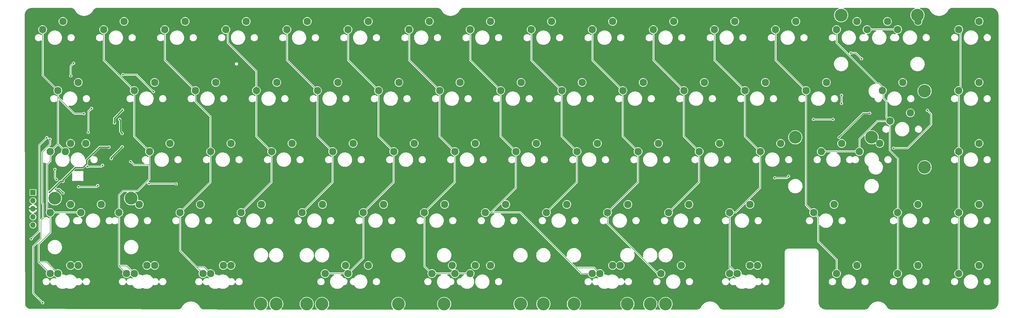
<source format=gbr>
%TF.GenerationSoftware,KiCad,Pcbnew,7.0.2-0*%
%TF.CreationDate,2023-05-06T19:18:39+03:00*%
%TF.ProjectId,rp2040-bakeneko65,72703230-3430-42d6-9261-6b656e656b6f,rev?*%
%TF.SameCoordinates,Original*%
%TF.FileFunction,Copper,L1,Top*%
%TF.FilePolarity,Positive*%
%FSLAX46Y46*%
G04 Gerber Fmt 4.6, Leading zero omitted, Abs format (unit mm)*
G04 Created by KiCad (PCBNEW 7.0.2-0) date 2023-05-06 19:18:39*
%MOMM*%
%LPD*%
G01*
G04 APERTURE LIST*
%TA.AperFunction,ComponentPad*%
%ADD10C,2.300000*%
%TD*%
%TA.AperFunction,ComponentPad*%
%ADD11C,4.000000*%
%TD*%
%TA.AperFunction,ComponentPad*%
%ADD12R,1.700000X1.700000*%
%TD*%
%TA.AperFunction,ComponentPad*%
%ADD13O,1.700000X1.700000*%
%TD*%
%TA.AperFunction,ViaPad*%
%ADD14C,0.600000*%
%TD*%
%TA.AperFunction,Conductor*%
%ADD15C,0.381000*%
%TD*%
%TA.AperFunction,Conductor*%
%ADD16C,0.200000*%
%TD*%
%TA.AperFunction,Conductor*%
%ADD17C,0.250000*%
%TD*%
G04 APERTURE END LIST*
D10*
%TO.P,SW42,1,1*%
%TO.N,COL7*%
X212883750Y-128428750D03*
%TO.P,SW42,2,2*%
%TO.N,Net-(D42-A)*%
X219233750Y-125888750D03*
%TD*%
%TO.P,SW27,1,1*%
%TO.N,COL9*%
X246221250Y-109378750D03*
%TO.P,SW27,2,2*%
%TO.N,Net-(D27-A)*%
X252571250Y-106838750D03*
%TD*%
%TO.P,SW76,1,1*%
%TO.N,COL6*%
X198596250Y-166528750D03*
%TO.P,SW76,2,2*%
%TO.N,Net-(D74-A)*%
X204946250Y-163988750D03*
%TD*%
%TO.P,SW14,1,1*%
%TO.N,COL13*%
X312896250Y-90328750D03*
%TO.P,SW14,2,2*%
%TO.N,Net-(D14-A)*%
X319246250Y-87788750D03*
%TD*%
%TO.P,SW41,1,1*%
%TO.N,COL6*%
X193833750Y-128428750D03*
%TO.P,SW41,2,2*%
%TO.N,Net-(D41-A)*%
X200183750Y-125888750D03*
%TD*%
%TO.P,SW39,1,1*%
%TO.N,COL4*%
X155733750Y-128428750D03*
%TO.P,SW39,2,2*%
%TO.N,Net-(D39-A)*%
X162083750Y-125888750D03*
%TD*%
%TO.P,SW33,1,1*%
%TO.N,COL15*%
X350996250Y-109378750D03*
%TO.P,SW33,2,2*%
%TO.N,Net-(D33-A)*%
X357346250Y-106838750D03*
%TD*%
%TO.P,SW37,1,1*%
%TO.N,COL2*%
X117633750Y-128428750D03*
%TO.P,SW37,2,2*%
%TO.N,Net-(D37-A)*%
X123983750Y-125888750D03*
%TD*%
%TO.P,SW43,1,1*%
%TO.N,COL8*%
X231933750Y-128428750D03*
%TO.P,SW43,2,2*%
%TO.N,Net-(D43-A)*%
X238283750Y-125888750D03*
%TD*%
%TO.P,SW52,1,1*%
%TO.N,COL1*%
X89058750Y-147478750D03*
%TO.P,SW52,2,2*%
%TO.N,Net-(D52-A)*%
X95408750Y-144938750D03*
%TD*%
%TO.P,SW17,1,1*%
%TO.N,COL14*%
X331978000Y-90297000D03*
%TO.P,SW17,2,2*%
%TO.N,Net-(D15-A)*%
X338328000Y-87757000D03*
%TD*%
%TO.P,SW68,1,1*%
%TO.N,COL1*%
X91440000Y-166528750D03*
%TO.P,SW68,2,2*%
%TO.N,Net-(D68-A)*%
X97790000Y-163988750D03*
%TD*%
%TO.P,SW21,1,1*%
%TO.N,COL3*%
X131921250Y-109378750D03*
%TO.P,SW21,2,2*%
%TO.N,Net-(D21-A)*%
X138271250Y-106838750D03*
%TD*%
%TO.P,SW40,1,1*%
%TO.N,COL5*%
X174783750Y-128428750D03*
%TO.P,SW40,2,2*%
%TO.N,Net-(D40-A)*%
X181133750Y-125888750D03*
%TD*%
D11*
%TO.P,S73,*%
%TO.N,*%
X176212500Y-176053750D03*
X152400000Y-176053750D03*
%TD*%
D10*
%TO.P,SW75,1,1*%
%TO.N,COL6*%
X193833750Y-166528750D03*
%TO.P,SW75,2,2*%
%TO.N,Net-(D74-A)*%
X200183750Y-163988750D03*
%TD*%
%TO.P,SW45,1,1*%
%TO.N,COL10*%
X270033750Y-128428750D03*
%TO.P,SW45,2,2*%
%TO.N,Net-(D45-A)*%
X276383750Y-125888750D03*
%TD*%
%TO.P,SW7,1,1*%
%TO.N,COL6*%
X179546250Y-90328750D03*
%TO.P,SW7,2,2*%
%TO.N,Net-(D7-A)*%
X185896250Y-87788750D03*
%TD*%
%TO.P,SW77,1,1*%
%TO.N,COL7*%
X236696250Y-166528750D03*
%TO.P,SW77,2,2*%
%TO.N,Net-(D77-A)*%
X243046250Y-163988750D03*
%TD*%
%TO.P,SW53,1,1*%
%TO.N,COL2*%
X108108750Y-147478750D03*
%TO.P,SW53,2,2*%
%TO.N,Net-(D53-A)*%
X114458750Y-144938750D03*
%TD*%
%TO.P,SW56,1,1*%
%TO.N,COL5*%
X165258750Y-147478750D03*
%TO.P,SW56,2,2*%
%TO.N,Net-(D56-A)*%
X171608750Y-144938750D03*
%TD*%
%TO.P,SW4,1,1*%
%TO.N,COL3*%
X122396250Y-90328750D03*
%TO.P,SW4,2,2*%
%TO.N,Net-(D4-A)*%
X128746250Y-87788750D03*
%TD*%
%TO.P,SW1,1,1*%
%TO.N,COL0*%
X65246250Y-90328750D03*
%TO.P,SW1,2,2*%
%TO.N,Net-(D1-A)*%
X71596250Y-87788750D03*
%TD*%
%TO.P,SW80,1,1*%
%TO.N,COL11*%
X279558750Y-166528750D03*
%TO.P,SW80,2,2*%
%TO.N,Net-(D80-A)*%
X285908750Y-163988750D03*
%TD*%
%TO.P,SW34,1,1*%
%TO.N,COL0*%
X67627500Y-128428750D03*
%TO.P,SW34,2,2*%
%TO.N,Net-(D35-A)*%
X73977500Y-125888750D03*
%TD*%
%TO.P,SW59,1,1*%
%TO.N,COL8*%
X222408750Y-147478750D03*
%TO.P,SW59,2,2*%
%TO.N,Net-(D59-A)*%
X228758750Y-144938750D03*
%TD*%
%TO.P,SW9,1,1*%
%TO.N,COL8*%
X217646250Y-90328750D03*
%TO.P,SW9,2,2*%
%TO.N,Net-(D9-A)*%
X223996250Y-87788750D03*
%TD*%
D12*
%TO.P,J2,1,Pin_1*%
%TO.N,RESET*%
X62230000Y-141224000D03*
D13*
%TO.P,J2,2,Pin_2*%
%TO.N,+3V3*%
X62230000Y-143764000D03*
%TO.P,J2,3,Pin_3*%
%TO.N,GND*%
X62230000Y-146304000D03*
%TO.P,J2,4,Pin_4*%
%TO.N,SWD*%
X62230000Y-148844000D03*
%TO.P,J2,5,Pin_5*%
%TO.N,SWCLK*%
X62230000Y-151384000D03*
%TD*%
D10*
%TO.P,SW6,1,1*%
%TO.N,COL5*%
X160496250Y-90328750D03*
%TO.P,SW6,2,2*%
%TO.N,Net-(D6-A)*%
X166846250Y-87788750D03*
%TD*%
%TO.P,SW81,1,1*%
%TO.N,COL11*%
X281940000Y-166528750D03*
%TO.P,SW81,2,2*%
%TO.N,Net-(D80-A)*%
X288290000Y-163988750D03*
%TD*%
D11*
%TO.P,S77,*%
%TO.N,*%
X259556250Y-176053750D03*
X221456250Y-176053750D03*
%TD*%
D10*
%TO.P,SW38,1,1*%
%TO.N,COL3*%
X136683750Y-128428750D03*
%TO.P,SW38,2,2*%
%TO.N,Net-(D38-A)*%
X143033750Y-125888750D03*
%TD*%
D11*
%TO.P,S50,*%
%TO.N,*%
X69056250Y-143033750D03*
X92868750Y-143033750D03*
%TD*%
D10*
%TO.P,SW66,1,1*%
%TO.N,COL0*%
X67627500Y-166528750D03*
%TO.P,SW66,2,2*%
%TO.N,Net-(D66-A)*%
X73977500Y-163988750D03*
%TD*%
%TO.P,SW51,1,1*%
%TO.N,COL0*%
X77152500Y-147478750D03*
%TO.P,SW51,2,2*%
%TO.N,Net-(D51-A)*%
X83502500Y-144938750D03*
%TD*%
%TO.P,SW55,1,1*%
%TO.N,COL4*%
X146208750Y-147478750D03*
%TO.P,SW55,2,2*%
%TO.N,Net-(D55-A)*%
X152558750Y-144938750D03*
%TD*%
%TO.P,SW44,1,1*%
%TO.N,COL9*%
X250983750Y-128428750D03*
%TO.P,SW44,2,2*%
%TO.N,Net-(D44-A)*%
X257333750Y-125888750D03*
%TD*%
%TO.P,SW57,1,1*%
%TO.N,COL6*%
X184308750Y-147478750D03*
%TO.P,SW57,2,2*%
%TO.N,Net-(D57-A)*%
X190658750Y-144938750D03*
%TD*%
%TO.P,SW30,1,1*%
%TO.N,COL12*%
X303371250Y-109378750D03*
%TO.P,SW30,2,2*%
%TO.N,Net-(D30-A)*%
X309721250Y-106838750D03*
%TD*%
%TO.P,SW2,1,1*%
%TO.N,COL1*%
X84296250Y-90328750D03*
%TO.P,SW2,2,2*%
%TO.N,Net-(D2-A)*%
X90646250Y-87788750D03*
%TD*%
D11*
%TO.P,S78,*%
%TO.N,*%
X254793750Y-176053750D03*
X230981250Y-176053750D03*
%TD*%
D10*
%TO.P,SW84,1,1*%
%TO.N,COL15*%
X350996250Y-166528750D03*
%TO.P,SW84,2,2*%
%TO.N,Net-(D84-A)*%
X357346250Y-163988750D03*
%TD*%
%TO.P,SW20,1,1*%
%TO.N,COL2*%
X112871250Y-109378750D03*
%TO.P,SW20,2,2*%
%TO.N,Net-(D20-A)*%
X119221250Y-106838750D03*
%TD*%
%TO.P,SW35,1,1*%
%TO.N,COL0*%
X72390000Y-128428750D03*
%TO.P,SW35,2,2*%
%TO.N,Net-(D35-A)*%
X78740000Y-125888750D03*
%TD*%
%TO.P,SW18,1,1*%
%TO.N,COL0*%
X70008750Y-109378750D03*
%TO.P,SW18,2,2*%
%TO.N,Net-(D18-A)*%
X76358750Y-106838750D03*
%TD*%
%TO.P,SW49,1,1*%
%TO.N,COL15*%
X350996250Y-128428750D03*
%TO.P,SW49,2,2*%
%TO.N,Net-(D49-A)*%
X357346250Y-125888750D03*
%TD*%
%TO.P,SW54,1,1*%
%TO.N,COL3*%
X127158750Y-147478750D03*
%TO.P,SW54,2,2*%
%TO.N,Net-(D54-A)*%
X133508750Y-144938750D03*
%TD*%
%TO.P,SW73,1,1*%
%TO.N,COL5*%
X160496250Y-166528750D03*
%TO.P,SW73,2,2*%
%TO.N,Net-(D72-A)*%
X166846250Y-163988750D03*
%TD*%
%TO.P,SW22,1,1*%
%TO.N,COL4*%
X150971250Y-109378750D03*
%TO.P,SW22,2,2*%
%TO.N,Net-(D22-A)*%
X157321250Y-106838750D03*
%TD*%
%TO.P,SW12,1,1*%
%TO.N,COL11*%
X274796250Y-90328750D03*
%TO.P,SW12,2,2*%
%TO.N,Net-(D12-A)*%
X281146250Y-87788750D03*
%TD*%
%TO.P,SW62,1,1*%
%TO.N,COL11*%
X279558750Y-147478750D03*
%TO.P,SW62,2,2*%
%TO.N,Net-(D62-A)*%
X285908750Y-144938750D03*
%TD*%
%TO.P,SW8,1,1*%
%TO.N,COL7*%
X198596250Y-90328750D03*
%TO.P,SW8,2,2*%
%TO.N,Net-(D8-A)*%
X204946250Y-87788750D03*
%TD*%
%TO.P,SW83,1,1*%
%TO.N,COL13*%
X331946250Y-166528750D03*
%TO.P,SW83,2,2*%
%TO.N,Net-(D83-A)*%
X338296250Y-163988750D03*
%TD*%
D11*
%TO.P,S32,*%
%TO.N,*%
X340360000Y-133350000D03*
X340360000Y-109537500D03*
%TD*%
D10*
%TO.P,SW46,1,1*%
%TO.N,COL11*%
X289083750Y-128428750D03*
%TO.P,SW46,2,2*%
%TO.N,Net-(D46-A)*%
X295433750Y-125888750D03*
%TD*%
%TO.P,SW48,1,1*%
%TO.N,COL13*%
X320040000Y-128428750D03*
%TO.P,SW48,2,2*%
%TO.N,Net-(D31-A)*%
X326390000Y-125888750D03*
%TD*%
%TO.P,SW67,1,1*%
%TO.N,COL0*%
X70008750Y-166528750D03*
%TO.P,SW67,2,2*%
%TO.N,Net-(D66-A)*%
X76358750Y-163988750D03*
%TD*%
%TO.P,SW61,1,1*%
%TO.N,COL10*%
X260508750Y-147478750D03*
%TO.P,SW61,2,2*%
%TO.N,Net-(D61-A)*%
X266858750Y-144938750D03*
%TD*%
%TO.P,SW82,1,1*%
%TO.N,COL12*%
X312896250Y-166528750D03*
%TO.P,SW82,2,2*%
%TO.N,Net-(D82-A)*%
X319246250Y-163988750D03*
%TD*%
%TO.P,SW26,1,1*%
%TO.N,COL8*%
X227171250Y-109378750D03*
%TO.P,SW26,2,2*%
%TO.N,Net-(D26-A)*%
X233521250Y-106838750D03*
%TD*%
D11*
%TO.P,S75,*%
%TO.N,*%
X247650000Y-176053750D03*
X147637500Y-176053750D03*
%TD*%
D10*
%TO.P,SW79,1,1*%
%TO.N,COL9*%
X258127500Y-166528750D03*
%TO.P,SW79,2,2*%
%TO.N,Net-(D79-A)*%
X264477500Y-163988750D03*
%TD*%
%TO.P,SW47,1,1*%
%TO.N,COL13*%
X308133750Y-128428750D03*
%TO.P,SW47,2,2*%
%TO.N,Net-(D47-A)*%
X314483750Y-125888750D03*
%TD*%
%TO.P,SW32,1,1*%
%TO.N,COL13*%
X329565000Y-118903750D03*
%TO.P,SW32,2,2*%
%TO.N,Net-(D47-A)*%
X335915000Y-116363750D03*
%TD*%
D11*
%TO.P,S74,*%
%TO.N,*%
X247650000Y-176053750D03*
X133350000Y-176053750D03*
%TD*%
%TO.P,S47,*%
%TO.N,*%
X300037500Y-123983750D03*
X323850000Y-123983750D03*
%TD*%
D10*
%TO.P,SW10,1,1*%
%TO.N,COL9*%
X236696250Y-90328750D03*
%TO.P,SW10,2,2*%
%TO.N,Net-(D10-A)*%
X243046250Y-87788750D03*
%TD*%
%TO.P,SW31,1,1*%
%TO.N,COL13*%
X327183750Y-109378750D03*
%TO.P,SW31,2,2*%
%TO.N,Net-(D31-A)*%
X333533750Y-106838750D03*
%TD*%
%TO.P,SW11,1,1*%
%TO.N,COL10*%
X255746250Y-90328750D03*
%TO.P,SW11,2,2*%
%TO.N,Net-(D11-A)*%
X262096250Y-87788750D03*
%TD*%
%TO.P,SW70,1,1*%
%TO.N,COL2*%
X115252500Y-166528750D03*
%TO.P,SW70,2,2*%
%TO.N,Net-(D70-A)*%
X121602500Y-163988750D03*
%TD*%
%TO.P,SW5,1,1*%
%TO.N,COL4*%
X141446250Y-90328750D03*
%TO.P,SW5,2,2*%
%TO.N,Net-(D5-A)*%
X147796250Y-87788750D03*
%TD*%
%TO.P,SW78,1,1*%
%TO.N,COL7*%
X239077500Y-166528750D03*
%TO.P,SW78,2,2*%
%TO.N,Net-(D77-A)*%
X245427500Y-163988750D03*
%TD*%
%TO.P,SW16,1,1*%
%TO.N,COL15*%
X351028000Y-90297000D03*
%TO.P,SW16,2,2*%
%TO.N,Net-(D16-A)*%
X357378000Y-87757000D03*
%TD*%
%TO.P,SW13,1,1*%
%TO.N,COL12*%
X293846250Y-90328750D03*
%TO.P,SW13,2,2*%
%TO.N,Net-(D13-A)*%
X300196250Y-87788750D03*
%TD*%
%TO.P,SW3,1,1*%
%TO.N,COL2*%
X103346250Y-90328750D03*
%TO.P,SW3,2,2*%
%TO.N,Net-(D3-A)*%
X109696250Y-87788750D03*
%TD*%
%TO.P,SW72,1,1*%
%TO.N,COL5*%
X153352500Y-166528750D03*
%TO.P,SW72,2,2*%
%TO.N,Net-(D72-A)*%
X159702500Y-163988750D03*
%TD*%
%TO.P,SW23,1,1*%
%TO.N,COL5*%
X170021250Y-109378750D03*
%TO.P,SW23,2,2*%
%TO.N,Net-(D23-A)*%
X176371250Y-106838750D03*
%TD*%
%TO.P,SW65,1,1*%
%TO.N,COL15*%
X350996250Y-147478750D03*
%TO.P,SW65,2,2*%
%TO.N,Net-(D65-A)*%
X357346250Y-144938750D03*
%TD*%
%TO.P,SW69,1,1*%
%TO.N,COL1*%
X93821250Y-166528750D03*
%TO.P,SW69,2,2*%
%TO.N,Net-(D68-A)*%
X100171250Y-163988750D03*
%TD*%
%TO.P,SW19,1,1*%
%TO.N,COL1*%
X93821250Y-109378750D03*
%TO.P,SW19,2,2*%
%TO.N,Net-(D19-A)*%
X100171250Y-106838750D03*
%TD*%
%TO.P,SW25,1,1*%
%TO.N,COL7*%
X208121250Y-109378750D03*
%TO.P,SW25,2,2*%
%TO.N,Net-(D25-A)*%
X214471250Y-106838750D03*
%TD*%
%TO.P,SW74,1,1*%
%TO.N,COL6*%
X186690000Y-166528750D03*
%TO.P,SW74,2,2*%
%TO.N,Net-(D74-A)*%
X193040000Y-163988750D03*
%TD*%
%TO.P,SW71,1,1*%
%TO.N,COL2*%
X117633750Y-166528750D03*
%TO.P,SW71,2,2*%
%TO.N,Net-(D70-A)*%
X123983750Y-163988750D03*
%TD*%
%TO.P,SW24,1,1*%
%TO.N,COL6*%
X189071250Y-109378750D03*
%TO.P,SW24,2,2*%
%TO.N,Net-(D24-A)*%
X195421250Y-106838750D03*
%TD*%
%TO.P,SW60,1,1*%
%TO.N,COL9*%
X241458750Y-147478750D03*
%TO.P,SW60,2,2*%
%TO.N,Net-(D60-A)*%
X247808750Y-144938750D03*
%TD*%
D11*
%TO.P,S76,*%
%TO.N,*%
X214312500Y-176053750D03*
X190500000Y-176053750D03*
%TD*%
D10*
%TO.P,SW63,1,1*%
%TO.N,COL12*%
X305752500Y-147478750D03*
%TO.P,SW63,2,2*%
%TO.N,Net-(D63-A)*%
X312102500Y-144938750D03*
%TD*%
%TO.P,SW50,1,1*%
%TO.N,COL0*%
X67627500Y-147478750D03*
%TO.P,SW50,2,2*%
%TO.N,Net-(D51-A)*%
X73977500Y-144938750D03*
%TD*%
%TO.P,SW58,1,1*%
%TO.N,COL7*%
X203358750Y-147478750D03*
%TO.P,SW58,2,2*%
%TO.N,Net-(D58-A)*%
X209708750Y-144938750D03*
%TD*%
D11*
%TO.P,S72,*%
%TO.N,*%
X176212500Y-176053750D03*
X138112500Y-176053750D03*
%TD*%
D10*
%TO.P,SW36,1,1*%
%TO.N,COL1*%
X98583750Y-128428750D03*
%TO.P,SW36,2,2*%
%TO.N,Net-(D36-A)*%
X104933750Y-125888750D03*
%TD*%
%TO.P,SW28,1,1*%
%TO.N,COL10*%
X265271250Y-109378750D03*
%TO.P,SW28,2,2*%
%TO.N,Net-(D28-A)*%
X271621250Y-106838750D03*
%TD*%
%TO.P,SW64,1,1*%
%TO.N,COL13*%
X331946250Y-147478750D03*
%TO.P,SW64,2,2*%
%TO.N,Net-(D64-A)*%
X338296250Y-144938750D03*
%TD*%
D11*
%TO.P,S17,*%
%TO.N,*%
X314325000Y-85852000D03*
X338137500Y-85852000D03*
%TD*%
D10*
%TO.P,SW15,1,1*%
%TO.N,COL14*%
X322421250Y-90328750D03*
%TO.P,SW15,2,2*%
%TO.N,Net-(D15-A)*%
X328771250Y-87788750D03*
%TD*%
%TO.P,SW29,1,1*%
%TO.N,COL11*%
X284321250Y-109378750D03*
%TO.P,SW29,2,2*%
%TO.N,Net-(D29-A)*%
X290671250Y-106838750D03*
%TD*%
D14*
%TO.N,+3V3*%
X90170000Y-115468400D03*
X87658006Y-119467732D03*
X71577200Y-137718800D03*
X85953600Y-127050800D03*
X67360800Y-141122400D03*
%TO.N,GND*%
X99771200Y-120751600D03*
X88036194Y-124884731D03*
X65024000Y-126873000D03*
X76327000Y-126619000D03*
X77216000Y-138684000D03*
X84455000Y-101219000D03*
X87020194Y-123868731D03*
X85725000Y-100076000D03*
X98044000Y-101854000D03*
X106807000Y-104521000D03*
X63500000Y-125730000D03*
X86261006Y-133056732D03*
X90728800Y-116535200D03*
X102362000Y-97790000D03*
X73660000Y-133096000D03*
X64770000Y-147320000D03*
X88544194Y-131488731D03*
X63500000Y-150495000D03*
X81026000Y-125476000D03*
X68707000Y-125349000D03*
X75438000Y-101600000D03*
X121920000Y-101727000D03*
X104648000Y-102712499D03*
X68199000Y-136271000D03*
X70104000Y-136144000D03*
X89052194Y-123868731D03*
X101981000Y-95885000D03*
X89535000Y-106045000D03*
X94996000Y-121666000D03*
X94389006Y-135977732D03*
X104521000Y-95885000D03*
X91440000Y-113538000D03*
X72517000Y-138430000D03*
X92075000Y-109093000D03*
X88036194Y-125900731D03*
X67564000Y-133604000D03*
X65786000Y-135763000D03*
X73279000Y-139573000D03*
X91948000Y-106172000D03*
X112776000Y-114427000D03*
X63500000Y-144780000D03*
X84201000Y-117856000D03*
X68072000Y-132207000D03*
X68199000Y-134493000D03*
X72771000Y-103886000D03*
X87020194Y-125900731D03*
X75438000Y-104013000D03*
X85471000Y-98171000D03*
X89182006Y-136993732D03*
X83312000Y-98933000D03*
X106553000Y-101727000D03*
X72009000Y-125603000D03*
X72771000Y-101600000D03*
X89052194Y-124884731D03*
X98933000Y-98425000D03*
X89479754Y-130103246D03*
X77216000Y-128143000D03*
X93853000Y-107569000D03*
X70104000Y-134239000D03*
X110998000Y-103251000D03*
X108077000Y-103124000D03*
X82197006Y-122007732D03*
X88036194Y-123868731D03*
X90678000Y-107315000D03*
X87020194Y-124884731D03*
X72390000Y-133985000D03*
X89052194Y-125900731D03*
X64770000Y-145034000D03*
X95016589Y-125709411D03*
X74930000Y-128270000D03*
%TO.N,+1V1*%
X86652081Y-130604304D03*
X90043000Y-126960732D03*
X89306400Y-118414800D03*
X90043000Y-122809000D03*
%TO.N,ROW0*%
X74041000Y-104775000D03*
X74930000Y-100838000D03*
X317373000Y-97663000D03*
X320675000Y-99441000D03*
%TO.N,ROW1*%
X99822000Y-109728000D03*
X90297000Y-104394000D03*
X311785000Y-118364000D03*
X305689000Y-118364000D03*
X80518000Y-114935000D03*
X79502000Y-122428000D03*
%TO.N,Net-(D30-A)*%
X314452000Y-110871000D03*
X314452000Y-113411000D03*
%TO.N,Net-(D31-A)*%
X341249000Y-115570000D03*
X330708000Y-127381000D03*
%TO.N,ROW2*%
X293624000Y-136652000D03*
X69088000Y-133985000D03*
X106934000Y-138557000D03*
X82423000Y-139065000D03*
X69596000Y-137160000D03*
X98425000Y-138430000D03*
X297942000Y-136144000D03*
X76454000Y-139446000D03*
%TO.N,Net-(D35-A)*%
X79248000Y-133096000D03*
X83947000Y-132715000D03*
%TO.N,Net-(D47-A)*%
X313690000Y-123952000D03*
X323215000Y-116459000D03*
%TO.N,ROW3*%
X66548000Y-124079000D03*
X61722000Y-155702000D03*
%TO.N,ROW4*%
X67564000Y-124587000D03*
X65278000Y-175641000D03*
%TO.N,RESET*%
X69296504Y-140162504D03*
X71628000Y-141351000D03*
%TO.N,COL0*%
X78105000Y-116586000D03*
%TO.N,COL1*%
X92710000Y-131572000D03*
%TD*%
D15*
%TO.N,+3V3*%
X78994000Y-131064000D02*
X83007200Y-127050800D01*
X77749400Y-133451600D02*
X78994000Y-132207000D01*
X87658006Y-117980394D02*
X87658006Y-119467732D01*
X67360800Y-141122400D02*
X70764400Y-137718800D01*
X83007200Y-127050800D02*
X85953600Y-127050800D01*
X71577200Y-137246853D02*
X75372453Y-133451600D01*
X75372453Y-133451600D02*
X77749400Y-133451600D01*
X70764400Y-137718800D02*
X71577200Y-137718800D01*
X71577200Y-137718800D02*
X71577200Y-137246853D01*
X90170000Y-115468400D02*
X87658006Y-117980394D01*
X78994000Y-132207000D02*
X78994000Y-131064000D01*
%TO.N,+1V1*%
X89510986Y-118619386D02*
X89510986Y-122149986D01*
X90043000Y-122682000D02*
X90043000Y-122809000D01*
X86652081Y-130604304D02*
X86652081Y-130351651D01*
X86652081Y-130351651D02*
X90043000Y-126960732D01*
X89510986Y-122149986D02*
X90043000Y-122682000D01*
X89387220Y-118495620D02*
X89510986Y-118619386D01*
D16*
%TO.N,ROW0*%
X318897000Y-97663000D02*
X320675000Y-99441000D01*
X74041000Y-104775000D02*
X74041000Y-101727000D01*
X317373000Y-97663000D02*
X318897000Y-97663000D01*
X74041000Y-101727000D02*
X74930000Y-100838000D01*
%TO.N,ROW1*%
X79502000Y-115951000D02*
X80518000Y-114935000D01*
X79502000Y-122428000D02*
X79502000Y-115951000D01*
X90297000Y-104394000D02*
X94488000Y-104394000D01*
X94488000Y-104394000D02*
X99822000Y-109728000D01*
X305689000Y-118364000D02*
X311785000Y-118364000D01*
%TO.N,Net-(D30-A)*%
X314452000Y-110871000D02*
X314452000Y-113411000D01*
%TO.N,Net-(D31-A)*%
X342392000Y-120015000D02*
X342392000Y-116713000D01*
X342392000Y-116713000D02*
X341249000Y-115570000D01*
X330708000Y-127381000D02*
X335026000Y-127381000D01*
X335026000Y-127381000D02*
X342392000Y-120015000D01*
%TO.N,ROW2*%
X98425000Y-138430000D02*
X106807000Y-138430000D01*
X76454000Y-139446000D02*
X82042000Y-139446000D01*
X297434000Y-136652000D02*
X297942000Y-136144000D01*
X69088000Y-136652000D02*
X69596000Y-137160000D01*
X106807000Y-138430000D02*
X106934000Y-138557000D01*
X82042000Y-139446000D02*
X82423000Y-139065000D01*
X293624000Y-136652000D02*
X297434000Y-136652000D01*
X69088000Y-133985000D02*
X69088000Y-136652000D01*
%TO.N,Net-(D35-A)*%
X79248000Y-133096000D02*
X83566000Y-133096000D01*
X83566000Y-133096000D02*
X83947000Y-132715000D01*
D17*
%TO.N,Net-(D47-A)*%
X321183000Y-116459000D02*
X323215000Y-116459000D01*
X313690000Y-123952000D02*
X321183000Y-116459000D01*
D16*
%TO.N,ROW3*%
X66548000Y-124079000D02*
X64170000Y-126457000D01*
X64170000Y-153254000D02*
X61722000Y-155702000D01*
X64170000Y-126457000D02*
X64170000Y-153254000D01*
%TO.N,ROW4*%
X65405000Y-149238838D02*
X64770000Y-149873838D01*
X65132500Y-144547971D02*
X65405000Y-144820471D01*
X67564000Y-126238000D02*
X65132500Y-128669500D01*
X64770000Y-149873838D02*
X64770000Y-155575000D01*
X62357000Y-157988000D02*
X62357000Y-172720000D01*
X65132500Y-128669500D02*
X65132500Y-144547971D01*
X67564000Y-124587000D02*
X67564000Y-126238000D01*
X64770000Y-155575000D02*
X62357000Y-157988000D01*
X62357000Y-172720000D02*
X65278000Y-175641000D01*
X65405000Y-144820471D02*
X65405000Y-149238838D01*
D17*
%TO.N,RESET*%
X70439504Y-140162504D02*
X71628000Y-141351000D01*
X69296504Y-140162504D02*
X70439504Y-140162504D01*
D16*
%TO.N,COL0*%
X66675000Y-146526250D02*
X67627500Y-147478750D01*
X67627500Y-128428750D02*
X67627500Y-131431162D01*
X64008000Y-157353000D02*
X64008000Y-162909250D01*
X67627500Y-131431162D02*
X66675000Y-132383662D01*
X67627500Y-153733500D02*
X64008000Y-157353000D01*
X70008750Y-111423525D02*
X70008750Y-109378750D01*
X64008000Y-162909250D02*
X67627500Y-166528750D01*
X70008750Y-126047500D02*
X72390000Y-128428750D01*
X66389250Y-162909250D02*
X70008750Y-166528750D01*
X66675000Y-132383662D02*
X66675000Y-146526250D01*
X65246250Y-90328750D02*
X65246250Y-104616250D01*
X67627500Y-147478750D02*
X67627500Y-153733500D01*
X67627500Y-147478750D02*
X77152500Y-147478750D01*
X70008750Y-126047500D02*
X67627500Y-128428750D01*
X75171225Y-116586000D02*
X70008750Y-111423525D01*
X70008750Y-109378750D02*
X70008750Y-126047500D01*
X78105000Y-116586000D02*
X75171225Y-116586000D01*
X65246250Y-104616250D02*
X70008750Y-109378750D01*
X64008000Y-162909250D02*
X66389250Y-162909250D01*
%TO.N,COL1*%
X89058750Y-147478750D02*
X89058750Y-164147500D01*
X93726000Y-132588000D02*
X98583750Y-132588000D01*
X94851250Y-140733750D02*
X90406250Y-140733750D01*
X89058750Y-142081250D02*
X89058750Y-147478750D01*
X93821250Y-123666250D02*
X98583750Y-128428750D01*
X90406250Y-140733750D02*
X89058750Y-142081250D01*
X92710000Y-131572000D02*
X93726000Y-132588000D01*
X98583750Y-132588000D02*
X98583750Y-137001250D01*
X89058750Y-164147500D02*
X91440000Y-164147500D01*
X93821250Y-109378750D02*
X93821250Y-123666250D01*
X98583750Y-128428750D02*
X98583750Y-132588000D01*
X98583750Y-137001250D02*
X94851250Y-140733750D01*
X84296250Y-90328750D02*
X84296250Y-99853750D01*
X84296250Y-99853750D02*
X93821250Y-109378750D01*
X91440000Y-164147500D02*
X93821250Y-166528750D01*
X89058750Y-164147500D02*
X91440000Y-166528750D01*
%TO.N,COL2*%
X117633750Y-128428750D02*
X117633750Y-137953750D01*
X103346250Y-99853750D02*
X112871250Y-109378750D01*
X113236375Y-164512625D02*
X115252500Y-166528750D01*
X115617625Y-164512625D02*
X117633750Y-166528750D01*
X117633750Y-137953750D02*
X108108750Y-147478750D01*
X112871250Y-112784721D02*
X117633750Y-117547221D01*
X113236375Y-164512625D02*
X115617625Y-164512625D01*
X103346250Y-90328750D02*
X103346250Y-99853750D01*
X108108750Y-159385000D02*
X113236375Y-164512625D01*
X108108750Y-147478750D02*
X108108750Y-159385000D01*
X112871250Y-109378750D02*
X112871250Y-112784721D01*
X117633750Y-117547221D02*
X117633750Y-128428750D01*
%TO.N,COL3*%
X122396250Y-90328750D02*
X123063000Y-90995500D01*
X123063000Y-90995500D02*
X123063000Y-94488000D01*
X131921250Y-109378750D02*
X131921250Y-123666250D01*
X131921250Y-103346250D02*
X131921250Y-109378750D01*
X123063000Y-94488000D02*
X131921250Y-103346250D01*
X136683750Y-137953750D02*
X127158750Y-147478750D01*
X131921250Y-123666250D02*
X136683750Y-128428750D01*
X136683750Y-128428750D02*
X136683750Y-137953750D01*
%TO.N,COL4*%
X141446250Y-99853750D02*
X150971250Y-109378750D01*
X150971250Y-123666250D02*
X155733750Y-128428750D01*
X141446250Y-90328750D02*
X141446250Y-99853750D01*
X155733750Y-128428750D02*
X155733750Y-137953750D01*
X150971250Y-109378750D02*
X150971250Y-123666250D01*
X155733750Y-137953750D02*
X146208750Y-147478750D01*
%TO.N,COL5*%
X160496250Y-90328750D02*
X160496250Y-99853750D01*
X165258750Y-147478750D02*
X165258750Y-161766250D01*
X174783750Y-128428750D02*
X174783750Y-137953750D01*
X165258750Y-161766250D02*
X160496250Y-166528750D01*
X170021250Y-123666250D02*
X174783750Y-128428750D01*
X160496250Y-99853750D02*
X170021250Y-109378750D01*
X170021250Y-109378750D02*
X170021250Y-123666250D01*
X160496250Y-166528750D02*
X153352500Y-166528750D01*
X174783750Y-137953750D02*
X165258750Y-147478750D01*
%TO.N,COL6*%
X193833750Y-166528750D02*
X198596250Y-166528750D01*
X189071250Y-123666250D02*
X193833750Y-128428750D01*
X193833750Y-128428750D02*
X193833750Y-137953750D01*
X189071250Y-109378750D02*
X189071250Y-123666250D01*
X184308750Y-164147500D02*
X186690000Y-166528750D01*
X179546250Y-99853750D02*
X189071250Y-109378750D01*
X179546250Y-90328750D02*
X179546250Y-99853750D01*
X186690000Y-166528750D02*
X193833750Y-166528750D01*
X193833750Y-137953750D02*
X184308750Y-147478750D01*
X184308750Y-147478750D02*
X184308750Y-164147500D01*
%TO.N,COL7*%
X233381475Y-166528750D02*
X236696250Y-166528750D01*
X198596250Y-99853750D02*
X208121250Y-109378750D01*
X208121250Y-109378750D02*
X208121250Y-123666250D01*
X208121250Y-123666250D02*
X212883750Y-128428750D01*
X212883750Y-128428750D02*
X212883750Y-139713140D01*
X237305888Y-164757138D02*
X239077500Y-166528750D01*
X212883750Y-139713140D02*
X205118140Y-147478750D01*
X203358750Y-147478750D02*
X214331475Y-147478750D01*
X231609862Y-164757138D02*
X233381475Y-166528750D01*
X214331475Y-147478750D02*
X231609862Y-164757138D01*
X231609862Y-164757138D02*
X237305888Y-164757138D01*
X198596250Y-90328750D02*
X198596250Y-99853750D01*
X205118140Y-147478750D02*
X203358750Y-147478750D01*
%TO.N,COL8*%
X217646250Y-99853750D02*
X227171250Y-109378750D01*
X231933750Y-128428750D02*
X231933750Y-137953750D01*
X231933750Y-137953750D02*
X222408750Y-147478750D01*
X227171250Y-109378750D02*
X227171250Y-123666250D01*
X227171250Y-123666250D02*
X231933750Y-128428750D01*
X217646250Y-90328750D02*
X217646250Y-99853750D01*
%TO.N,COL9*%
X257079750Y-166528750D02*
X258127500Y-166528750D01*
X241458750Y-147478750D02*
X241458750Y-150907750D01*
X250983750Y-137953750D02*
X241458750Y-147478750D01*
X236696250Y-99853750D02*
X246221250Y-109378750D01*
X246221250Y-109378750D02*
X246221250Y-123666250D01*
X241458750Y-150907750D02*
X257079750Y-166528750D01*
X246221250Y-123666250D02*
X250983750Y-128428750D01*
X250983750Y-128428750D02*
X250983750Y-137953750D01*
X236696250Y-90328750D02*
X236696250Y-99853750D01*
%TO.N,COL10*%
X265271250Y-123666250D02*
X270033750Y-128428750D01*
X270033750Y-137953750D02*
X260508750Y-147478750D01*
X255746250Y-99853750D02*
X265271250Y-109378750D01*
X270033750Y-128428750D02*
X270033750Y-137953750D01*
X265271250Y-109378750D02*
X265271250Y-123666250D01*
X255746250Y-90328750D02*
X255746250Y-99853750D01*
%TO.N,COL11*%
X284321250Y-123666250D02*
X289083750Y-128428750D01*
X274796250Y-99853750D02*
X284321250Y-109378750D01*
X289083750Y-139713140D02*
X281318140Y-147478750D01*
X284321250Y-109378750D02*
X284321250Y-123666250D01*
X274796250Y-90328750D02*
X274796250Y-99853750D01*
X279558750Y-163195000D02*
X279558750Y-164147500D01*
X279558750Y-163195000D02*
X279558750Y-166528750D01*
X281318140Y-147478750D02*
X279558750Y-147478750D01*
X279558750Y-147478750D02*
X279558750Y-163195000D01*
X279558750Y-164147500D02*
X281940000Y-166528750D01*
X289083750Y-128428750D02*
X289083750Y-139713140D01*
%TO.N,COL12*%
X293846250Y-99853750D02*
X303371250Y-109378750D01*
X307191712Y-156442712D02*
X312896250Y-162147250D01*
X305752500Y-147478750D02*
X307191712Y-148917962D01*
X312896250Y-162147250D02*
X312896250Y-166528750D01*
X293846250Y-90328750D02*
X293846250Y-99853750D01*
X307191712Y-148917962D02*
X307191712Y-156442712D01*
X303371250Y-145097500D02*
X305752500Y-147478750D01*
X303371250Y-109378750D02*
X303371250Y-145097500D01*
%TO.N,COL13*%
X327463900Y-111690900D02*
X327463900Y-108566625D01*
X332105000Y-147637500D02*
X332105000Y-166370000D01*
X320040000Y-124541058D02*
X320040000Y-128428750D01*
X327463900Y-108566625D02*
X326090875Y-107193600D01*
X328415000Y-112642000D02*
X327463900Y-111690900D01*
X328415000Y-117753750D02*
X328415000Y-112642000D01*
X331946250Y-147478750D02*
X332105000Y-147637500D01*
X329565000Y-118903750D02*
X325677308Y-118903750D01*
X329565000Y-118903750D02*
X328415000Y-117753750D01*
X332105000Y-130683000D02*
X332105000Y-147320000D01*
X329565000Y-128143000D02*
X332105000Y-130683000D01*
X329565000Y-118903750D02*
X329565000Y-128143000D01*
X320040000Y-128428750D02*
X308133750Y-128428750D01*
X332105000Y-166370000D02*
X331946250Y-166528750D01*
X332105000Y-147320000D02*
X331946250Y-147478750D01*
X325633600Y-107193600D02*
X312896250Y-94456250D01*
X325677308Y-118903750D02*
X320040000Y-124541058D01*
X312896250Y-94456250D02*
X312896250Y-90328750D01*
X326090875Y-107193600D02*
X325633600Y-107193600D01*
%TO.N,COL14*%
X331946250Y-90328750D02*
X331978000Y-90297000D01*
X322421250Y-90328750D02*
X331946250Y-90328750D01*
%TO.N,COL15*%
X351536000Y-108839000D02*
X350996250Y-109378750D01*
X351536000Y-90805000D02*
X351536000Y-108839000D01*
X351028000Y-90297000D02*
X351536000Y-90805000D01*
X350996250Y-128428750D02*
X350996250Y-147478750D01*
X350996250Y-109378750D02*
X350996250Y-128428750D01*
X350996250Y-147478750D02*
X350996250Y-166528750D01*
%TD*%
%TA.AperFunction,Conductor*%
%TO.N,GND*%
G36*
X67002197Y-124468219D02*
G01*
X67047951Y-124521023D01*
X67054920Y-124569481D01*
X67055816Y-124569353D01*
X67078834Y-124729457D01*
X67138623Y-124860374D01*
X67233213Y-124969537D01*
X67262238Y-125033092D01*
X67263500Y-125050739D01*
X67263500Y-126062166D01*
X67243815Y-126129205D01*
X67227181Y-126149847D01*
X64968975Y-128408052D01*
X64955139Y-128418008D01*
X64917023Y-128459818D01*
X64913073Y-128463954D01*
X64899641Y-128477386D01*
X64890587Y-128488817D01*
X64872583Y-128508567D01*
X64870078Y-128515034D01*
X64856759Y-128540302D01*
X64852843Y-128546018D01*
X64846728Y-128572017D01*
X64841651Y-128588413D01*
X64832000Y-128613326D01*
X64832000Y-128620252D01*
X64828706Y-128648642D01*
X64827121Y-128655380D01*
X64830811Y-128681833D01*
X64832000Y-128698964D01*
X64831999Y-144478727D01*
X64829256Y-144495546D01*
X64831868Y-144552049D01*
X64832000Y-144557775D01*
X64832000Y-144576789D01*
X64833681Y-144591278D01*
X64834915Y-144617964D01*
X64837713Y-144624301D01*
X64846166Y-144651597D01*
X64847438Y-144658405D01*
X64861497Y-144681111D01*
X64869502Y-144696298D01*
X64880292Y-144720734D01*
X64885188Y-144725630D01*
X64902934Y-144748034D01*
X64904449Y-144750479D01*
X64906581Y-144753923D01*
X64927896Y-144770019D01*
X64940851Y-144781293D01*
X65068181Y-144908623D01*
X65101666Y-144969946D01*
X65104500Y-144996304D01*
X65104500Y-149063004D01*
X65084815Y-149130043D01*
X65068181Y-149150685D01*
X64682181Y-149536685D01*
X64620858Y-149570170D01*
X64551166Y-149565186D01*
X64495233Y-149523314D01*
X64470816Y-149457850D01*
X64470500Y-149449004D01*
X64470500Y-138042858D01*
X64470500Y-126632828D01*
X64490184Y-126565793D01*
X64506813Y-126545156D01*
X66436151Y-124615819D01*
X66497474Y-124582334D01*
X66523832Y-124579500D01*
X66619961Y-124579500D01*
X66758053Y-124538953D01*
X66868117Y-124468219D01*
X66935157Y-124448534D01*
X67002197Y-124468219D01*
G37*
%TD.AperFunction*%
%TA.AperFunction,Conductor*%
G36*
X65638203Y-131838224D02*
G01*
X65642540Y-131842167D01*
X65658597Y-131857477D01*
X65701120Y-131884805D01*
X65839417Y-131973684D01*
X65879462Y-131989715D01*
X66038968Y-132053572D01*
X66250028Y-132094250D01*
X66277823Y-132094250D01*
X66344862Y-132113935D01*
X66390617Y-132166739D01*
X66400561Y-132235897D01*
X66398528Y-132246645D01*
X66389228Y-132286179D01*
X66384151Y-132302575D01*
X66374500Y-132327488D01*
X66374500Y-132334414D01*
X66371206Y-132362804D01*
X66369621Y-132369542D01*
X66373311Y-132395995D01*
X66374500Y-132413126D01*
X66374500Y-146457006D01*
X66371756Y-146473827D01*
X66374368Y-146530328D01*
X66374500Y-146536054D01*
X66374500Y-146555068D01*
X66376181Y-146569557D01*
X66377415Y-146596243D01*
X66380213Y-146602580D01*
X66388666Y-146629876D01*
X66389938Y-146636684D01*
X66403997Y-146659390D01*
X66412002Y-146674577D01*
X66432156Y-146720219D01*
X66430989Y-146720734D01*
X66448208Y-146752268D01*
X66443224Y-146821960D01*
X66439424Y-146831031D01*
X66353597Y-147015086D01*
X66292436Y-147243342D01*
X66271840Y-147478749D01*
X66292436Y-147714157D01*
X66328999Y-147850612D01*
X66353597Y-147942413D01*
X66453465Y-148156580D01*
X66589005Y-148350151D01*
X66756099Y-148517245D01*
X66949670Y-148652785D01*
X67163837Y-148752653D01*
X67227206Y-148769632D01*
X67235092Y-148771745D01*
X67294753Y-148808109D01*
X67325283Y-148870956D01*
X67327000Y-148891520D01*
X67327000Y-149098469D01*
X67307315Y-149165508D01*
X67254511Y-149211263D01*
X67185353Y-149221207D01*
X67121797Y-149192182D01*
X67117431Y-149188212D01*
X67056404Y-149130024D01*
X67056403Y-149130023D01*
X67000030Y-149093794D01*
X66875582Y-149013815D01*
X66676354Y-148934057D01*
X66676032Y-148933928D01*
X66676031Y-148933927D01*
X66676029Y-148933927D01*
X66464972Y-148893250D01*
X66303882Y-148893250D01*
X66300952Y-148893529D01*
X66300926Y-148893531D01*
X66143531Y-148908561D01*
X65937289Y-148969119D01*
X65886319Y-148995396D01*
X65817712Y-149008618D01*
X65752847Y-148982650D01*
X65712319Y-148925735D01*
X65705500Y-148885180D01*
X65705500Y-144889716D01*
X65708243Y-144872895D01*
X65707772Y-144862708D01*
X65707773Y-144862706D01*
X65705632Y-144816390D01*
X65705500Y-144810665D01*
X65705500Y-144791648D01*
X65703817Y-144777151D01*
X65703727Y-144775204D01*
X65702585Y-144750479D01*
X65699786Y-144744141D01*
X65691332Y-144716838D01*
X65690061Y-144710038D01*
X65676002Y-144687331D01*
X65667995Y-144672141D01*
X65661930Y-144658405D01*
X65657206Y-144647706D01*
X65652310Y-144642810D01*
X65634563Y-144620404D01*
X65630919Y-144614519D01*
X65609602Y-144598421D01*
X65596648Y-144587148D01*
X65469319Y-144459819D01*
X65435834Y-144398496D01*
X65433000Y-144372138D01*
X65433000Y-131931937D01*
X65452685Y-131864898D01*
X65505489Y-131819143D01*
X65574647Y-131809199D01*
X65638203Y-131838224D01*
G37*
%TD.AperFunction*%
%TA.AperFunction,Conductor*%
G36*
X74054009Y-83561882D02*
G01*
X74101857Y-83565147D01*
X74256929Y-83577219D01*
X74272437Y-83579422D01*
X74355474Y-83596635D01*
X74358956Y-83597410D01*
X74472245Y-83624367D01*
X74484951Y-83628119D01*
X74570999Y-83658623D01*
X74576538Y-83660741D01*
X74678600Y-83702616D01*
X74688429Y-83707161D01*
X74771249Y-83749958D01*
X74778584Y-83754070D01*
X74859300Y-83803014D01*
X74871720Y-83810545D01*
X74878789Y-83815169D01*
X74954985Y-83868791D01*
X74963583Y-83875423D01*
X75047864Y-83946531D01*
X75052381Y-83950534D01*
X75119160Y-84012683D01*
X75128377Y-84022231D01*
X75204613Y-84110173D01*
X75206944Y-84112942D01*
X75260614Y-84178633D01*
X75269747Y-84191379D01*
X75350420Y-84320490D01*
X75377477Y-84364744D01*
X75381592Y-84372020D01*
X75408587Y-84423789D01*
X75408661Y-84423882D01*
X75441635Y-84487063D01*
X75458909Y-84520163D01*
X75460776Y-84522954D01*
X75460780Y-84522960D01*
X75568072Y-84683316D01*
X75571493Y-84688726D01*
X75611817Y-84756297D01*
X75626092Y-84770031D01*
X75650083Y-84805887D01*
X75652251Y-84808468D01*
X75652259Y-84808478D01*
X75791139Y-84973802D01*
X75794698Y-84978241D01*
X75837178Y-85033797D01*
X75849501Y-85043276D01*
X75871207Y-85069115D01*
X75945672Y-85140330D01*
X76049137Y-85239280D01*
X76052666Y-85242794D01*
X76092542Y-85284121D01*
X76102062Y-85289896D01*
X76119658Y-85306724D01*
X76255098Y-85410561D01*
X76341032Y-85476444D01*
X76344374Y-85479098D01*
X76374690Y-85504043D01*
X76380621Y-85506795D01*
X76392485Y-85515891D01*
X76667011Y-85682346D01*
X76670012Y-85684226D01*
X76680014Y-85690690D01*
X76680963Y-85691008D01*
X76680574Y-85690787D01*
X76681033Y-85691032D01*
X76681709Y-85691259D01*
X76683565Y-85692384D01*
X76686450Y-85694133D01*
X76689496Y-85695552D01*
X76689501Y-85695555D01*
X76937457Y-85811094D01*
X76998062Y-85839334D01*
X77001247Y-85840414D01*
X77001251Y-85840416D01*
X77158216Y-85893662D01*
X77323621Y-85949771D01*
X77659264Y-86024133D01*
X78001004Y-86061535D01*
X78004386Y-86061535D01*
X78341403Y-86061535D01*
X78344785Y-86061535D01*
X78686526Y-86024133D01*
X79022168Y-85949772D01*
X79347728Y-85839335D01*
X79659340Y-85694133D01*
X79664077Y-85691260D01*
X79664572Y-85691128D01*
X79665205Y-85690791D01*
X79664646Y-85691109D01*
X79665461Y-85690892D01*
X79675781Y-85684223D01*
X79678700Y-85682393D01*
X79953304Y-85515891D01*
X79965168Y-85506795D01*
X79970043Y-85504912D01*
X80001439Y-85479078D01*
X80004703Y-85476484D01*
X80226132Y-85306724D01*
X80243722Y-85289901D01*
X80251600Y-85285824D01*
X80293090Y-85242826D01*
X80296594Y-85239336D01*
X80474582Y-85069116D01*
X80496285Y-85043280D01*
X80506606Y-85036421D01*
X80551087Y-84978246D01*
X80554629Y-84973827D01*
X80695707Y-84805887D01*
X80719690Y-84770042D01*
X80731801Y-84759933D01*
X80774290Y-84688734D01*
X80777681Y-84683369D01*
X80886880Y-84520163D01*
X80964470Y-84371491D01*
X80968586Y-84364217D01*
X80993603Y-84323300D01*
X81076049Y-84191315D01*
X81085182Y-84178570D01*
X81138736Y-84113026D01*
X81141039Y-84110288D01*
X81217426Y-84022178D01*
X81226604Y-84012671D01*
X81293383Y-83950526D01*
X81297809Y-83946605D01*
X81382237Y-83875378D01*
X81390796Y-83868777D01*
X81466956Y-83815185D01*
X81473996Y-83810581D01*
X81567261Y-83754034D01*
X81574552Y-83749946D01*
X81657314Y-83707184D01*
X81667128Y-83702646D01*
X81769329Y-83660719D01*
X81774849Y-83658609D01*
X81860808Y-83628142D01*
X81873500Y-83624395D01*
X81986898Y-83597418D01*
X81990420Y-83596634D01*
X82073364Y-83579445D01*
X82088866Y-83577243D01*
X82240964Y-83565385D01*
X82292388Y-83561879D01*
X82300735Y-83561595D01*
X188345569Y-83561595D01*
X188354009Y-83561882D01*
X188401857Y-83565147D01*
X188556929Y-83577219D01*
X188572437Y-83579422D01*
X188655474Y-83596635D01*
X188658956Y-83597410D01*
X188772245Y-83624367D01*
X188784951Y-83628119D01*
X188870999Y-83658623D01*
X188876538Y-83660741D01*
X188978600Y-83702616D01*
X188988429Y-83707161D01*
X189071249Y-83749958D01*
X189078584Y-83754070D01*
X189159300Y-83803014D01*
X189171720Y-83810545D01*
X189178789Y-83815169D01*
X189254985Y-83868791D01*
X189263583Y-83875423D01*
X189347864Y-83946531D01*
X189352381Y-83950534D01*
X189419160Y-84012683D01*
X189428377Y-84022231D01*
X189504613Y-84110173D01*
X189506944Y-84112942D01*
X189560614Y-84178633D01*
X189569747Y-84191379D01*
X189650420Y-84320490D01*
X189677478Y-84364747D01*
X189681593Y-84372021D01*
X189724421Y-84454155D01*
X189724604Y-84454431D01*
X189757352Y-84517181D01*
X189757358Y-84517191D01*
X189758909Y-84520163D01*
X189760776Y-84522954D01*
X189760780Y-84522960D01*
X189868061Y-84683301D01*
X189871483Y-84688712D01*
X189911809Y-84756286D01*
X189926088Y-84770026D01*
X189950082Y-84805887D01*
X189952250Y-84808468D01*
X189952258Y-84808478D01*
X190091131Y-84973793D01*
X190094691Y-84978233D01*
X190137174Y-85033795D01*
X190149503Y-85043279D01*
X190171207Y-85069116D01*
X190245671Y-85140330D01*
X190349140Y-85239284D01*
X190352669Y-85242797D01*
X190392548Y-85284126D01*
X190402064Y-85289899D01*
X190417203Y-85304377D01*
X190417211Y-85304384D01*
X190419658Y-85306724D01*
X190641053Y-85476460D01*
X190644372Y-85479096D01*
X190674692Y-85504045D01*
X190680631Y-85506803D01*
X190692485Y-85515891D01*
X190966957Y-85682315D01*
X190969953Y-85684191D01*
X190980008Y-85690690D01*
X190980971Y-85691013D01*
X190980580Y-85690790D01*
X190981041Y-85691036D01*
X190981710Y-85691260D01*
X190986449Y-85694134D01*
X191298061Y-85839335D01*
X191301246Y-85840415D01*
X191301250Y-85840417D01*
X191458213Y-85893662D01*
X191623621Y-85949772D01*
X191959264Y-86024134D01*
X192301004Y-86061536D01*
X192304386Y-86061536D01*
X192641403Y-86061536D01*
X192644785Y-86061536D01*
X192986526Y-86024134D01*
X193322168Y-85949772D01*
X193647728Y-85839336D01*
X193959340Y-85694134D01*
X193964065Y-85691268D01*
X193964563Y-85691136D01*
X193965212Y-85690790D01*
X193964639Y-85691116D01*
X193965455Y-85690899D01*
X193975804Y-85684211D01*
X193978796Y-85682337D01*
X194253305Y-85515892D01*
X194265156Y-85506806D01*
X194270026Y-85504925D01*
X194301393Y-85479116D01*
X194304712Y-85476479D01*
X194526132Y-85306725D01*
X194543717Y-85289906D01*
X194551599Y-85285827D01*
X194593094Y-85242823D01*
X194596594Y-85239337D01*
X194774583Y-85069116D01*
X194796280Y-85043286D01*
X194806596Y-85036431D01*
X194851069Y-84978268D01*
X194854602Y-84973860D01*
X194995707Y-84805888D01*
X195019691Y-84770040D01*
X195031803Y-84759931D01*
X195074292Y-84688732D01*
X195077680Y-84683371D01*
X195186881Y-84520163D01*
X195264464Y-84371503D01*
X195268586Y-84364217D01*
X195293603Y-84323300D01*
X195376049Y-84191315D01*
X195385182Y-84178570D01*
X195438736Y-84113026D01*
X195441039Y-84110288D01*
X195517426Y-84022178D01*
X195526604Y-84012671D01*
X195593383Y-83950526D01*
X195597809Y-83946605D01*
X195682237Y-83875378D01*
X195690796Y-83868777D01*
X195766956Y-83815185D01*
X195773996Y-83810581D01*
X195867261Y-83754034D01*
X195874552Y-83749946D01*
X195957314Y-83707184D01*
X195967128Y-83702646D01*
X196069329Y-83660719D01*
X196074849Y-83658609D01*
X196160808Y-83628142D01*
X196173500Y-83624395D01*
X196286898Y-83597418D01*
X196290420Y-83596634D01*
X196373364Y-83579445D01*
X196388866Y-83577243D01*
X196540964Y-83565385D01*
X196592388Y-83561879D01*
X196600735Y-83561595D01*
X313475491Y-83561595D01*
X313542530Y-83581280D01*
X313588285Y-83634084D01*
X313598229Y-83703242D01*
X313569204Y-83766798D01*
X313515350Y-83803014D01*
X313484944Y-83813335D01*
X313484937Y-83813337D01*
X313481098Y-83814641D01*
X313477461Y-83816434D01*
X313477455Y-83816437D01*
X313226029Y-83940426D01*
X313226017Y-83940432D01*
X313222389Y-83942222D01*
X313219026Y-83944468D01*
X313219014Y-83944476D01*
X312985927Y-84100220D01*
X312985918Y-84100226D01*
X312982546Y-84102480D01*
X312979502Y-84105149D01*
X312979487Y-84105161D01*
X312768721Y-84289999D01*
X312768713Y-84290006D01*
X312765673Y-84292673D01*
X312763006Y-84295713D01*
X312762999Y-84295721D01*
X312578161Y-84506487D01*
X312578149Y-84506502D01*
X312575480Y-84509546D01*
X312573226Y-84512918D01*
X312573220Y-84512927D01*
X312417476Y-84746014D01*
X312417468Y-84746026D01*
X312415222Y-84749389D01*
X312413432Y-84753017D01*
X312413426Y-84753029D01*
X312289437Y-85004455D01*
X312289434Y-85004461D01*
X312287641Y-85008098D01*
X312286337Y-85011937D01*
X312286335Y-85011944D01*
X312196223Y-85277402D01*
X312196218Y-85277418D01*
X312194919Y-85281247D01*
X312194128Y-85285219D01*
X312194126Y-85285230D01*
X312139435Y-85560181D01*
X312139433Y-85560190D01*
X312138644Y-85564161D01*
X312138379Y-85568201D01*
X312138379Y-85568203D01*
X312120701Y-85837911D01*
X312119778Y-85852000D01*
X312138644Y-86139839D01*
X312139434Y-86143810D01*
X312139435Y-86143818D01*
X312194126Y-86418769D01*
X312194128Y-86418776D01*
X312194919Y-86422753D01*
X312196219Y-86426584D01*
X312196223Y-86426597D01*
X312286335Y-86692055D01*
X312287641Y-86695902D01*
X312289436Y-86699543D01*
X312289437Y-86699544D01*
X312381188Y-86885598D01*
X312415222Y-86954611D01*
X312417473Y-86957980D01*
X312417476Y-86957985D01*
X312498450Y-87079171D01*
X312575480Y-87194454D01*
X312578155Y-87197504D01*
X312578161Y-87197512D01*
X312762999Y-87408278D01*
X312765673Y-87411327D01*
X312768721Y-87414000D01*
X312979487Y-87598838D01*
X312979493Y-87598842D01*
X312982546Y-87601520D01*
X313222389Y-87761778D01*
X313481098Y-87889359D01*
X313677411Y-87955998D01*
X313750402Y-87980776D01*
X313750404Y-87980776D01*
X313754247Y-87982081D01*
X314037161Y-88038356D01*
X314325000Y-88057222D01*
X314612839Y-88038356D01*
X314895753Y-87982081D01*
X315168902Y-87889359D01*
X315372917Y-87788750D01*
X317890590Y-87788750D01*
X317911186Y-88024157D01*
X317919975Y-88056957D01*
X317972347Y-88252413D01*
X318072215Y-88466580D01*
X318207755Y-88660151D01*
X318374849Y-88827245D01*
X318568420Y-88962785D01*
X318782587Y-89062653D01*
X319010842Y-89123813D01*
X319246250Y-89144409D01*
X319481658Y-89123813D01*
X319709913Y-89062653D01*
X319924080Y-88962785D01*
X320117651Y-88827245D01*
X320284745Y-88660151D01*
X320420285Y-88466580D01*
X320520153Y-88252413D01*
X320581313Y-88024158D01*
X320601909Y-87788750D01*
X320601909Y-87788749D01*
X327415590Y-87788749D01*
X327436186Y-88024157D01*
X327444975Y-88056957D01*
X327497347Y-88252413D01*
X327597215Y-88466580D01*
X327732755Y-88660151D01*
X327899849Y-88827245D01*
X328093420Y-88962785D01*
X328307587Y-89062653D01*
X328535842Y-89123813D01*
X328771250Y-89144409D01*
X329006658Y-89123813D01*
X329234913Y-89062653D01*
X329449080Y-88962785D01*
X329642651Y-88827245D01*
X329809745Y-88660151D01*
X329945285Y-88466580D01*
X330045153Y-88252413D01*
X330106313Y-88024158D01*
X330126909Y-87788750D01*
X330106313Y-87553342D01*
X330045153Y-87325087D01*
X329945285Y-87110921D01*
X329809745Y-86917349D01*
X329642651Y-86750255D01*
X329449080Y-86614715D01*
X329234913Y-86514847D01*
X329173751Y-86498459D01*
X329006657Y-86453686D01*
X328771250Y-86433090D01*
X328535842Y-86453686D01*
X328307586Y-86514847D01*
X328093420Y-86614715D01*
X327899848Y-86750255D01*
X327732755Y-86917348D01*
X327597215Y-87110920D01*
X327497347Y-87325086D01*
X327436186Y-87553342D01*
X327415590Y-87788749D01*
X320601909Y-87788749D01*
X320581313Y-87553342D01*
X320520153Y-87325087D01*
X320420285Y-87110921D01*
X320284745Y-86917349D01*
X320117651Y-86750255D01*
X319924080Y-86614715D01*
X319709913Y-86514847D01*
X319648752Y-86498459D01*
X319481657Y-86453686D01*
X319246250Y-86433090D01*
X319010842Y-86453686D01*
X318782586Y-86514847D01*
X318568420Y-86614715D01*
X318374848Y-86750255D01*
X318207755Y-86917348D01*
X318072215Y-87110920D01*
X317972347Y-87325086D01*
X317911186Y-87553342D01*
X317890590Y-87788750D01*
X315372917Y-87788750D01*
X315427611Y-87761778D01*
X315667454Y-87601520D01*
X315884327Y-87411327D01*
X316074520Y-87194454D01*
X316234778Y-86954611D01*
X316362359Y-86695902D01*
X316455081Y-86422753D01*
X316511356Y-86139839D01*
X316530222Y-85852000D01*
X316529298Y-85837910D01*
X316527285Y-85807184D01*
X316511356Y-85564161D01*
X316455081Y-85281247D01*
X316448195Y-85260963D01*
X316401283Y-85122765D01*
X316362359Y-85008098D01*
X316234778Y-84749389D01*
X316074520Y-84509546D01*
X316071842Y-84506493D01*
X316071838Y-84506487D01*
X315887000Y-84295721D01*
X315884327Y-84292673D01*
X315865923Y-84276533D01*
X315670512Y-84105161D01*
X315670504Y-84105155D01*
X315667454Y-84102480D01*
X315629758Y-84077292D01*
X315430985Y-83944476D01*
X315430980Y-83944473D01*
X315427611Y-83942222D01*
X315423975Y-83940429D01*
X315423970Y-83940426D01*
X315172544Y-83816437D01*
X315172543Y-83816436D01*
X315168902Y-83814641D01*
X315134649Y-83803013D01*
X315077496Y-83762825D01*
X315051143Y-83698116D01*
X315063957Y-83629432D01*
X315111871Y-83578579D01*
X315174509Y-83561595D01*
X337287991Y-83561595D01*
X337355030Y-83581280D01*
X337400785Y-83634084D01*
X337410729Y-83703242D01*
X337381704Y-83766798D01*
X337327850Y-83803014D01*
X337297444Y-83813335D01*
X337297437Y-83813337D01*
X337293598Y-83814641D01*
X337289961Y-83816434D01*
X337289955Y-83816437D01*
X337038529Y-83940426D01*
X337038517Y-83940432D01*
X337034889Y-83942222D01*
X337031526Y-83944468D01*
X337031514Y-83944476D01*
X336798427Y-84100220D01*
X336798418Y-84100226D01*
X336795046Y-84102480D01*
X336792002Y-84105149D01*
X336791987Y-84105161D01*
X336581221Y-84289999D01*
X336581213Y-84290006D01*
X336578173Y-84292673D01*
X336575506Y-84295713D01*
X336575499Y-84295721D01*
X336390661Y-84506487D01*
X336390649Y-84506502D01*
X336387980Y-84509546D01*
X336385726Y-84512918D01*
X336385720Y-84512927D01*
X336229976Y-84746014D01*
X336229968Y-84746026D01*
X336227722Y-84749389D01*
X336225932Y-84753017D01*
X336225926Y-84753029D01*
X336101937Y-85004455D01*
X336101934Y-85004461D01*
X336100141Y-85008098D01*
X336098837Y-85011937D01*
X336098835Y-85011944D01*
X336008723Y-85277402D01*
X336008718Y-85277418D01*
X336007419Y-85281247D01*
X336006628Y-85285219D01*
X336006626Y-85285230D01*
X335951935Y-85560181D01*
X335951933Y-85560190D01*
X335951144Y-85564161D01*
X335950879Y-85568201D01*
X335950879Y-85568203D01*
X335933201Y-85837911D01*
X335932278Y-85852000D01*
X335951144Y-86139839D01*
X335951934Y-86143810D01*
X335951935Y-86143818D01*
X336006626Y-86418769D01*
X336006628Y-86418776D01*
X336007419Y-86422753D01*
X336008719Y-86426584D01*
X336008723Y-86426597D01*
X336098835Y-86692055D01*
X336100141Y-86695902D01*
X336101936Y-86699543D01*
X336101937Y-86699544D01*
X336193688Y-86885598D01*
X336227722Y-86954611D01*
X336229973Y-86957980D01*
X336229976Y-86957985D01*
X336310950Y-87079171D01*
X336387980Y-87194454D01*
X336390655Y-87197504D01*
X336390661Y-87197512D01*
X336575499Y-87408278D01*
X336578173Y-87411327D01*
X336581221Y-87414000D01*
X336791987Y-87598838D01*
X336791993Y-87598842D01*
X336795046Y-87601520D01*
X336798428Y-87603779D01*
X336798427Y-87603779D01*
X336919447Y-87684642D01*
X336964252Y-87738254D01*
X336974084Y-87776936D01*
X336992936Y-87992407D01*
X337037709Y-88159502D01*
X337054097Y-88220663D01*
X337153965Y-88434830D01*
X337289505Y-88628401D01*
X337456599Y-88795495D01*
X337650170Y-88931035D01*
X337864337Y-89030903D01*
X338092592Y-89092062D01*
X338092592Y-89092063D01*
X338327999Y-89112659D01*
X338327999Y-89112658D01*
X338328000Y-89112659D01*
X338563408Y-89092063D01*
X338791663Y-89030903D01*
X339005830Y-88931035D01*
X339199401Y-88795495D01*
X339366495Y-88628401D01*
X339502035Y-88434830D01*
X339601903Y-88220663D01*
X339663063Y-87992408D01*
X339683659Y-87757000D01*
X356022340Y-87757000D01*
X356042936Y-87992407D01*
X356087709Y-88159502D01*
X356104097Y-88220663D01*
X356203965Y-88434830D01*
X356339505Y-88628401D01*
X356506599Y-88795495D01*
X356700170Y-88931035D01*
X356914337Y-89030903D01*
X357142592Y-89092063D01*
X357378000Y-89112659D01*
X357613408Y-89092063D01*
X357841663Y-89030903D01*
X358055830Y-88931035D01*
X358249401Y-88795495D01*
X358416495Y-88628401D01*
X358552035Y-88434830D01*
X358651903Y-88220663D01*
X358713063Y-87992408D01*
X358733659Y-87757000D01*
X358713063Y-87521592D01*
X358651903Y-87293337D01*
X358552035Y-87079171D01*
X358416495Y-86885599D01*
X358249401Y-86718505D01*
X358055830Y-86582965D01*
X357841663Y-86483097D01*
X357780502Y-86466709D01*
X357613407Y-86421936D01*
X357378000Y-86401340D01*
X357142592Y-86421936D01*
X356914336Y-86483097D01*
X356700170Y-86582965D01*
X356506598Y-86718505D01*
X356339505Y-86885598D01*
X356203965Y-87079170D01*
X356104097Y-87293336D01*
X356042936Y-87521592D01*
X356022340Y-87757000D01*
X339683659Y-87757000D01*
X339680599Y-87722029D01*
X339662118Y-87510785D01*
X339665816Y-87510461D01*
X339667003Y-87460283D01*
X339696866Y-87411285D01*
X339696827Y-87411327D01*
X339887020Y-87194454D01*
X340047278Y-86954611D01*
X340174859Y-86695902D01*
X340267581Y-86422753D01*
X340323856Y-86139839D01*
X340342722Y-85852000D01*
X340341798Y-85837910D01*
X340339785Y-85807184D01*
X340323856Y-85564161D01*
X340267581Y-85281247D01*
X340260695Y-85260963D01*
X340213783Y-85122765D01*
X340174859Y-85008098D01*
X340047278Y-84749389D01*
X339887020Y-84509546D01*
X339884342Y-84506493D01*
X339884338Y-84506487D01*
X339699500Y-84295721D01*
X339696827Y-84292673D01*
X339678423Y-84276533D01*
X339483012Y-84105161D01*
X339483004Y-84105155D01*
X339479954Y-84102480D01*
X339442258Y-84077292D01*
X339243485Y-83944476D01*
X339243480Y-83944473D01*
X339240111Y-83942222D01*
X339236475Y-83940429D01*
X339236470Y-83940426D01*
X338985044Y-83816437D01*
X338985043Y-83816436D01*
X338981402Y-83814641D01*
X338947149Y-83803013D01*
X338889996Y-83762825D01*
X338863643Y-83698116D01*
X338876457Y-83629432D01*
X338924371Y-83578579D01*
X338987009Y-83561595D01*
X340745569Y-83561595D01*
X340754009Y-83561882D01*
X340801857Y-83565147D01*
X340956929Y-83577219D01*
X340972437Y-83579422D01*
X341055474Y-83596635D01*
X341058956Y-83597410D01*
X341172245Y-83624367D01*
X341184951Y-83628119D01*
X341270999Y-83658623D01*
X341276538Y-83660741D01*
X341378600Y-83702616D01*
X341388429Y-83707161D01*
X341471249Y-83749958D01*
X341478584Y-83754070D01*
X341559300Y-83803014D01*
X341571720Y-83810545D01*
X341578789Y-83815169D01*
X341654985Y-83868791D01*
X341663583Y-83875423D01*
X341747864Y-83946531D01*
X341752381Y-83950534D01*
X341819160Y-84012683D01*
X341828377Y-84022231D01*
X341904613Y-84110173D01*
X341906944Y-84112942D01*
X341960614Y-84178633D01*
X341969747Y-84191379D01*
X342050420Y-84320490D01*
X342077478Y-84364747D01*
X342081593Y-84372021D01*
X342124421Y-84454155D01*
X342124604Y-84454431D01*
X342157352Y-84517181D01*
X342157358Y-84517191D01*
X342158909Y-84520163D01*
X342160776Y-84522954D01*
X342160780Y-84522960D01*
X342268061Y-84683301D01*
X342271483Y-84688712D01*
X342311809Y-84756286D01*
X342326088Y-84770026D01*
X342350082Y-84805887D01*
X342352250Y-84808468D01*
X342352258Y-84808478D01*
X342491131Y-84973793D01*
X342494691Y-84978233D01*
X342537174Y-85033795D01*
X342549503Y-85043279D01*
X342571207Y-85069116D01*
X342645671Y-85140330D01*
X342749140Y-85239284D01*
X342752669Y-85242797D01*
X342792548Y-85284126D01*
X342802064Y-85289899D01*
X342817203Y-85304377D01*
X342817211Y-85304384D01*
X342819658Y-85306724D01*
X343041053Y-85476460D01*
X343044372Y-85479096D01*
X343074692Y-85504045D01*
X343080631Y-85506803D01*
X343092485Y-85515891D01*
X343366957Y-85682315D01*
X343369953Y-85684191D01*
X343380008Y-85690690D01*
X343380971Y-85691013D01*
X343380580Y-85690790D01*
X343381041Y-85691036D01*
X343381710Y-85691260D01*
X343386449Y-85694134D01*
X343698061Y-85839335D01*
X343701246Y-85840415D01*
X343701250Y-85840417D01*
X343858213Y-85893662D01*
X344023621Y-85949772D01*
X344359264Y-86024134D01*
X344701004Y-86061536D01*
X344704386Y-86061536D01*
X345041403Y-86061536D01*
X345044785Y-86061536D01*
X345386526Y-86024134D01*
X345722168Y-85949772D01*
X346047728Y-85839336D01*
X346359340Y-85694134D01*
X346364065Y-85691268D01*
X346364563Y-85691136D01*
X346365212Y-85690790D01*
X346364639Y-85691116D01*
X346365455Y-85690899D01*
X346375804Y-85684211D01*
X346378796Y-85682337D01*
X346653305Y-85515892D01*
X346665156Y-85506806D01*
X346670026Y-85504925D01*
X346701393Y-85479116D01*
X346704712Y-85476479D01*
X346926132Y-85306725D01*
X346943717Y-85289906D01*
X346951599Y-85285827D01*
X346993094Y-85242823D01*
X346996594Y-85239337D01*
X347174583Y-85069116D01*
X347196280Y-85043286D01*
X347206596Y-85036431D01*
X347251069Y-84978268D01*
X347254602Y-84973860D01*
X347395707Y-84805888D01*
X347419691Y-84770040D01*
X347431803Y-84759931D01*
X347474292Y-84688732D01*
X347477680Y-84683371D01*
X347586881Y-84520163D01*
X347664464Y-84371503D01*
X347668586Y-84364217D01*
X347693603Y-84323300D01*
X347776049Y-84191315D01*
X347785182Y-84178570D01*
X347838736Y-84113026D01*
X347841039Y-84110288D01*
X347917426Y-84022178D01*
X347926604Y-84012671D01*
X347993383Y-83950526D01*
X347997809Y-83946605D01*
X348082237Y-83875378D01*
X348090796Y-83868777D01*
X348166956Y-83815185D01*
X348173996Y-83810581D01*
X348267261Y-83754034D01*
X348274552Y-83749946D01*
X348357314Y-83707184D01*
X348367128Y-83702646D01*
X348469329Y-83660719D01*
X348474849Y-83658609D01*
X348560808Y-83628142D01*
X348573500Y-83624395D01*
X348686898Y-83597418D01*
X348690420Y-83596634D01*
X348773364Y-83579445D01*
X348788866Y-83577243D01*
X348940964Y-83565385D01*
X348992388Y-83561879D01*
X349000735Y-83561595D01*
X361144145Y-83561595D01*
X361151629Y-83561820D01*
X361246170Y-83567539D01*
X361419372Y-83578897D01*
X361433563Y-83580657D01*
X361554746Y-83602864D01*
X361698113Y-83631381D01*
X361710726Y-83634591D01*
X361833042Y-83672706D01*
X361835770Y-83673594D01*
X361967952Y-83718464D01*
X361978966Y-83722800D01*
X362097786Y-83776276D01*
X362101654Y-83778100D01*
X362179394Y-83816437D01*
X362224725Y-83838792D01*
X362234018Y-83843879D01*
X362346471Y-83911859D01*
X362351159Y-83914841D01*
X362464348Y-83990471D01*
X362471920Y-83995954D01*
X362575750Y-84077299D01*
X362581018Y-84081668D01*
X362613618Y-84110257D01*
X362683025Y-84171125D01*
X362688947Y-84176671D01*
X362782318Y-84270041D01*
X362787865Y-84275964D01*
X362877315Y-84377962D01*
X362881698Y-84383248D01*
X362963032Y-84487063D01*
X362968523Y-84494645D01*
X363044146Y-84607823D01*
X363047160Y-84612563D01*
X363115105Y-84724955D01*
X363120201Y-84734263D01*
X363180887Y-84857323D01*
X363182750Y-84861274D01*
X363236186Y-84980002D01*
X363240530Y-84991035D01*
X363285364Y-85123109D01*
X363286331Y-85126078D01*
X363324393Y-85248225D01*
X363327624Y-85260923D01*
X363356142Y-85404289D01*
X363368238Y-85470292D01*
X363376916Y-85517648D01*
X363378337Y-85525398D01*
X363380100Y-85539626D01*
X363391551Y-85714332D01*
X363397168Y-85807184D01*
X363397394Y-85814669D01*
X363397393Y-175507353D01*
X363397167Y-175514844D01*
X363391409Y-175609970D01*
X363387354Y-175671815D01*
X363380098Y-175782451D01*
X363378332Y-175796690D01*
X363355970Y-175918699D01*
X363327629Y-176061154D01*
X363324400Y-176073840D01*
X363286163Y-176196538D01*
X363285196Y-176199507D01*
X363240547Y-176331026D01*
X363236203Y-176342058D01*
X363182572Y-176461214D01*
X363180710Y-176465165D01*
X363180571Y-176465447D01*
X363120237Y-176587785D01*
X363115147Y-176597083D01*
X363046984Y-176709834D01*
X363043969Y-176714574D01*
X362968583Y-176827394D01*
X362963092Y-176834976D01*
X362881532Y-176939078D01*
X362877150Y-176944363D01*
X362787952Y-177046074D01*
X362782405Y-177051996D01*
X362688795Y-177145606D01*
X362682873Y-177151153D01*
X362581160Y-177240353D01*
X362575875Y-177244735D01*
X362471775Y-177326293D01*
X362464193Y-177331784D01*
X362351369Y-177407173D01*
X362346628Y-177410188D01*
X362233890Y-177478342D01*
X362224585Y-177483437D01*
X362101975Y-177543905D01*
X362098022Y-177545769D01*
X361978844Y-177599409D01*
X361967813Y-177603752D01*
X361836331Y-177648388D01*
X361833361Y-177649355D01*
X361710645Y-177687597D01*
X361697949Y-177690828D01*
X361555524Y-177719164D01*
X361433480Y-177741534D01*
X361419255Y-177743297D01*
X361247051Y-177754592D01*
X361236669Y-177755220D01*
X361151593Y-177760370D01*
X361144138Y-177760595D01*
X329950224Y-177760595D01*
X329941780Y-177760307D01*
X329893606Y-177757019D01*
X329738996Y-177744991D01*
X329723448Y-177742784D01*
X329639814Y-177725447D01*
X329636279Y-177724660D01*
X329523688Y-177697868D01*
X329510959Y-177694109D01*
X329424552Y-177663476D01*
X329418917Y-177661322D01*
X329317355Y-177619651D01*
X329307498Y-177615093D01*
X329224368Y-177572135D01*
X329217000Y-177568003D01*
X329124245Y-177511758D01*
X329117175Y-177507135D01*
X329083501Y-177483437D01*
X329040661Y-177453288D01*
X329032081Y-177446670D01*
X328948116Y-177375827D01*
X328943644Y-177371863D01*
X328894680Y-177326293D01*
X328876537Y-177309407D01*
X328867321Y-177299860D01*
X328815735Y-177240353D01*
X328791474Y-177212366D01*
X328789219Y-177209688D01*
X328735104Y-177143450D01*
X328725977Y-177130711D01*
X328646164Y-177002974D01*
X328646035Y-177002763D01*
X328618191Y-176957219D01*
X328614107Y-176950000D01*
X328586787Y-176897652D01*
X328536881Y-176802025D01*
X328427720Y-176638874D01*
X328424307Y-176633477D01*
X328383986Y-176565911D01*
X328369702Y-176552162D01*
X328347595Y-176519121D01*
X328347593Y-176519118D01*
X328345708Y-176516301D01*
X328204646Y-176348380D01*
X328201097Y-176343952D01*
X328158621Y-176288399D01*
X328146288Y-176278910D01*
X328126760Y-176255664D01*
X328126755Y-176255659D01*
X328124583Y-176253073D01*
X328122143Y-176250739D01*
X328122138Y-176250734D01*
X327946667Y-176082921D01*
X327943138Y-176079407D01*
X327903257Y-176038076D01*
X327893732Y-176032296D01*
X327878576Y-176017801D01*
X327878572Y-176017798D01*
X327876132Y-176015464D01*
X327654763Y-175845748D01*
X327651421Y-175843094D01*
X327621110Y-175818154D01*
X327615165Y-175815390D01*
X327603305Y-175806297D01*
X327600416Y-175804545D01*
X327600401Y-175804535D01*
X327328840Y-175639877D01*
X327325827Y-175637991D01*
X327315786Y-175631502D01*
X327314825Y-175631178D01*
X327315212Y-175631399D01*
X327314755Y-175631155D01*
X327314075Y-175630926D01*
X327312215Y-175629798D01*
X327312211Y-175629796D01*
X327309340Y-175628055D01*
X327306294Y-175626636D01*
X327306291Y-175626634D01*
X327091558Y-175526575D01*
X326997728Y-175482853D01*
X326986818Y-175479152D01*
X326675363Y-175373500D01*
X326675349Y-175373496D01*
X326672168Y-175372417D01*
X326668878Y-175371688D01*
X326668867Y-175371685D01*
X326339826Y-175298786D01*
X326339823Y-175298785D01*
X326336526Y-175298055D01*
X326333182Y-175297689D01*
X326333170Y-175297687D01*
X325998146Y-175261020D01*
X325998130Y-175261019D01*
X325994785Y-175260653D01*
X325651004Y-175260653D01*
X325647659Y-175261019D01*
X325647642Y-175261020D01*
X325312619Y-175297687D01*
X325312604Y-175297689D01*
X325309264Y-175298055D01*
X325305969Y-175298785D01*
X325305963Y-175298786D01*
X324976921Y-175371685D01*
X324976905Y-175371689D01*
X324973621Y-175372417D01*
X324970439Y-175373496D01*
X324970426Y-175373500D01*
X324651250Y-175481771D01*
X324651230Y-175481778D01*
X324648061Y-175482854D01*
X324645020Y-175484270D01*
X324645005Y-175484277D01*
X324339515Y-175626626D01*
X324339509Y-175626628D01*
X324336449Y-175628055D01*
X324333570Y-175629800D01*
X324333560Y-175629806D01*
X324332241Y-175630605D01*
X324331715Y-175630926D01*
X324331703Y-175630933D01*
X324331205Y-175631065D01*
X324330580Y-175631399D01*
X324331132Y-175631084D01*
X324330315Y-175631301D01*
X324319974Y-175637984D01*
X324316966Y-175639868D01*
X324045376Y-175804545D01*
X324042485Y-175806298D01*
X324039806Y-175808352D01*
X324039787Y-175808365D01*
X324030608Y-175815402D01*
X324025730Y-175817284D01*
X323994300Y-175843146D01*
X323990960Y-175845800D01*
X323772336Y-176013411D01*
X323769657Y-176015465D01*
X323767225Y-176017790D01*
X323767212Y-176017802D01*
X323752055Y-176032298D01*
X323744171Y-176036376D01*
X323702649Y-176079409D01*
X323699121Y-176082922D01*
X323523647Y-176250739D01*
X323521207Y-176253073D01*
X323519047Y-176255643D01*
X323519035Y-176255657D01*
X323499498Y-176278915D01*
X323489178Y-176285771D01*
X323444684Y-176343963D01*
X323441125Y-176348402D01*
X323302258Y-176513710D01*
X323302246Y-176513725D01*
X323300082Y-176516302D01*
X323298211Y-176519098D01*
X323298203Y-176519109D01*
X323276080Y-176552174D01*
X323263966Y-176562284D01*
X323221465Y-176633503D01*
X323218044Y-176638913D01*
X323110780Y-176799228D01*
X323110771Y-176799242D01*
X323108909Y-176802026D01*
X323107361Y-176804991D01*
X323107348Y-176805014D01*
X323031329Y-176950675D01*
X323027189Y-176957993D01*
X323002957Y-176997620D01*
X322919435Y-177131234D01*
X322910313Y-177143961D01*
X322858436Y-177207452D01*
X322856104Y-177210222D01*
X322777926Y-177300395D01*
X322768710Y-177309941D01*
X322703405Y-177370714D01*
X322698889Y-177374716D01*
X322612958Y-177447213D01*
X322604360Y-177453845D01*
X322529607Y-177506449D01*
X322522539Y-177511071D01*
X322427715Y-177568569D01*
X322420347Y-177572700D01*
X322339144Y-177614661D01*
X322329290Y-177619219D01*
X322225248Y-177661909D01*
X322219611Y-177664063D01*
X322135565Y-177693859D01*
X322122839Y-177697617D01*
X322006692Y-177725258D01*
X322003160Y-177726044D01*
X321922947Y-177742676D01*
X321907424Y-177744883D01*
X321748151Y-177757318D01*
X321704374Y-177760308D01*
X321695956Y-177760595D01*
X309551646Y-177760595D01*
X309544158Y-177760369D01*
X309448248Y-177754567D01*
X309276611Y-177743323D01*
X309262366Y-177741557D01*
X309150210Y-177721003D01*
X309139649Y-177719068D01*
X308997911Y-177690874D01*
X308985225Y-177687644D01*
X308862066Y-177649266D01*
X308859097Y-177648300D01*
X308728052Y-177603816D01*
X308717019Y-177599472D01*
X308597484Y-177545673D01*
X308593532Y-177543810D01*
X308471302Y-177483533D01*
X308461996Y-177478438D01*
X308348944Y-177410095D01*
X308344203Y-177407080D01*
X308231676Y-177331891D01*
X308224094Y-177326400D01*
X308119749Y-177244652D01*
X308114473Y-177240277D01*
X308012995Y-177151284D01*
X308007077Y-177145740D01*
X307966657Y-177105320D01*
X307913238Y-177051900D01*
X307907716Y-177046004D01*
X307818719Y-176944524D01*
X307814356Y-176939261D01*
X307732574Y-176834873D01*
X307727096Y-176827308D01*
X307712200Y-176805014D01*
X307651898Y-176714765D01*
X307648906Y-176710061D01*
X307580563Y-176597006D01*
X307575469Y-176587702D01*
X307515180Y-176465447D01*
X307513316Y-176461495D01*
X307502022Y-176436401D01*
X307459515Y-176341952D01*
X307455173Y-176330922D01*
X307453161Y-176324994D01*
X307410670Y-176199819D01*
X307409775Y-176197072D01*
X307371344Y-176073741D01*
X307368124Y-176061086D01*
X307339938Y-175919387D01*
X307317435Y-175796588D01*
X307315674Y-175782385D01*
X307304534Y-175612426D01*
X307298619Y-175514636D01*
X307298394Y-175507176D01*
X307298394Y-169014951D01*
X310496911Y-169014951D01*
X310507138Y-169229654D01*
X310557814Y-169438544D01*
X310647102Y-169634059D01*
X310721884Y-169739074D01*
X310771784Y-169809149D01*
X310927347Y-169957477D01*
X310975122Y-169988180D01*
X311108167Y-170073684D01*
X311148212Y-170089715D01*
X311307718Y-170153572D01*
X311518778Y-170194250D01*
X311676914Y-170194250D01*
X311679868Y-170194250D01*
X311682819Y-170193968D01*
X311682823Y-170193968D01*
X311741648Y-170188350D01*
X311840221Y-170178938D01*
X312046459Y-170118381D01*
X312237509Y-170019888D01*
X312406467Y-169887018D01*
X312547226Y-169724574D01*
X312654698Y-169538427D01*
X312725000Y-169335304D01*
X312752517Y-169143914D01*
X314458083Y-169143914D01*
X314458497Y-169148035D01*
X314458498Y-169148046D01*
X314473583Y-169297988D01*
X314488161Y-169442895D01*
X314489121Y-169446923D01*
X314489123Y-169446935D01*
X314555287Y-169724572D01*
X314557820Y-169735199D01*
X314559310Y-169739068D01*
X314559312Y-169739074D01*
X314616292Y-169887018D01*
X314665819Y-170015610D01*
X314667803Y-170019231D01*
X314667809Y-170019243D01*
X314739347Y-170149782D01*
X314810229Y-170279125D01*
X314812685Y-170282458D01*
X314812688Y-170282463D01*
X314986012Y-170517700D01*
X314988473Y-170521040D01*
X315197371Y-170737039D01*
X315320276Y-170834096D01*
X315429941Y-170920698D01*
X315429945Y-170920700D01*
X315433196Y-170923268D01*
X315691737Y-171076402D01*
X315695541Y-171078015D01*
X315695545Y-171078017D01*
X315800440Y-171122496D01*
X315968383Y-171193710D01*
X316258196Y-171273098D01*
X316556005Y-171313150D01*
X316560145Y-171313150D01*
X316779201Y-171313150D01*
X316781283Y-171313150D01*
X317006069Y-171298102D01*
X317300537Y-171238249D01*
X317584401Y-171139681D01*
X317852593Y-171004157D01*
X318100330Y-170834096D01*
X318323189Y-170632532D01*
X318517193Y-170403062D01*
X318678881Y-170149782D01*
X318805368Y-169877210D01*
X318894396Y-169590212D01*
X318944376Y-169293908D01*
X318953703Y-169014951D01*
X320656911Y-169014951D01*
X320667138Y-169229654D01*
X320717814Y-169438544D01*
X320807102Y-169634059D01*
X320881884Y-169739074D01*
X320931784Y-169809149D01*
X321087347Y-169957477D01*
X321135122Y-169988180D01*
X321268167Y-170073684D01*
X321308212Y-170089715D01*
X321467718Y-170153572D01*
X321678778Y-170194250D01*
X321836914Y-170194250D01*
X321839868Y-170194250D01*
X321842819Y-170193968D01*
X321842823Y-170193968D01*
X321901648Y-170188350D01*
X322000221Y-170178938D01*
X322206459Y-170118381D01*
X322397509Y-170019888D01*
X322566467Y-169887018D01*
X322707226Y-169724574D01*
X322814698Y-169538427D01*
X322885000Y-169335304D01*
X322915589Y-169122547D01*
X322910464Y-169014951D01*
X329546911Y-169014951D01*
X329557138Y-169229654D01*
X329607814Y-169438544D01*
X329697102Y-169634059D01*
X329771884Y-169739074D01*
X329821784Y-169809149D01*
X329977347Y-169957477D01*
X330025122Y-169988180D01*
X330158167Y-170073684D01*
X330198212Y-170089715D01*
X330357718Y-170153572D01*
X330568778Y-170194250D01*
X330726914Y-170194250D01*
X330729868Y-170194250D01*
X330732819Y-170193968D01*
X330732823Y-170193968D01*
X330791648Y-170188350D01*
X330890221Y-170178938D01*
X331096459Y-170118381D01*
X331287509Y-170019888D01*
X331456467Y-169887018D01*
X331597226Y-169724574D01*
X331704698Y-169538427D01*
X331775000Y-169335304D01*
X331802517Y-169143914D01*
X333508083Y-169143914D01*
X333508497Y-169148035D01*
X333508498Y-169148046D01*
X333523583Y-169297988D01*
X333538161Y-169442895D01*
X333539121Y-169446923D01*
X333539123Y-169446935D01*
X333605287Y-169724572D01*
X333607820Y-169735199D01*
X333609310Y-169739068D01*
X333609312Y-169739074D01*
X333666292Y-169887018D01*
X333715819Y-170015610D01*
X333717803Y-170019231D01*
X333717809Y-170019243D01*
X333789347Y-170149782D01*
X333860229Y-170279125D01*
X333862685Y-170282458D01*
X333862688Y-170282463D01*
X334036012Y-170517700D01*
X334038473Y-170521040D01*
X334247371Y-170737039D01*
X334370276Y-170834096D01*
X334479941Y-170920698D01*
X334479945Y-170920700D01*
X334483196Y-170923268D01*
X334741737Y-171076402D01*
X334745541Y-171078015D01*
X334745545Y-171078017D01*
X334850440Y-171122496D01*
X335018383Y-171193710D01*
X335308196Y-171273098D01*
X335606005Y-171313150D01*
X335610145Y-171313150D01*
X335829201Y-171313150D01*
X335831283Y-171313150D01*
X336056069Y-171298102D01*
X336350537Y-171238249D01*
X336634401Y-171139681D01*
X336902593Y-171004157D01*
X337150330Y-170834096D01*
X337373189Y-170632532D01*
X337567193Y-170403062D01*
X337728881Y-170149782D01*
X337855368Y-169877210D01*
X337944396Y-169590212D01*
X337994376Y-169293908D01*
X338003703Y-169014951D01*
X339706911Y-169014951D01*
X339717138Y-169229654D01*
X339767814Y-169438544D01*
X339857102Y-169634059D01*
X339931884Y-169739074D01*
X339981784Y-169809149D01*
X340137347Y-169957477D01*
X340185122Y-169988180D01*
X340318167Y-170073684D01*
X340358212Y-170089715D01*
X340517718Y-170153572D01*
X340728778Y-170194250D01*
X340886914Y-170194250D01*
X340889868Y-170194250D01*
X340892819Y-170193968D01*
X340892823Y-170193968D01*
X340951648Y-170188350D01*
X341050221Y-170178938D01*
X341256459Y-170118381D01*
X341447509Y-170019888D01*
X341616467Y-169887018D01*
X341757226Y-169724574D01*
X341864698Y-169538427D01*
X341935000Y-169335304D01*
X341965589Y-169122547D01*
X341960464Y-169014951D01*
X348596911Y-169014951D01*
X348607138Y-169229654D01*
X348657814Y-169438544D01*
X348747102Y-169634059D01*
X348821884Y-169739074D01*
X348871784Y-169809149D01*
X349027347Y-169957477D01*
X349075122Y-169988180D01*
X349208167Y-170073684D01*
X349248212Y-170089715D01*
X349407718Y-170153572D01*
X349618778Y-170194250D01*
X349776914Y-170194250D01*
X349779868Y-170194250D01*
X349782819Y-170193968D01*
X349782823Y-170193968D01*
X349841648Y-170188350D01*
X349940221Y-170178938D01*
X350146459Y-170118381D01*
X350337509Y-170019888D01*
X350506467Y-169887018D01*
X350647226Y-169724574D01*
X350754698Y-169538427D01*
X350825000Y-169335304D01*
X350852517Y-169143914D01*
X352558083Y-169143914D01*
X352558497Y-169148035D01*
X352558498Y-169148046D01*
X352573583Y-169297988D01*
X352588161Y-169442895D01*
X352589121Y-169446923D01*
X352589123Y-169446935D01*
X352655287Y-169724572D01*
X352657820Y-169735199D01*
X352659310Y-169739068D01*
X352659312Y-169739074D01*
X352716292Y-169887018D01*
X352765819Y-170015610D01*
X352767803Y-170019231D01*
X352767809Y-170019243D01*
X352839347Y-170149782D01*
X352910229Y-170279125D01*
X352912685Y-170282458D01*
X352912688Y-170282463D01*
X353086012Y-170517700D01*
X353088473Y-170521040D01*
X353297371Y-170737039D01*
X353420276Y-170834096D01*
X353529941Y-170920698D01*
X353529945Y-170920700D01*
X353533196Y-170923268D01*
X353791737Y-171076402D01*
X353795541Y-171078015D01*
X353795545Y-171078017D01*
X353900440Y-171122496D01*
X354068383Y-171193710D01*
X354358196Y-171273098D01*
X354656005Y-171313150D01*
X354660145Y-171313150D01*
X354879201Y-171313150D01*
X354881283Y-171313150D01*
X355106069Y-171298102D01*
X355400537Y-171238249D01*
X355684401Y-171139681D01*
X355952593Y-171004157D01*
X356200330Y-170834096D01*
X356423189Y-170632532D01*
X356617193Y-170403062D01*
X356778881Y-170149782D01*
X356905368Y-169877210D01*
X356994396Y-169590212D01*
X357044376Y-169293908D01*
X357053703Y-169014951D01*
X358756911Y-169014951D01*
X358767138Y-169229654D01*
X358817814Y-169438544D01*
X358907102Y-169634059D01*
X358981884Y-169739074D01*
X359031784Y-169809149D01*
X359187347Y-169957477D01*
X359235122Y-169988180D01*
X359368167Y-170073684D01*
X359408212Y-170089715D01*
X359567718Y-170153572D01*
X359778778Y-170194250D01*
X359936914Y-170194250D01*
X359939868Y-170194250D01*
X359942819Y-170193968D01*
X359942823Y-170193968D01*
X360001648Y-170188350D01*
X360100221Y-170178938D01*
X360306459Y-170118381D01*
X360497509Y-170019888D01*
X360666467Y-169887018D01*
X360807226Y-169724574D01*
X360914698Y-169538427D01*
X360985000Y-169335304D01*
X361015589Y-169122547D01*
X361005362Y-168907846D01*
X360954687Y-168698960D01*
X360950853Y-168690564D01*
X360865397Y-168503440D01*
X360740717Y-168328353D01*
X360740716Y-168328351D01*
X360585153Y-168180023D01*
X360537377Y-168149319D01*
X360404332Y-168063815D01*
X360205536Y-167984230D01*
X360204782Y-167983928D01*
X360204781Y-167983927D01*
X360204779Y-167983927D01*
X359993722Y-167943250D01*
X359832632Y-167943250D01*
X359829702Y-167943529D01*
X359829676Y-167943531D01*
X359672281Y-167958561D01*
X359466042Y-168019118D01*
X359274992Y-168117611D01*
X359106032Y-168250483D01*
X358965272Y-168412927D01*
X358857802Y-168599071D01*
X358787499Y-168802195D01*
X358756911Y-169014951D01*
X357053703Y-169014951D01*
X357054417Y-168993586D01*
X357024339Y-168694605D01*
X356954680Y-168402301D01*
X356846681Y-168121890D01*
X356844336Y-168117611D01*
X356757174Y-167958561D01*
X356702271Y-167858375D01*
X356627185Y-167756468D01*
X356526487Y-167619799D01*
X356524027Y-167616460D01*
X356315129Y-167400461D01*
X356158954Y-167277131D01*
X356082558Y-167216801D01*
X356082551Y-167216796D01*
X356079304Y-167214232D01*
X356075743Y-167212122D01*
X356075736Y-167212118D01*
X355824324Y-167063207D01*
X355824321Y-167063205D01*
X355820763Y-167061098D01*
X355816964Y-167059487D01*
X355816954Y-167059482D01*
X355547926Y-166945405D01*
X355547923Y-166945404D01*
X355544117Y-166943790D01*
X355540130Y-166942698D01*
X355540122Y-166942695D01*
X355258299Y-166865496D01*
X355258294Y-166865495D01*
X355254304Y-166864402D01*
X355250209Y-166863851D01*
X355250203Y-166863850D01*
X354960594Y-166824901D01*
X354960590Y-166824900D01*
X354956495Y-166824350D01*
X354731217Y-166824350D01*
X354729143Y-166824488D01*
X354729138Y-166824489D01*
X354510563Y-166839121D01*
X354510557Y-166839121D01*
X354506431Y-166839398D01*
X354502374Y-166840222D01*
X354502371Y-166840223D01*
X354216031Y-166898424D01*
X354216028Y-166898424D01*
X354211963Y-166899251D01*
X354208049Y-166900610D01*
X354208042Y-166900612D01*
X353932011Y-166996460D01*
X353932003Y-166996463D01*
X353928099Y-166997819D01*
X353924402Y-166999686D01*
X353924400Y-166999688D01*
X353663608Y-167131472D01*
X353663598Y-167131477D01*
X353659907Y-167133343D01*
X353656496Y-167135684D01*
X353656490Y-167135688D01*
X353415587Y-167301057D01*
X353415573Y-167301067D01*
X353412170Y-167303404D01*
X353409105Y-167306175D01*
X353409095Y-167306184D01*
X353192385Y-167502187D01*
X353192379Y-167502192D01*
X353189311Y-167504968D01*
X353186642Y-167508123D01*
X353186636Y-167508131D01*
X352997982Y-167731273D01*
X352997976Y-167731280D01*
X352995307Y-167734438D01*
X352993084Y-167737919D01*
X352993076Y-167737931D01*
X352835845Y-167984230D01*
X352835841Y-167984237D01*
X352833619Y-167987718D01*
X352831879Y-167991467D01*
X352831876Y-167991473D01*
X352708877Y-168256528D01*
X352708873Y-168256537D01*
X352707132Y-168260290D01*
X352705906Y-168264240D01*
X352705904Y-168264247D01*
X352659783Y-168412927D01*
X352618104Y-168547288D01*
X352617415Y-168551366D01*
X352617415Y-168551371D01*
X352575107Y-168802196D01*
X352568124Y-168843592D01*
X352567986Y-168847715D01*
X352567985Y-168847727D01*
X352558221Y-169139766D01*
X352558221Y-169139776D01*
X352558083Y-169143914D01*
X350852517Y-169143914D01*
X350855589Y-169122547D01*
X350845362Y-168907846D01*
X350794687Y-168698960D01*
X350790853Y-168690564D01*
X350705397Y-168503440D01*
X350580717Y-168328353D01*
X350580716Y-168328351D01*
X350425153Y-168180023D01*
X350377377Y-168149319D01*
X350244332Y-168063815D01*
X350045536Y-167984230D01*
X350044782Y-167983928D01*
X350044781Y-167983927D01*
X350044779Y-167983927D01*
X349833722Y-167943250D01*
X349672632Y-167943250D01*
X349669702Y-167943529D01*
X349669676Y-167943531D01*
X349512281Y-167958561D01*
X349306042Y-168019118D01*
X349114992Y-168117611D01*
X348946032Y-168250483D01*
X348805272Y-168412927D01*
X348697802Y-168599071D01*
X348627499Y-168802195D01*
X348596911Y-169014951D01*
X341960464Y-169014951D01*
X341955362Y-168907846D01*
X341904687Y-168698960D01*
X341900853Y-168690564D01*
X341815397Y-168503440D01*
X341690717Y-168328353D01*
X341690716Y-168328351D01*
X341535153Y-168180023D01*
X341487377Y-168149319D01*
X341354332Y-168063815D01*
X341155536Y-167984230D01*
X341154782Y-167983928D01*
X341154781Y-167983927D01*
X341154779Y-167983927D01*
X340943722Y-167943250D01*
X340782632Y-167943250D01*
X340779702Y-167943529D01*
X340779676Y-167943531D01*
X340622281Y-167958561D01*
X340416042Y-168019118D01*
X340224992Y-168117611D01*
X340056032Y-168250483D01*
X339915272Y-168412927D01*
X339807802Y-168599071D01*
X339737499Y-168802195D01*
X339706911Y-169014951D01*
X338003703Y-169014951D01*
X338004417Y-168993586D01*
X337974339Y-168694605D01*
X337904680Y-168402301D01*
X337796681Y-168121890D01*
X337794336Y-168117611D01*
X337707174Y-167958561D01*
X337652271Y-167858375D01*
X337577185Y-167756468D01*
X337476487Y-167619799D01*
X337474027Y-167616460D01*
X337265129Y-167400461D01*
X337108954Y-167277131D01*
X337032558Y-167216801D01*
X337032551Y-167216796D01*
X337029304Y-167214232D01*
X337025743Y-167212122D01*
X337025736Y-167212118D01*
X336774324Y-167063207D01*
X336774321Y-167063205D01*
X336770763Y-167061098D01*
X336766964Y-167059487D01*
X336766954Y-167059482D01*
X336497926Y-166945405D01*
X336497923Y-166945404D01*
X336494117Y-166943790D01*
X336490130Y-166942698D01*
X336490122Y-166942695D01*
X336208299Y-166865496D01*
X336208294Y-166865495D01*
X336204304Y-166864402D01*
X336200209Y-166863851D01*
X336200203Y-166863850D01*
X335910594Y-166824901D01*
X335910590Y-166824900D01*
X335906495Y-166824350D01*
X335681217Y-166824350D01*
X335679143Y-166824488D01*
X335679138Y-166824489D01*
X335460563Y-166839121D01*
X335460557Y-166839121D01*
X335456431Y-166839398D01*
X335452374Y-166840222D01*
X335452371Y-166840223D01*
X335166031Y-166898424D01*
X335166028Y-166898424D01*
X335161963Y-166899251D01*
X335158049Y-166900610D01*
X335158042Y-166900612D01*
X334882011Y-166996460D01*
X334882003Y-166996463D01*
X334878099Y-166997819D01*
X334874402Y-166999686D01*
X334874400Y-166999688D01*
X334613608Y-167131472D01*
X334613598Y-167131477D01*
X334609907Y-167133343D01*
X334606496Y-167135684D01*
X334606490Y-167135688D01*
X334365587Y-167301057D01*
X334365573Y-167301067D01*
X334362170Y-167303404D01*
X334359105Y-167306175D01*
X334359095Y-167306184D01*
X334142385Y-167502187D01*
X334142379Y-167502192D01*
X334139311Y-167504968D01*
X334136642Y-167508123D01*
X334136636Y-167508131D01*
X333947982Y-167731273D01*
X333947976Y-167731280D01*
X333945307Y-167734438D01*
X333943084Y-167737919D01*
X333943076Y-167737931D01*
X333785845Y-167984230D01*
X333785841Y-167984237D01*
X333783619Y-167987718D01*
X333781879Y-167991467D01*
X333781876Y-167991473D01*
X333658877Y-168256528D01*
X333658873Y-168256537D01*
X333657132Y-168260290D01*
X333655906Y-168264240D01*
X333655904Y-168264247D01*
X333609783Y-168412927D01*
X333568104Y-168547288D01*
X333567415Y-168551366D01*
X333567415Y-168551371D01*
X333525107Y-168802196D01*
X333518124Y-168843592D01*
X333517986Y-168847715D01*
X333517985Y-168847727D01*
X333508221Y-169139766D01*
X333508221Y-169139776D01*
X333508083Y-169143914D01*
X331802517Y-169143914D01*
X331805589Y-169122547D01*
X331795362Y-168907846D01*
X331744687Y-168698960D01*
X331740853Y-168690564D01*
X331655397Y-168503440D01*
X331530717Y-168328353D01*
X331530716Y-168328351D01*
X331375153Y-168180023D01*
X331327377Y-168149319D01*
X331194332Y-168063815D01*
X330995536Y-167984230D01*
X330994782Y-167983928D01*
X330994781Y-167983927D01*
X330994779Y-167983927D01*
X330783722Y-167943250D01*
X330622632Y-167943250D01*
X330619702Y-167943529D01*
X330619676Y-167943531D01*
X330462281Y-167958561D01*
X330256042Y-168019118D01*
X330064992Y-168117611D01*
X329896032Y-168250483D01*
X329755272Y-168412927D01*
X329647802Y-168599071D01*
X329577499Y-168802195D01*
X329546911Y-169014951D01*
X322910464Y-169014951D01*
X322905362Y-168907846D01*
X322854687Y-168698960D01*
X322850853Y-168690564D01*
X322765397Y-168503440D01*
X322640717Y-168328353D01*
X322640716Y-168328351D01*
X322485153Y-168180023D01*
X322437377Y-168149319D01*
X322304332Y-168063815D01*
X322105536Y-167984230D01*
X322104782Y-167983928D01*
X322104781Y-167983927D01*
X322104779Y-167983927D01*
X321893722Y-167943250D01*
X321732632Y-167943250D01*
X321729702Y-167943529D01*
X321729676Y-167943531D01*
X321572281Y-167958561D01*
X321366042Y-168019118D01*
X321174992Y-168117611D01*
X321006032Y-168250483D01*
X320865272Y-168412927D01*
X320757802Y-168599071D01*
X320687499Y-168802195D01*
X320656911Y-169014951D01*
X318953703Y-169014951D01*
X318954417Y-168993586D01*
X318924339Y-168694605D01*
X318854680Y-168402301D01*
X318746681Y-168121890D01*
X318744336Y-168117611D01*
X318657174Y-167958561D01*
X318602271Y-167858375D01*
X318527185Y-167756468D01*
X318426487Y-167619799D01*
X318424027Y-167616460D01*
X318215129Y-167400461D01*
X318058954Y-167277131D01*
X317982558Y-167216801D01*
X317982551Y-167216796D01*
X317979304Y-167214232D01*
X317975743Y-167212122D01*
X317975736Y-167212118D01*
X317724324Y-167063207D01*
X317724321Y-167063205D01*
X317720763Y-167061098D01*
X317716964Y-167059487D01*
X317716954Y-167059482D01*
X317447926Y-166945405D01*
X317447923Y-166945404D01*
X317444117Y-166943790D01*
X317440130Y-166942698D01*
X317440122Y-166942695D01*
X317158299Y-166865496D01*
X317158294Y-166865495D01*
X317154304Y-166864402D01*
X317150209Y-166863851D01*
X317150203Y-166863850D01*
X316860594Y-166824901D01*
X316860590Y-166824900D01*
X316856495Y-166824350D01*
X316631217Y-166824350D01*
X316629143Y-166824488D01*
X316629138Y-166824489D01*
X316410563Y-166839121D01*
X316410557Y-166839121D01*
X316406431Y-166839398D01*
X316402374Y-166840222D01*
X316402371Y-166840223D01*
X316116031Y-166898424D01*
X316116028Y-166898424D01*
X316111963Y-166899251D01*
X316108049Y-166900610D01*
X316108042Y-166900612D01*
X315832011Y-166996460D01*
X315832003Y-166996463D01*
X315828099Y-166997819D01*
X315824402Y-166999686D01*
X315824400Y-166999688D01*
X315563608Y-167131472D01*
X315563598Y-167131477D01*
X315559907Y-167133343D01*
X315556496Y-167135684D01*
X315556490Y-167135688D01*
X315315587Y-167301057D01*
X315315573Y-167301067D01*
X315312170Y-167303404D01*
X315309105Y-167306175D01*
X315309095Y-167306184D01*
X315092385Y-167502187D01*
X315092379Y-167502192D01*
X315089311Y-167504968D01*
X315086642Y-167508123D01*
X315086636Y-167508131D01*
X314897982Y-167731273D01*
X314897976Y-167731280D01*
X314895307Y-167734438D01*
X314893084Y-167737919D01*
X314893076Y-167737931D01*
X314735845Y-167984230D01*
X314735841Y-167984237D01*
X314733619Y-167987718D01*
X314731879Y-167991467D01*
X314731876Y-167991473D01*
X314608877Y-168256528D01*
X314608873Y-168256537D01*
X314607132Y-168260290D01*
X314605906Y-168264240D01*
X314605904Y-168264247D01*
X314559783Y-168412927D01*
X314518104Y-168547288D01*
X314517415Y-168551366D01*
X314517415Y-168551371D01*
X314475107Y-168802196D01*
X314468124Y-168843592D01*
X314467986Y-168847715D01*
X314467985Y-168847727D01*
X314458221Y-169139766D01*
X314458221Y-169139776D01*
X314458083Y-169143914D01*
X312752517Y-169143914D01*
X312755589Y-169122547D01*
X312745362Y-168907846D01*
X312694687Y-168698960D01*
X312690853Y-168690564D01*
X312605397Y-168503440D01*
X312480717Y-168328353D01*
X312480716Y-168328351D01*
X312325153Y-168180023D01*
X312277377Y-168149319D01*
X312144332Y-168063815D01*
X311945536Y-167984230D01*
X311944782Y-167983928D01*
X311944781Y-167983927D01*
X311944779Y-167983927D01*
X311733722Y-167943250D01*
X311572632Y-167943250D01*
X311569702Y-167943529D01*
X311569676Y-167943531D01*
X311412281Y-167958561D01*
X311206042Y-168019118D01*
X311014992Y-168117611D01*
X310846032Y-168250483D01*
X310705272Y-168412927D01*
X310597802Y-168599071D01*
X310527499Y-168802195D01*
X310496911Y-169014951D01*
X307298394Y-169014951D01*
X307298394Y-160018748D01*
X307301892Y-160006832D01*
X307298876Y-159972330D01*
X307298405Y-159961529D01*
X307298405Y-159862677D01*
X307292501Y-159825404D01*
X307285158Y-159779043D01*
X307286178Y-159771148D01*
X307282307Y-159756701D01*
X307279608Y-159744004D01*
X307267613Y-159668271D01*
X307266054Y-159663474D01*
X307235821Y-159570428D01*
X307235568Y-159561554D01*
X307230099Y-159549826D01*
X307224549Y-159535735D01*
X307217284Y-159513375D01*
X307215440Y-159507151D01*
X307206541Y-159473939D01*
X307194283Y-159456527D01*
X307153428Y-159376347D01*
X307151525Y-159366217D01*
X307144530Y-159356227D01*
X307135619Y-159341396D01*
X307112994Y-159296991D01*
X307113007Y-159296984D01*
X307109110Y-159290367D01*
X307107736Y-159287421D01*
X307093850Y-159273240D01*
X307040399Y-159199672D01*
X307036448Y-159188600D01*
X307028379Y-159180531D01*
X307015740Y-159165732D01*
X307001726Y-159146443D01*
X306995760Y-159140477D01*
X306981866Y-159123920D01*
X306979048Y-159119895D01*
X306964384Y-159109102D01*
X306953122Y-159097840D01*
X306899886Y-159044605D01*
X306893604Y-159033100D01*
X306885070Y-159027125D01*
X306868512Y-159013231D01*
X306862545Y-159007264D01*
X306843254Y-158993248D01*
X306828461Y-158980614D01*
X306823905Y-158976058D01*
X306809317Y-158968592D01*
X306784001Y-158950199D01*
X306735743Y-158915137D01*
X306726987Y-158903784D01*
X306718622Y-158899883D01*
X306712005Y-158895984D01*
X306711998Y-158895999D01*
X306667596Y-158873375D01*
X306652768Y-158864465D01*
X306646384Y-158859994D01*
X306632653Y-158855571D01*
X306552470Y-158814716D01*
X306541244Y-158804114D01*
X306501849Y-158793558D01*
X306495627Y-158791715D01*
X306473248Y-158784444D01*
X306459161Y-158778895D01*
X306450884Y-158775035D01*
X306438544Y-158773168D01*
X306340722Y-158741384D01*
X306264991Y-158729390D01*
X306252297Y-158726692D01*
X306241174Y-158723711D01*
X306229932Y-158723838D01*
X306146311Y-158710594D01*
X306146307Y-158710594D01*
X306047894Y-158710595D01*
X306047593Y-158710595D01*
X306036787Y-158710123D01*
X306008190Y-158707621D01*
X305991151Y-158710595D01*
X298029737Y-158710595D01*
X298018009Y-158707151D01*
X297984013Y-158710123D01*
X297973206Y-158710594D01*
X297874477Y-158710586D01*
X297790835Y-158723829D01*
X297782933Y-158722807D01*
X297768469Y-158726682D01*
X297755774Y-158729379D01*
X297680063Y-158741366D01*
X297582223Y-158773151D01*
X297573346Y-158773404D01*
X297561610Y-158778876D01*
X297547524Y-158784424D01*
X297525167Y-158791687D01*
X297518944Y-158793530D01*
X297485727Y-158802429D01*
X297468310Y-158814690D01*
X297388116Y-158855547D01*
X297377982Y-158857449D01*
X297367990Y-158864446D01*
X297353163Y-158873355D01*
X297308773Y-158895972D01*
X297308765Y-158895956D01*
X297302159Y-158899846D01*
X297299214Y-158901218D01*
X297285028Y-158915109D01*
X297211446Y-158968568D01*
X297200373Y-158972518D01*
X297192304Y-158980588D01*
X297177510Y-158993223D01*
X297158221Y-159007237D01*
X297152252Y-159013206D01*
X297135698Y-159027096D01*
X297131672Y-159029914D01*
X297120878Y-159044579D01*
X297056374Y-159109083D01*
X297044867Y-159115365D01*
X297038890Y-159123903D01*
X297025000Y-159140458D01*
X297019036Y-159146421D01*
X297005025Y-159165707D01*
X296992390Y-159180501D01*
X296987833Y-159185057D01*
X296980369Y-159199644D01*
X296926908Y-159273229D01*
X296915551Y-159281986D01*
X296911650Y-159290354D01*
X296907756Y-159296965D01*
X296907771Y-159296973D01*
X296885153Y-159341366D01*
X296876244Y-159356194D01*
X296871768Y-159362586D01*
X296867345Y-159376320D01*
X296826485Y-159456519D01*
X296815881Y-159467747D01*
X296805315Y-159507189D01*
X296803472Y-159513415D01*
X296796229Y-159535710D01*
X296790681Y-159549796D01*
X296786821Y-159558073D01*
X296784956Y-159570409D01*
X296773054Y-159607048D01*
X296753166Y-159668265D01*
X296741177Y-159743988D01*
X296738480Y-159756680D01*
X296735500Y-159767804D01*
X296735628Y-159779043D01*
X296722386Y-159862678D01*
X296722394Y-159961095D01*
X296722394Y-159961411D01*
X296721923Y-159972209D01*
X296719419Y-160000849D01*
X296722394Y-160017885D01*
X296722394Y-175507353D01*
X296722167Y-175514845D01*
X296716400Y-175610119D01*
X296705098Y-175782451D01*
X296703332Y-175796690D01*
X296680970Y-175918699D01*
X296652629Y-176061154D01*
X296649400Y-176073840D01*
X296611163Y-176196538D01*
X296610196Y-176199507D01*
X296565547Y-176331026D01*
X296561203Y-176342058D01*
X296507572Y-176461214D01*
X296505710Y-176465165D01*
X296505571Y-176465447D01*
X296445237Y-176587785D01*
X296440147Y-176597083D01*
X296371984Y-176709834D01*
X296368969Y-176714574D01*
X296293583Y-176827394D01*
X296288092Y-176834976D01*
X296206532Y-176939078D01*
X296202150Y-176944363D01*
X296112952Y-177046074D01*
X296107405Y-177051996D01*
X296013795Y-177145606D01*
X296007873Y-177151153D01*
X295906160Y-177240353D01*
X295900875Y-177244735D01*
X295796775Y-177326293D01*
X295789193Y-177331784D01*
X295676369Y-177407173D01*
X295671628Y-177410188D01*
X295558890Y-177478342D01*
X295549585Y-177483437D01*
X295426975Y-177543905D01*
X295423022Y-177545769D01*
X295303844Y-177599409D01*
X295292813Y-177603752D01*
X295161331Y-177648388D01*
X295158361Y-177649355D01*
X295035645Y-177687597D01*
X295022949Y-177690828D01*
X294880524Y-177719164D01*
X294758480Y-177741534D01*
X294744255Y-177743297D01*
X294572051Y-177754592D01*
X294561669Y-177755220D01*
X294476593Y-177760370D01*
X294469138Y-177760595D01*
X277562724Y-177760595D01*
X277554280Y-177760307D01*
X277506106Y-177757019D01*
X277351496Y-177744991D01*
X277335948Y-177742784D01*
X277252314Y-177725447D01*
X277248779Y-177724660D01*
X277136188Y-177697868D01*
X277123459Y-177694109D01*
X277037052Y-177663476D01*
X277031417Y-177661322D01*
X276929855Y-177619651D01*
X276919998Y-177615093D01*
X276836868Y-177572135D01*
X276829500Y-177568003D01*
X276736745Y-177511758D01*
X276729675Y-177507135D01*
X276696001Y-177483437D01*
X276653161Y-177453288D01*
X276644581Y-177446670D01*
X276560616Y-177375827D01*
X276556144Y-177371863D01*
X276507180Y-177326293D01*
X276489037Y-177309407D01*
X276479821Y-177299860D01*
X276428235Y-177240353D01*
X276403974Y-177212366D01*
X276401719Y-177209688D01*
X276347604Y-177143450D01*
X276338477Y-177130711D01*
X276258664Y-177002974D01*
X276258535Y-177002763D01*
X276230691Y-176957219D01*
X276226607Y-176950000D01*
X276199287Y-176897652D01*
X276149381Y-176802025D01*
X276040220Y-176638874D01*
X276036807Y-176633477D01*
X275996486Y-176565911D01*
X275982202Y-176552162D01*
X275960095Y-176519121D01*
X275960093Y-176519118D01*
X275958208Y-176516301D01*
X275817146Y-176348380D01*
X275813597Y-176343952D01*
X275771121Y-176288399D01*
X275758788Y-176278910D01*
X275739260Y-176255664D01*
X275739255Y-176255659D01*
X275737083Y-176253073D01*
X275734643Y-176250739D01*
X275734638Y-176250734D01*
X275559167Y-176082921D01*
X275555638Y-176079407D01*
X275515757Y-176038076D01*
X275506232Y-176032296D01*
X275491076Y-176017801D01*
X275491072Y-176017798D01*
X275488632Y-176015464D01*
X275267263Y-175845748D01*
X275263921Y-175843094D01*
X275233610Y-175818154D01*
X275227665Y-175815390D01*
X275215805Y-175806297D01*
X275212916Y-175804545D01*
X275212901Y-175804535D01*
X274941340Y-175639877D01*
X274938327Y-175637991D01*
X274928286Y-175631502D01*
X274927325Y-175631178D01*
X274927712Y-175631399D01*
X274927255Y-175631155D01*
X274926575Y-175630926D01*
X274924715Y-175629798D01*
X274924711Y-175629796D01*
X274921840Y-175628055D01*
X274918794Y-175626636D01*
X274918791Y-175626634D01*
X274704058Y-175526575D01*
X274610228Y-175482853D01*
X274599318Y-175479152D01*
X274287863Y-175373500D01*
X274287849Y-175373496D01*
X274284668Y-175372417D01*
X274281378Y-175371688D01*
X274281367Y-175371685D01*
X273952326Y-175298786D01*
X273952323Y-175298785D01*
X273949026Y-175298055D01*
X273945682Y-175297689D01*
X273945670Y-175297687D01*
X273610646Y-175261020D01*
X273610630Y-175261019D01*
X273607285Y-175260653D01*
X273263504Y-175260653D01*
X273260159Y-175261019D01*
X273260142Y-175261020D01*
X272925119Y-175297687D01*
X272925104Y-175297689D01*
X272921764Y-175298055D01*
X272918469Y-175298785D01*
X272918463Y-175298786D01*
X272589421Y-175371685D01*
X272589405Y-175371689D01*
X272586121Y-175372417D01*
X272582939Y-175373496D01*
X272582926Y-175373500D01*
X272263750Y-175481771D01*
X272263730Y-175481778D01*
X272260561Y-175482854D01*
X272257520Y-175484270D01*
X272257505Y-175484277D01*
X271952015Y-175626626D01*
X271952009Y-175626628D01*
X271948949Y-175628055D01*
X271946070Y-175629800D01*
X271946060Y-175629806D01*
X271944741Y-175630605D01*
X271944215Y-175630926D01*
X271944203Y-175630933D01*
X271943705Y-175631065D01*
X271943080Y-175631399D01*
X271943632Y-175631084D01*
X271942815Y-175631301D01*
X271932474Y-175637984D01*
X271929466Y-175639868D01*
X271657876Y-175804545D01*
X271654985Y-175806298D01*
X271652306Y-175808352D01*
X271652287Y-175808365D01*
X271643108Y-175815402D01*
X271638230Y-175817284D01*
X271606800Y-175843146D01*
X271603460Y-175845800D01*
X271384836Y-176013411D01*
X271382157Y-176015465D01*
X271379725Y-176017790D01*
X271379712Y-176017802D01*
X271364555Y-176032298D01*
X271356671Y-176036376D01*
X271315149Y-176079409D01*
X271311621Y-176082922D01*
X271136147Y-176250739D01*
X271133707Y-176253073D01*
X271131547Y-176255643D01*
X271131535Y-176255657D01*
X271111998Y-176278915D01*
X271101678Y-176285771D01*
X271057184Y-176343963D01*
X271053625Y-176348402D01*
X270914758Y-176513710D01*
X270914746Y-176513725D01*
X270912582Y-176516302D01*
X270910711Y-176519098D01*
X270910703Y-176519109D01*
X270888580Y-176552174D01*
X270876466Y-176562284D01*
X270833965Y-176633503D01*
X270830544Y-176638913D01*
X270723280Y-176799228D01*
X270723271Y-176799242D01*
X270721409Y-176802026D01*
X270719861Y-176804991D01*
X270719848Y-176805014D01*
X270643829Y-176950675D01*
X270639689Y-176957993D01*
X270615457Y-176997620D01*
X270531935Y-177131234D01*
X270522813Y-177143961D01*
X270470936Y-177207452D01*
X270468604Y-177210222D01*
X270390426Y-177300395D01*
X270381210Y-177309941D01*
X270315905Y-177370714D01*
X270311389Y-177374716D01*
X270225458Y-177447213D01*
X270216860Y-177453845D01*
X270142107Y-177506449D01*
X270135039Y-177511071D01*
X270040215Y-177568569D01*
X270032847Y-177572700D01*
X269951644Y-177614661D01*
X269941790Y-177619219D01*
X269837748Y-177661909D01*
X269832111Y-177664063D01*
X269748065Y-177693859D01*
X269735339Y-177697617D01*
X269619192Y-177725258D01*
X269615660Y-177726044D01*
X269535447Y-177742676D01*
X269519924Y-177744883D01*
X269360651Y-177757318D01*
X269316874Y-177760308D01*
X269308456Y-177760595D01*
X261259881Y-177760595D01*
X261192842Y-177740910D01*
X261147087Y-177688106D01*
X261137143Y-177618948D01*
X261166168Y-177555392D01*
X261166653Y-177554836D01*
X261176239Y-177543905D01*
X261305770Y-177396204D01*
X261466028Y-177156361D01*
X261593609Y-176897652D01*
X261686331Y-176624503D01*
X261742606Y-176341589D01*
X261761472Y-176053750D01*
X261742606Y-175765911D01*
X261686331Y-175482997D01*
X261593609Y-175209848D01*
X261466028Y-174951139D01*
X261305770Y-174711296D01*
X261303092Y-174708243D01*
X261303088Y-174708237D01*
X261118250Y-174497471D01*
X261115577Y-174494423D01*
X261112528Y-174491749D01*
X260901762Y-174306911D01*
X260901754Y-174306905D01*
X260898704Y-174304230D01*
X260895322Y-174301970D01*
X260662235Y-174146226D01*
X260662230Y-174146223D01*
X260658861Y-174143972D01*
X260655225Y-174142179D01*
X260655220Y-174142176D01*
X260403794Y-174018187D01*
X260403793Y-174018186D01*
X260400152Y-174016391D01*
X260396305Y-174015085D01*
X260130847Y-173924973D01*
X260130834Y-173924969D01*
X260127003Y-173923669D01*
X260123026Y-173922878D01*
X260123019Y-173922876D01*
X259848068Y-173868185D01*
X259848060Y-173868184D01*
X259844089Y-173867394D01*
X259556250Y-173848528D01*
X259552207Y-173848793D01*
X259272453Y-173867129D01*
X259272451Y-173867129D01*
X259268411Y-173867394D01*
X259264440Y-173868183D01*
X259264431Y-173868185D01*
X258989480Y-173922876D01*
X258989469Y-173922878D01*
X258985497Y-173923669D01*
X258981668Y-173924968D01*
X258981652Y-173924973D01*
X258716194Y-174015085D01*
X258716187Y-174015087D01*
X258712348Y-174016391D01*
X258708711Y-174018184D01*
X258708705Y-174018187D01*
X258457279Y-174142176D01*
X258457267Y-174142182D01*
X258453639Y-174143972D01*
X258450276Y-174146218D01*
X258450264Y-174146226D01*
X258217177Y-174301970D01*
X258217168Y-174301976D01*
X258213796Y-174304230D01*
X258210752Y-174306899D01*
X258210737Y-174306911D01*
X257999971Y-174491749D01*
X257999963Y-174491756D01*
X257996923Y-174494423D01*
X257994256Y-174497463D01*
X257994249Y-174497471D01*
X257809411Y-174708237D01*
X257809399Y-174708252D01*
X257806730Y-174711296D01*
X257804476Y-174714668D01*
X257804470Y-174714677D01*
X257648726Y-174947764D01*
X257648718Y-174947776D01*
X257646472Y-174951139D01*
X257644682Y-174954767D01*
X257644676Y-174954779D01*
X257520687Y-175206205D01*
X257520684Y-175206211D01*
X257518891Y-175209848D01*
X257517587Y-175213687D01*
X257517585Y-175213694D01*
X257427473Y-175479152D01*
X257427468Y-175479168D01*
X257426169Y-175482997D01*
X257425378Y-175486969D01*
X257425376Y-175486980D01*
X257370685Y-175761931D01*
X257370683Y-175761940D01*
X257369894Y-175765911D01*
X257351028Y-176053750D01*
X257369894Y-176341589D01*
X257370684Y-176345560D01*
X257370685Y-176345568D01*
X257425376Y-176620519D01*
X257425378Y-176620526D01*
X257426169Y-176624503D01*
X257427469Y-176628334D01*
X257427473Y-176628347D01*
X257497586Y-176834891D01*
X257518891Y-176897652D01*
X257520686Y-176901293D01*
X257520687Y-176901294D01*
X257643903Y-177151153D01*
X257646472Y-177156361D01*
X257648723Y-177159730D01*
X257648726Y-177159735D01*
X257804470Y-177392822D01*
X257806730Y-177396204D01*
X257935727Y-177543297D01*
X257945847Y-177554836D01*
X257975250Y-177618218D01*
X257965718Y-177687434D01*
X257920278Y-177740510D01*
X257853357Y-177760593D01*
X257852619Y-177760595D01*
X256497381Y-177760595D01*
X256430342Y-177740910D01*
X256384587Y-177688106D01*
X256374643Y-177618948D01*
X256403668Y-177555392D01*
X256404153Y-177554836D01*
X256413739Y-177543905D01*
X256543270Y-177396204D01*
X256703528Y-177156361D01*
X256831109Y-176897652D01*
X256923831Y-176624503D01*
X256980106Y-176341589D01*
X256998972Y-176053750D01*
X256980106Y-175765911D01*
X256923831Y-175482997D01*
X256831109Y-175209848D01*
X256703528Y-174951139D01*
X256543270Y-174711296D01*
X256540592Y-174708243D01*
X256540588Y-174708237D01*
X256355750Y-174497471D01*
X256353077Y-174494423D01*
X256350028Y-174491749D01*
X256139262Y-174306911D01*
X256139254Y-174306905D01*
X256136204Y-174304230D01*
X256132822Y-174301970D01*
X255899735Y-174146226D01*
X255899730Y-174146223D01*
X255896361Y-174143972D01*
X255892725Y-174142179D01*
X255892720Y-174142176D01*
X255641294Y-174018187D01*
X255641293Y-174018186D01*
X255637652Y-174016391D01*
X255633805Y-174015085D01*
X255368347Y-173924973D01*
X255368334Y-173924969D01*
X255364503Y-173923669D01*
X255360526Y-173922878D01*
X255360519Y-173922876D01*
X255085568Y-173868185D01*
X255085560Y-173868184D01*
X255081589Y-173867394D01*
X254793750Y-173848528D01*
X254789707Y-173848793D01*
X254509953Y-173867129D01*
X254509951Y-173867129D01*
X254505911Y-173867394D01*
X254501940Y-173868183D01*
X254501931Y-173868185D01*
X254226980Y-173922876D01*
X254226969Y-173922878D01*
X254222997Y-173923669D01*
X254219168Y-173924968D01*
X254219152Y-173924973D01*
X253953694Y-174015085D01*
X253953687Y-174015087D01*
X253949848Y-174016391D01*
X253946211Y-174018184D01*
X253946205Y-174018187D01*
X253694779Y-174142176D01*
X253694767Y-174142182D01*
X253691139Y-174143972D01*
X253687776Y-174146218D01*
X253687764Y-174146226D01*
X253454677Y-174301970D01*
X253454668Y-174301976D01*
X253451296Y-174304230D01*
X253448252Y-174306899D01*
X253448237Y-174306911D01*
X253237471Y-174491749D01*
X253237463Y-174491756D01*
X253234423Y-174494423D01*
X253231756Y-174497463D01*
X253231749Y-174497471D01*
X253046911Y-174708237D01*
X253046899Y-174708252D01*
X253044230Y-174711296D01*
X253041976Y-174714668D01*
X253041970Y-174714677D01*
X252886226Y-174947764D01*
X252886218Y-174947776D01*
X252883972Y-174951139D01*
X252882182Y-174954767D01*
X252882176Y-174954779D01*
X252758187Y-175206205D01*
X252758184Y-175206211D01*
X252756391Y-175209848D01*
X252755087Y-175213687D01*
X252755085Y-175213694D01*
X252664973Y-175479152D01*
X252664968Y-175479168D01*
X252663669Y-175482997D01*
X252662878Y-175486969D01*
X252662876Y-175486980D01*
X252608185Y-175761931D01*
X252608183Y-175761940D01*
X252607394Y-175765911D01*
X252588528Y-176053750D01*
X252607394Y-176341589D01*
X252608184Y-176345560D01*
X252608185Y-176345568D01*
X252662876Y-176620519D01*
X252662878Y-176620526D01*
X252663669Y-176624503D01*
X252664969Y-176628334D01*
X252664973Y-176628347D01*
X252735086Y-176834891D01*
X252756391Y-176897652D01*
X252758186Y-176901293D01*
X252758187Y-176901294D01*
X252881403Y-177151153D01*
X252883972Y-177156361D01*
X252886223Y-177159730D01*
X252886226Y-177159735D01*
X253041970Y-177392822D01*
X253044230Y-177396204D01*
X253173227Y-177543297D01*
X253183347Y-177554836D01*
X253212750Y-177618218D01*
X253203218Y-177687434D01*
X253157778Y-177740510D01*
X253090857Y-177760593D01*
X253090119Y-177760595D01*
X249353631Y-177760595D01*
X249286592Y-177740910D01*
X249240837Y-177688106D01*
X249230893Y-177618948D01*
X249259918Y-177555392D01*
X249260403Y-177554836D01*
X249269989Y-177543905D01*
X249399520Y-177396204D01*
X249559778Y-177156361D01*
X249687359Y-176897652D01*
X249780081Y-176624503D01*
X249836356Y-176341589D01*
X249855222Y-176053750D01*
X249836356Y-175765911D01*
X249780081Y-175482997D01*
X249687359Y-175209848D01*
X249559778Y-174951139D01*
X249399520Y-174711296D01*
X249396842Y-174708243D01*
X249396838Y-174708237D01*
X249212000Y-174497471D01*
X249209327Y-174494423D01*
X249206278Y-174491749D01*
X248995512Y-174306911D01*
X248995504Y-174306905D01*
X248992454Y-174304230D01*
X248989072Y-174301970D01*
X248755985Y-174146226D01*
X248755980Y-174146223D01*
X248752611Y-174143972D01*
X248748975Y-174142179D01*
X248748970Y-174142176D01*
X248497544Y-174018187D01*
X248497543Y-174018186D01*
X248493902Y-174016391D01*
X248490055Y-174015085D01*
X248224597Y-173924973D01*
X248224584Y-173924969D01*
X248220753Y-173923669D01*
X248216776Y-173922878D01*
X248216769Y-173922876D01*
X247941818Y-173868185D01*
X247941810Y-173868184D01*
X247937839Y-173867394D01*
X247650000Y-173848528D01*
X247645957Y-173848793D01*
X247366203Y-173867129D01*
X247366201Y-173867129D01*
X247362161Y-173867394D01*
X247358190Y-173868183D01*
X247358181Y-173868185D01*
X247083230Y-173922876D01*
X247083219Y-173922878D01*
X247079247Y-173923669D01*
X247075418Y-173924968D01*
X247075402Y-173924973D01*
X246809944Y-174015085D01*
X246809937Y-174015087D01*
X246806098Y-174016391D01*
X246802461Y-174018184D01*
X246802455Y-174018187D01*
X246551029Y-174142176D01*
X246551017Y-174142182D01*
X246547389Y-174143972D01*
X246544026Y-174146218D01*
X246544014Y-174146226D01*
X246310927Y-174301970D01*
X246310918Y-174301976D01*
X246307546Y-174304230D01*
X246304502Y-174306899D01*
X246304487Y-174306911D01*
X246093721Y-174491749D01*
X246093713Y-174491756D01*
X246090673Y-174494423D01*
X246088006Y-174497463D01*
X246087999Y-174497471D01*
X245903161Y-174708237D01*
X245903149Y-174708252D01*
X245900480Y-174711296D01*
X245898226Y-174714668D01*
X245898220Y-174714677D01*
X245742476Y-174947764D01*
X245742468Y-174947776D01*
X245740222Y-174951139D01*
X245738432Y-174954767D01*
X245738426Y-174954779D01*
X245614437Y-175206205D01*
X245614434Y-175206211D01*
X245612641Y-175209848D01*
X245611337Y-175213687D01*
X245611335Y-175213694D01*
X245521223Y-175479152D01*
X245521218Y-175479168D01*
X245519919Y-175482997D01*
X245519128Y-175486969D01*
X245519126Y-175486980D01*
X245464435Y-175761931D01*
X245464433Y-175761940D01*
X245463644Y-175765911D01*
X245463379Y-175769951D01*
X245463379Y-175769953D01*
X245445042Y-176049706D01*
X245445042Y-176049722D01*
X245444778Y-176053750D01*
X245445042Y-176057777D01*
X245445042Y-176057793D01*
X245461493Y-176308777D01*
X245463644Y-176341589D01*
X245464434Y-176345560D01*
X245464435Y-176345568D01*
X245519126Y-176620519D01*
X245519128Y-176620526D01*
X245519919Y-176624503D01*
X245521219Y-176628334D01*
X245521223Y-176628347D01*
X245591336Y-176834891D01*
X245612641Y-176897652D01*
X245614436Y-176901293D01*
X245614437Y-176901294D01*
X245737653Y-177151153D01*
X245740222Y-177156361D01*
X245742473Y-177159730D01*
X245742476Y-177159735D01*
X245898220Y-177392822D01*
X245900480Y-177396204D01*
X246029477Y-177543297D01*
X246039597Y-177554836D01*
X246069000Y-177618218D01*
X246059468Y-177687434D01*
X246014028Y-177740510D01*
X245947107Y-177760593D01*
X245946369Y-177760595D01*
X232684881Y-177760595D01*
X232617842Y-177740910D01*
X232572087Y-177688106D01*
X232562143Y-177618948D01*
X232591168Y-177555392D01*
X232591653Y-177554836D01*
X232601239Y-177543905D01*
X232730770Y-177396204D01*
X232891028Y-177156361D01*
X233018609Y-176897652D01*
X233111331Y-176624503D01*
X233167606Y-176341589D01*
X233186472Y-176053750D01*
X233167606Y-175765911D01*
X233111331Y-175482997D01*
X233018609Y-175209848D01*
X232891028Y-174951139D01*
X232730770Y-174711296D01*
X232728092Y-174708243D01*
X232728088Y-174708237D01*
X232543250Y-174497471D01*
X232540577Y-174494423D01*
X232537528Y-174491749D01*
X232326762Y-174306911D01*
X232326754Y-174306905D01*
X232323704Y-174304230D01*
X232320322Y-174301970D01*
X232087235Y-174146226D01*
X232087230Y-174146223D01*
X232083861Y-174143972D01*
X232080225Y-174142179D01*
X232080220Y-174142176D01*
X231828794Y-174018187D01*
X231828793Y-174018186D01*
X231825152Y-174016391D01*
X231821305Y-174015085D01*
X231555847Y-173924973D01*
X231555834Y-173924969D01*
X231552003Y-173923669D01*
X231548026Y-173922878D01*
X231548019Y-173922876D01*
X231273068Y-173868185D01*
X231273060Y-173868184D01*
X231269089Y-173867394D01*
X230981250Y-173848528D01*
X230977207Y-173848793D01*
X230697453Y-173867129D01*
X230697451Y-173867129D01*
X230693411Y-173867394D01*
X230689440Y-173868183D01*
X230689431Y-173868185D01*
X230414480Y-173922876D01*
X230414469Y-173922878D01*
X230410497Y-173923669D01*
X230406668Y-173924968D01*
X230406652Y-173924973D01*
X230141194Y-174015085D01*
X230141187Y-174015087D01*
X230137348Y-174016391D01*
X230133711Y-174018184D01*
X230133705Y-174018187D01*
X229882279Y-174142176D01*
X229882267Y-174142182D01*
X229878639Y-174143972D01*
X229875276Y-174146218D01*
X229875264Y-174146226D01*
X229642177Y-174301970D01*
X229642168Y-174301976D01*
X229638796Y-174304230D01*
X229635752Y-174306899D01*
X229635737Y-174306911D01*
X229424971Y-174491749D01*
X229424963Y-174491756D01*
X229421923Y-174494423D01*
X229419256Y-174497463D01*
X229419249Y-174497471D01*
X229234411Y-174708237D01*
X229234399Y-174708252D01*
X229231730Y-174711296D01*
X229229476Y-174714668D01*
X229229470Y-174714677D01*
X229073726Y-174947764D01*
X229073718Y-174947776D01*
X229071472Y-174951139D01*
X229069682Y-174954767D01*
X229069676Y-174954779D01*
X228945687Y-175206205D01*
X228945684Y-175206211D01*
X228943891Y-175209848D01*
X228942587Y-175213687D01*
X228942585Y-175213694D01*
X228852473Y-175479152D01*
X228852468Y-175479168D01*
X228851169Y-175482997D01*
X228850378Y-175486969D01*
X228850376Y-175486980D01*
X228795685Y-175761931D01*
X228795683Y-175761940D01*
X228794894Y-175765911D01*
X228776028Y-176053750D01*
X228794894Y-176341589D01*
X228795684Y-176345560D01*
X228795685Y-176345568D01*
X228850376Y-176620519D01*
X228850378Y-176620526D01*
X228851169Y-176624503D01*
X228852469Y-176628334D01*
X228852473Y-176628347D01*
X228922586Y-176834891D01*
X228943891Y-176897652D01*
X228945686Y-176901293D01*
X228945687Y-176901294D01*
X229068903Y-177151153D01*
X229071472Y-177156361D01*
X229073723Y-177159730D01*
X229073726Y-177159735D01*
X229229470Y-177392822D01*
X229231730Y-177396204D01*
X229360727Y-177543297D01*
X229370847Y-177554836D01*
X229400250Y-177618218D01*
X229390718Y-177687434D01*
X229345278Y-177740510D01*
X229278357Y-177760593D01*
X229277619Y-177760595D01*
X223159881Y-177760595D01*
X223092842Y-177740910D01*
X223047087Y-177688106D01*
X223037143Y-177618948D01*
X223066168Y-177555392D01*
X223066653Y-177554836D01*
X223076239Y-177543905D01*
X223205770Y-177396204D01*
X223366028Y-177156361D01*
X223493609Y-176897652D01*
X223586331Y-176624503D01*
X223642606Y-176341589D01*
X223661472Y-176053750D01*
X223642606Y-175765911D01*
X223586331Y-175482997D01*
X223493609Y-175209848D01*
X223366028Y-174951139D01*
X223205770Y-174711296D01*
X223203092Y-174708243D01*
X223203088Y-174708237D01*
X223018250Y-174497471D01*
X223015577Y-174494423D01*
X223012528Y-174491749D01*
X222801762Y-174306911D01*
X222801754Y-174306905D01*
X222798704Y-174304230D01*
X222795322Y-174301970D01*
X222562235Y-174146226D01*
X222562230Y-174146223D01*
X222558861Y-174143972D01*
X222555225Y-174142179D01*
X222555220Y-174142176D01*
X222303794Y-174018187D01*
X222303793Y-174018186D01*
X222300152Y-174016391D01*
X222296305Y-174015085D01*
X222030847Y-173924973D01*
X222030834Y-173924969D01*
X222027003Y-173923669D01*
X222023026Y-173922878D01*
X222023019Y-173922876D01*
X221748068Y-173868185D01*
X221748060Y-173868184D01*
X221744089Y-173867394D01*
X221456250Y-173848528D01*
X221452207Y-173848793D01*
X221172453Y-173867129D01*
X221172451Y-173867129D01*
X221168411Y-173867394D01*
X221164440Y-173868183D01*
X221164431Y-173868185D01*
X220889480Y-173922876D01*
X220889469Y-173922878D01*
X220885497Y-173923669D01*
X220881668Y-173924968D01*
X220881652Y-173924973D01*
X220616194Y-174015085D01*
X220616187Y-174015087D01*
X220612348Y-174016391D01*
X220608711Y-174018184D01*
X220608705Y-174018187D01*
X220357279Y-174142176D01*
X220357267Y-174142182D01*
X220353639Y-174143972D01*
X220350276Y-174146218D01*
X220350264Y-174146226D01*
X220117177Y-174301970D01*
X220117168Y-174301976D01*
X220113796Y-174304230D01*
X220110752Y-174306899D01*
X220110737Y-174306911D01*
X219899971Y-174491749D01*
X219899963Y-174491756D01*
X219896923Y-174494423D01*
X219894256Y-174497463D01*
X219894249Y-174497471D01*
X219709411Y-174708237D01*
X219709399Y-174708252D01*
X219706730Y-174711296D01*
X219704476Y-174714668D01*
X219704470Y-174714677D01*
X219548726Y-174947764D01*
X219548718Y-174947776D01*
X219546472Y-174951139D01*
X219544682Y-174954767D01*
X219544676Y-174954779D01*
X219420687Y-175206205D01*
X219420684Y-175206211D01*
X219418891Y-175209848D01*
X219417587Y-175213687D01*
X219417585Y-175213694D01*
X219327473Y-175479152D01*
X219327468Y-175479168D01*
X219326169Y-175482997D01*
X219325378Y-175486969D01*
X219325376Y-175486980D01*
X219270685Y-175761931D01*
X219270683Y-175761940D01*
X219269894Y-175765911D01*
X219251028Y-176053750D01*
X219269894Y-176341589D01*
X219270684Y-176345560D01*
X219270685Y-176345568D01*
X219325376Y-176620519D01*
X219325378Y-176620526D01*
X219326169Y-176624503D01*
X219327469Y-176628334D01*
X219327473Y-176628347D01*
X219397586Y-176834891D01*
X219418891Y-176897652D01*
X219420686Y-176901293D01*
X219420687Y-176901294D01*
X219543903Y-177151153D01*
X219546472Y-177156361D01*
X219548723Y-177159730D01*
X219548726Y-177159735D01*
X219704470Y-177392822D01*
X219706730Y-177396204D01*
X219835727Y-177543297D01*
X219845847Y-177554836D01*
X219875250Y-177618218D01*
X219865718Y-177687434D01*
X219820278Y-177740510D01*
X219753357Y-177760593D01*
X219752619Y-177760595D01*
X216016131Y-177760595D01*
X215949092Y-177740910D01*
X215903337Y-177688106D01*
X215893393Y-177618948D01*
X215922418Y-177555392D01*
X215922903Y-177554836D01*
X215932489Y-177543905D01*
X216062020Y-177396204D01*
X216222278Y-177156361D01*
X216349859Y-176897652D01*
X216442581Y-176624503D01*
X216498856Y-176341589D01*
X216517722Y-176053750D01*
X216498856Y-175765911D01*
X216442581Y-175482997D01*
X216349859Y-175209848D01*
X216222278Y-174951139D01*
X216062020Y-174711296D01*
X216059342Y-174708243D01*
X216059338Y-174708237D01*
X215874500Y-174497471D01*
X215871827Y-174494423D01*
X215868778Y-174491749D01*
X215658012Y-174306911D01*
X215658004Y-174306905D01*
X215654954Y-174304230D01*
X215651572Y-174301970D01*
X215418485Y-174146226D01*
X215418480Y-174146223D01*
X215415111Y-174143972D01*
X215411475Y-174142179D01*
X215411470Y-174142176D01*
X215160044Y-174018187D01*
X215160043Y-174018186D01*
X215156402Y-174016391D01*
X215152555Y-174015085D01*
X214887097Y-173924973D01*
X214887084Y-173924969D01*
X214883253Y-173923669D01*
X214879276Y-173922878D01*
X214879269Y-173922876D01*
X214604318Y-173868185D01*
X214604310Y-173868184D01*
X214600339Y-173867394D01*
X214312500Y-173848528D01*
X214308457Y-173848793D01*
X214028703Y-173867129D01*
X214028701Y-173867129D01*
X214024661Y-173867394D01*
X214020690Y-173868183D01*
X214020681Y-173868185D01*
X213745730Y-173922876D01*
X213745719Y-173922878D01*
X213741747Y-173923669D01*
X213737918Y-173924968D01*
X213737902Y-173924973D01*
X213472444Y-174015085D01*
X213472437Y-174015087D01*
X213468598Y-174016391D01*
X213464961Y-174018184D01*
X213464955Y-174018187D01*
X213213529Y-174142176D01*
X213213517Y-174142182D01*
X213209889Y-174143972D01*
X213206526Y-174146218D01*
X213206514Y-174146226D01*
X212973427Y-174301970D01*
X212973418Y-174301976D01*
X212970046Y-174304230D01*
X212967002Y-174306899D01*
X212966987Y-174306911D01*
X212756221Y-174491749D01*
X212756213Y-174491756D01*
X212753173Y-174494423D01*
X212750506Y-174497463D01*
X212750499Y-174497471D01*
X212565661Y-174708237D01*
X212565649Y-174708252D01*
X212562980Y-174711296D01*
X212560726Y-174714668D01*
X212560720Y-174714677D01*
X212404976Y-174947764D01*
X212404968Y-174947776D01*
X212402722Y-174951139D01*
X212400932Y-174954767D01*
X212400926Y-174954779D01*
X212276937Y-175206205D01*
X212276934Y-175206211D01*
X212275141Y-175209848D01*
X212273837Y-175213687D01*
X212273835Y-175213694D01*
X212183723Y-175479152D01*
X212183718Y-175479168D01*
X212182419Y-175482997D01*
X212181628Y-175486969D01*
X212181626Y-175486980D01*
X212126935Y-175761931D01*
X212126933Y-175761940D01*
X212126144Y-175765911D01*
X212107278Y-176053750D01*
X212126144Y-176341589D01*
X212126934Y-176345560D01*
X212126935Y-176345568D01*
X212181626Y-176620519D01*
X212181628Y-176620526D01*
X212182419Y-176624503D01*
X212183719Y-176628334D01*
X212183723Y-176628347D01*
X212253836Y-176834891D01*
X212275141Y-176897652D01*
X212276936Y-176901293D01*
X212276937Y-176901294D01*
X212400153Y-177151153D01*
X212402722Y-177156361D01*
X212404973Y-177159730D01*
X212404976Y-177159735D01*
X212560720Y-177392822D01*
X212562980Y-177396204D01*
X212691977Y-177543297D01*
X212702097Y-177554836D01*
X212731500Y-177618218D01*
X212721968Y-177687434D01*
X212676528Y-177740510D01*
X212609607Y-177760593D01*
X212608869Y-177760595D01*
X192203631Y-177760595D01*
X192136592Y-177740910D01*
X192090837Y-177688106D01*
X192080893Y-177618948D01*
X192109918Y-177555392D01*
X192110403Y-177554836D01*
X192119989Y-177543905D01*
X192249520Y-177396204D01*
X192409778Y-177156361D01*
X192537359Y-176897652D01*
X192630081Y-176624503D01*
X192686356Y-176341589D01*
X192705222Y-176053750D01*
X192686356Y-175765911D01*
X192630081Y-175482997D01*
X192537359Y-175209848D01*
X192409778Y-174951139D01*
X192249520Y-174711296D01*
X192246842Y-174708243D01*
X192246838Y-174708237D01*
X192062000Y-174497471D01*
X192059327Y-174494423D01*
X192056278Y-174491749D01*
X191845512Y-174306911D01*
X191845504Y-174306905D01*
X191842454Y-174304230D01*
X191839072Y-174301970D01*
X191605985Y-174146226D01*
X191605980Y-174146223D01*
X191602611Y-174143972D01*
X191598975Y-174142179D01*
X191598970Y-174142176D01*
X191347544Y-174018187D01*
X191347543Y-174018186D01*
X191343902Y-174016391D01*
X191340055Y-174015085D01*
X191074597Y-173924973D01*
X191074584Y-173924969D01*
X191070753Y-173923669D01*
X191066776Y-173922878D01*
X191066769Y-173922876D01*
X190791818Y-173868185D01*
X190791810Y-173868184D01*
X190787839Y-173867394D01*
X190500000Y-173848528D01*
X190495957Y-173848793D01*
X190216203Y-173867129D01*
X190216201Y-173867129D01*
X190212161Y-173867394D01*
X190208190Y-173868183D01*
X190208181Y-173868185D01*
X189933230Y-173922876D01*
X189933219Y-173922878D01*
X189929247Y-173923669D01*
X189925418Y-173924968D01*
X189925402Y-173924973D01*
X189659944Y-174015085D01*
X189659937Y-174015087D01*
X189656098Y-174016391D01*
X189652461Y-174018184D01*
X189652455Y-174018187D01*
X189401029Y-174142176D01*
X189401017Y-174142182D01*
X189397389Y-174143972D01*
X189394026Y-174146218D01*
X189394014Y-174146226D01*
X189160927Y-174301970D01*
X189160918Y-174301976D01*
X189157546Y-174304230D01*
X189154502Y-174306899D01*
X189154487Y-174306911D01*
X188943721Y-174491749D01*
X188943713Y-174491756D01*
X188940673Y-174494423D01*
X188938006Y-174497463D01*
X188937999Y-174497471D01*
X188753161Y-174708237D01*
X188753149Y-174708252D01*
X188750480Y-174711296D01*
X188748226Y-174714668D01*
X188748220Y-174714677D01*
X188592476Y-174947764D01*
X188592468Y-174947776D01*
X188590222Y-174951139D01*
X188588432Y-174954767D01*
X188588426Y-174954779D01*
X188464437Y-175206205D01*
X188464434Y-175206211D01*
X188462641Y-175209848D01*
X188461337Y-175213687D01*
X188461335Y-175213694D01*
X188371223Y-175479152D01*
X188371218Y-175479168D01*
X188369919Y-175482997D01*
X188369128Y-175486969D01*
X188369126Y-175486980D01*
X188314435Y-175761931D01*
X188314433Y-175761940D01*
X188313644Y-175765911D01*
X188294778Y-176053750D01*
X188313644Y-176341589D01*
X188314434Y-176345560D01*
X188314435Y-176345568D01*
X188369126Y-176620519D01*
X188369128Y-176620526D01*
X188369919Y-176624503D01*
X188371219Y-176628334D01*
X188371223Y-176628347D01*
X188441336Y-176834891D01*
X188462641Y-176897652D01*
X188464436Y-176901293D01*
X188464437Y-176901294D01*
X188587653Y-177151153D01*
X188590222Y-177156361D01*
X188592473Y-177159730D01*
X188592476Y-177159735D01*
X188748220Y-177392822D01*
X188750480Y-177396204D01*
X188879477Y-177543297D01*
X188889597Y-177554836D01*
X188919000Y-177618218D01*
X188909468Y-177687434D01*
X188864028Y-177740510D01*
X188797107Y-177760593D01*
X188796369Y-177760595D01*
X177916131Y-177760595D01*
X177849092Y-177740910D01*
X177803337Y-177688106D01*
X177793393Y-177618948D01*
X177822418Y-177555392D01*
X177822903Y-177554836D01*
X177832489Y-177543905D01*
X177962020Y-177396204D01*
X178122278Y-177156361D01*
X178249859Y-176897652D01*
X178342581Y-176624503D01*
X178398856Y-176341589D01*
X178417722Y-176053750D01*
X178398856Y-175765911D01*
X178342581Y-175482997D01*
X178249859Y-175209848D01*
X178122278Y-174951139D01*
X177962020Y-174711296D01*
X177959342Y-174708243D01*
X177959338Y-174708237D01*
X177774500Y-174497471D01*
X177771827Y-174494423D01*
X177768778Y-174491749D01*
X177558012Y-174306911D01*
X177558004Y-174306905D01*
X177554954Y-174304230D01*
X177551572Y-174301970D01*
X177318485Y-174146226D01*
X177318480Y-174146223D01*
X177315111Y-174143972D01*
X177311475Y-174142179D01*
X177311470Y-174142176D01*
X177060044Y-174018187D01*
X177060043Y-174018186D01*
X177056402Y-174016391D01*
X177052555Y-174015085D01*
X176787097Y-173924973D01*
X176787084Y-173924969D01*
X176783253Y-173923669D01*
X176779276Y-173922878D01*
X176779269Y-173922876D01*
X176504318Y-173868185D01*
X176504310Y-173868184D01*
X176500339Y-173867394D01*
X176212500Y-173848528D01*
X176208457Y-173848793D01*
X175928703Y-173867129D01*
X175928701Y-173867129D01*
X175924661Y-173867394D01*
X175920690Y-173868183D01*
X175920681Y-173868185D01*
X175645730Y-173922876D01*
X175645719Y-173922878D01*
X175641747Y-173923669D01*
X175637918Y-173924968D01*
X175637902Y-173924973D01*
X175372444Y-174015085D01*
X175372437Y-174015087D01*
X175368598Y-174016391D01*
X175364961Y-174018184D01*
X175364955Y-174018187D01*
X175113529Y-174142176D01*
X175113517Y-174142182D01*
X175109889Y-174143972D01*
X175106526Y-174146218D01*
X175106514Y-174146226D01*
X174873427Y-174301970D01*
X174873418Y-174301976D01*
X174870046Y-174304230D01*
X174867002Y-174306899D01*
X174866987Y-174306911D01*
X174656221Y-174491749D01*
X174656213Y-174491756D01*
X174653173Y-174494423D01*
X174650506Y-174497463D01*
X174650499Y-174497471D01*
X174465661Y-174708237D01*
X174465649Y-174708252D01*
X174462980Y-174711296D01*
X174460726Y-174714668D01*
X174460720Y-174714677D01*
X174304976Y-174947764D01*
X174304968Y-174947776D01*
X174302722Y-174951139D01*
X174300932Y-174954767D01*
X174300926Y-174954779D01*
X174176937Y-175206205D01*
X174176934Y-175206211D01*
X174175141Y-175209848D01*
X174173837Y-175213687D01*
X174173835Y-175213694D01*
X174083723Y-175479152D01*
X174083718Y-175479168D01*
X174082419Y-175482997D01*
X174081628Y-175486969D01*
X174081626Y-175486980D01*
X174026935Y-175761931D01*
X174026933Y-175761940D01*
X174026144Y-175765911D01*
X174007278Y-176053750D01*
X174026144Y-176341589D01*
X174026934Y-176345560D01*
X174026935Y-176345568D01*
X174081626Y-176620519D01*
X174081628Y-176620526D01*
X174082419Y-176624503D01*
X174083719Y-176628334D01*
X174083723Y-176628347D01*
X174153836Y-176834891D01*
X174175141Y-176897652D01*
X174176936Y-176901293D01*
X174176937Y-176901294D01*
X174300153Y-177151153D01*
X174302722Y-177156361D01*
X174304973Y-177159730D01*
X174304976Y-177159735D01*
X174460720Y-177392822D01*
X174462980Y-177396204D01*
X174591977Y-177543297D01*
X174602097Y-177554836D01*
X174631500Y-177618218D01*
X174621968Y-177687434D01*
X174576528Y-177740510D01*
X174509607Y-177760593D01*
X174508869Y-177760595D01*
X154103631Y-177760595D01*
X154036592Y-177740910D01*
X153990837Y-177688106D01*
X153980893Y-177618948D01*
X154009918Y-177555392D01*
X154010403Y-177554836D01*
X154019989Y-177543905D01*
X154149520Y-177396204D01*
X154309778Y-177156361D01*
X154437359Y-176897652D01*
X154530081Y-176624503D01*
X154586356Y-176341589D01*
X154605222Y-176053750D01*
X154586356Y-175765911D01*
X154530081Y-175482997D01*
X154437359Y-175209848D01*
X154309778Y-174951139D01*
X154149520Y-174711296D01*
X154146842Y-174708243D01*
X154146838Y-174708237D01*
X153962000Y-174497471D01*
X153959327Y-174494423D01*
X153956278Y-174491749D01*
X153745512Y-174306911D01*
X153745504Y-174306905D01*
X153742454Y-174304230D01*
X153739072Y-174301970D01*
X153505985Y-174146226D01*
X153505980Y-174146223D01*
X153502611Y-174143972D01*
X153498975Y-174142179D01*
X153498970Y-174142176D01*
X153247544Y-174018187D01*
X153247543Y-174018186D01*
X153243902Y-174016391D01*
X153240055Y-174015085D01*
X152974597Y-173924973D01*
X152974584Y-173924969D01*
X152970753Y-173923669D01*
X152966776Y-173922878D01*
X152966769Y-173922876D01*
X152691818Y-173868185D01*
X152691810Y-173868184D01*
X152687839Y-173867394D01*
X152400000Y-173848528D01*
X152395957Y-173848793D01*
X152116203Y-173867129D01*
X152116201Y-173867129D01*
X152112161Y-173867394D01*
X152108190Y-173868183D01*
X152108181Y-173868185D01*
X151833230Y-173922876D01*
X151833219Y-173922878D01*
X151829247Y-173923669D01*
X151825418Y-173924968D01*
X151825402Y-173924973D01*
X151559944Y-174015085D01*
X151559937Y-174015087D01*
X151556098Y-174016391D01*
X151552461Y-174018184D01*
X151552455Y-174018187D01*
X151301029Y-174142176D01*
X151301017Y-174142182D01*
X151297389Y-174143972D01*
X151294026Y-174146218D01*
X151294014Y-174146226D01*
X151060927Y-174301970D01*
X151060918Y-174301976D01*
X151057546Y-174304230D01*
X151054502Y-174306899D01*
X151054487Y-174306911D01*
X150843721Y-174491749D01*
X150843713Y-174491756D01*
X150840673Y-174494423D01*
X150838006Y-174497463D01*
X150837999Y-174497471D01*
X150653161Y-174708237D01*
X150653149Y-174708252D01*
X150650480Y-174711296D01*
X150648226Y-174714668D01*
X150648220Y-174714677D01*
X150492476Y-174947764D01*
X150492468Y-174947776D01*
X150490222Y-174951139D01*
X150488432Y-174954767D01*
X150488426Y-174954779D01*
X150364437Y-175206205D01*
X150364434Y-175206211D01*
X150362641Y-175209848D01*
X150361337Y-175213687D01*
X150361335Y-175213694D01*
X150271223Y-175479152D01*
X150271218Y-175479168D01*
X150269919Y-175482997D01*
X150269128Y-175486969D01*
X150269126Y-175486980D01*
X150214435Y-175761931D01*
X150214433Y-175761940D01*
X150213644Y-175765911D01*
X150194778Y-176053750D01*
X150213644Y-176341589D01*
X150214434Y-176345560D01*
X150214435Y-176345568D01*
X150269126Y-176620519D01*
X150269128Y-176620526D01*
X150269919Y-176624503D01*
X150271219Y-176628334D01*
X150271223Y-176628347D01*
X150341336Y-176834891D01*
X150362641Y-176897652D01*
X150364436Y-176901293D01*
X150364437Y-176901294D01*
X150487653Y-177151153D01*
X150490222Y-177156361D01*
X150492473Y-177159730D01*
X150492476Y-177159735D01*
X150648220Y-177392822D01*
X150650480Y-177396204D01*
X150779477Y-177543297D01*
X150789597Y-177554836D01*
X150819000Y-177618218D01*
X150809468Y-177687434D01*
X150764028Y-177740510D01*
X150697107Y-177760593D01*
X150696369Y-177760595D01*
X149341131Y-177760595D01*
X149274092Y-177740910D01*
X149228337Y-177688106D01*
X149218393Y-177618948D01*
X149247418Y-177555392D01*
X149247903Y-177554836D01*
X149257489Y-177543905D01*
X149387020Y-177396204D01*
X149547278Y-177156361D01*
X149674859Y-176897652D01*
X149767581Y-176624503D01*
X149823856Y-176341589D01*
X149842722Y-176053750D01*
X149823856Y-175765911D01*
X149767581Y-175482997D01*
X149674859Y-175209848D01*
X149547278Y-174951139D01*
X149387020Y-174711296D01*
X149384342Y-174708243D01*
X149384338Y-174708237D01*
X149199500Y-174497471D01*
X149196827Y-174494423D01*
X149193778Y-174491749D01*
X148983012Y-174306911D01*
X148983004Y-174306905D01*
X148979954Y-174304230D01*
X148976572Y-174301970D01*
X148743485Y-174146226D01*
X148743480Y-174146223D01*
X148740111Y-174143972D01*
X148736475Y-174142179D01*
X148736470Y-174142176D01*
X148485044Y-174018187D01*
X148485043Y-174018186D01*
X148481402Y-174016391D01*
X148477555Y-174015085D01*
X148212097Y-173924973D01*
X148212084Y-173924969D01*
X148208253Y-173923669D01*
X148204276Y-173922878D01*
X148204269Y-173922876D01*
X147929318Y-173868185D01*
X147929310Y-173868184D01*
X147925339Y-173867394D01*
X147637500Y-173848528D01*
X147633457Y-173848793D01*
X147353703Y-173867129D01*
X147353701Y-173867129D01*
X147349661Y-173867394D01*
X147345690Y-173868183D01*
X147345681Y-173868185D01*
X147070730Y-173922876D01*
X147070719Y-173922878D01*
X147066747Y-173923669D01*
X147062918Y-173924968D01*
X147062902Y-173924973D01*
X146797444Y-174015085D01*
X146797437Y-174015087D01*
X146793598Y-174016391D01*
X146789961Y-174018184D01*
X146789955Y-174018187D01*
X146538529Y-174142176D01*
X146538517Y-174142182D01*
X146534889Y-174143972D01*
X146531526Y-174146218D01*
X146531514Y-174146226D01*
X146298427Y-174301970D01*
X146298418Y-174301976D01*
X146295046Y-174304230D01*
X146292002Y-174306899D01*
X146291987Y-174306911D01*
X146081221Y-174491749D01*
X146081213Y-174491756D01*
X146078173Y-174494423D01*
X146075506Y-174497463D01*
X146075499Y-174497471D01*
X145890661Y-174708237D01*
X145890649Y-174708252D01*
X145887980Y-174711296D01*
X145885726Y-174714668D01*
X145885720Y-174714677D01*
X145729976Y-174947764D01*
X145729968Y-174947776D01*
X145727722Y-174951139D01*
X145725932Y-174954767D01*
X145725926Y-174954779D01*
X145601937Y-175206205D01*
X145601934Y-175206211D01*
X145600141Y-175209848D01*
X145598837Y-175213687D01*
X145598835Y-175213694D01*
X145508723Y-175479152D01*
X145508718Y-175479168D01*
X145507419Y-175482997D01*
X145506628Y-175486969D01*
X145506626Y-175486980D01*
X145451935Y-175761931D01*
X145451933Y-175761940D01*
X145451144Y-175765911D01*
X145432278Y-176053750D01*
X145451144Y-176341589D01*
X145451934Y-176345560D01*
X145451935Y-176345568D01*
X145506626Y-176620519D01*
X145506628Y-176620526D01*
X145507419Y-176624503D01*
X145508719Y-176628334D01*
X145508723Y-176628347D01*
X145578836Y-176834891D01*
X145600141Y-176897652D01*
X145601936Y-176901293D01*
X145601937Y-176901294D01*
X145725153Y-177151153D01*
X145727722Y-177156361D01*
X145729973Y-177159730D01*
X145729976Y-177159735D01*
X145885720Y-177392822D01*
X145887980Y-177396204D01*
X146016977Y-177543297D01*
X146027097Y-177554836D01*
X146056500Y-177618218D01*
X146046968Y-177687434D01*
X146001528Y-177740510D01*
X145934607Y-177760593D01*
X145933869Y-177760595D01*
X139816131Y-177760595D01*
X139749092Y-177740910D01*
X139703337Y-177688106D01*
X139693393Y-177618948D01*
X139722418Y-177555392D01*
X139722903Y-177554836D01*
X139732489Y-177543905D01*
X139862020Y-177396204D01*
X140022278Y-177156361D01*
X140149859Y-176897652D01*
X140242581Y-176624503D01*
X140298856Y-176341589D01*
X140317722Y-176053750D01*
X140298856Y-175765911D01*
X140242581Y-175482997D01*
X140149859Y-175209848D01*
X140022278Y-174951139D01*
X139862020Y-174711296D01*
X139859342Y-174708243D01*
X139859338Y-174708237D01*
X139674500Y-174497471D01*
X139671827Y-174494423D01*
X139668778Y-174491749D01*
X139458012Y-174306911D01*
X139458004Y-174306905D01*
X139454954Y-174304230D01*
X139451572Y-174301970D01*
X139218485Y-174146226D01*
X139218480Y-174146223D01*
X139215111Y-174143972D01*
X139211475Y-174142179D01*
X139211470Y-174142176D01*
X138960044Y-174018187D01*
X138960043Y-174018186D01*
X138956402Y-174016391D01*
X138952555Y-174015085D01*
X138687097Y-173924973D01*
X138687084Y-173924969D01*
X138683253Y-173923669D01*
X138679276Y-173922878D01*
X138679269Y-173922876D01*
X138404318Y-173868185D01*
X138404310Y-173868184D01*
X138400339Y-173867394D01*
X138112500Y-173848528D01*
X138108457Y-173848793D01*
X137828703Y-173867129D01*
X137828701Y-173867129D01*
X137824661Y-173867394D01*
X137820690Y-173868183D01*
X137820681Y-173868185D01*
X137545730Y-173922876D01*
X137545719Y-173922878D01*
X137541747Y-173923669D01*
X137537918Y-173924968D01*
X137537902Y-173924973D01*
X137272444Y-174015085D01*
X137272437Y-174015087D01*
X137268598Y-174016391D01*
X137264961Y-174018184D01*
X137264955Y-174018187D01*
X137013529Y-174142176D01*
X137013517Y-174142182D01*
X137009889Y-174143972D01*
X137006526Y-174146218D01*
X137006514Y-174146226D01*
X136773427Y-174301970D01*
X136773418Y-174301976D01*
X136770046Y-174304230D01*
X136767002Y-174306899D01*
X136766987Y-174306911D01*
X136556221Y-174491749D01*
X136556213Y-174491756D01*
X136553173Y-174494423D01*
X136550506Y-174497463D01*
X136550499Y-174497471D01*
X136365661Y-174708237D01*
X136365649Y-174708252D01*
X136362980Y-174711296D01*
X136360726Y-174714668D01*
X136360720Y-174714677D01*
X136204976Y-174947764D01*
X136204968Y-174947776D01*
X136202722Y-174951139D01*
X136200932Y-174954767D01*
X136200926Y-174954779D01*
X136076937Y-175206205D01*
X136076934Y-175206211D01*
X136075141Y-175209848D01*
X136073837Y-175213687D01*
X136073835Y-175213694D01*
X135983723Y-175479152D01*
X135983718Y-175479168D01*
X135982419Y-175482997D01*
X135981628Y-175486969D01*
X135981626Y-175486980D01*
X135926935Y-175761931D01*
X135926933Y-175761940D01*
X135926144Y-175765911D01*
X135907278Y-176053750D01*
X135926144Y-176341589D01*
X135926934Y-176345560D01*
X135926935Y-176345568D01*
X135981626Y-176620519D01*
X135981628Y-176620526D01*
X135982419Y-176624503D01*
X135983719Y-176628334D01*
X135983723Y-176628347D01*
X136053836Y-176834891D01*
X136075141Y-176897652D01*
X136076936Y-176901293D01*
X136076937Y-176901294D01*
X136200153Y-177151153D01*
X136202722Y-177156361D01*
X136204973Y-177159730D01*
X136204976Y-177159735D01*
X136360720Y-177392822D01*
X136362980Y-177396204D01*
X136491977Y-177543297D01*
X136502097Y-177554836D01*
X136531500Y-177618218D01*
X136521968Y-177687434D01*
X136476528Y-177740510D01*
X136409607Y-177760593D01*
X136408869Y-177760595D01*
X135053631Y-177760595D01*
X134986592Y-177740910D01*
X134940837Y-177688106D01*
X134930893Y-177618948D01*
X134959918Y-177555392D01*
X134960403Y-177554836D01*
X134969989Y-177543905D01*
X135099520Y-177396204D01*
X135259778Y-177156361D01*
X135387359Y-176897652D01*
X135480081Y-176624503D01*
X135536356Y-176341589D01*
X135555222Y-176053750D01*
X135536356Y-175765911D01*
X135480081Y-175482997D01*
X135387359Y-175209848D01*
X135259778Y-174951139D01*
X135099520Y-174711296D01*
X135096842Y-174708243D01*
X135096838Y-174708237D01*
X134912000Y-174497471D01*
X134909327Y-174494423D01*
X134906278Y-174491749D01*
X134695512Y-174306911D01*
X134695504Y-174306905D01*
X134692454Y-174304230D01*
X134689072Y-174301970D01*
X134455985Y-174146226D01*
X134455980Y-174146223D01*
X134452611Y-174143972D01*
X134448975Y-174142179D01*
X134448970Y-174142176D01*
X134197544Y-174018187D01*
X134197543Y-174018186D01*
X134193902Y-174016391D01*
X134190055Y-174015085D01*
X133924597Y-173924973D01*
X133924584Y-173924969D01*
X133920753Y-173923669D01*
X133916776Y-173922878D01*
X133916769Y-173922876D01*
X133641818Y-173868185D01*
X133641810Y-173868184D01*
X133637839Y-173867394D01*
X133350000Y-173848528D01*
X133345957Y-173848793D01*
X133066203Y-173867129D01*
X133066201Y-173867129D01*
X133062161Y-173867394D01*
X133058190Y-173868183D01*
X133058181Y-173868185D01*
X132783230Y-173922876D01*
X132783219Y-173922878D01*
X132779247Y-173923669D01*
X132775418Y-173924968D01*
X132775402Y-173924973D01*
X132509944Y-174015085D01*
X132509937Y-174015087D01*
X132506098Y-174016391D01*
X132502461Y-174018184D01*
X132502455Y-174018187D01*
X132251029Y-174142176D01*
X132251017Y-174142182D01*
X132247389Y-174143972D01*
X132244026Y-174146218D01*
X132244014Y-174146226D01*
X132010927Y-174301970D01*
X132010918Y-174301976D01*
X132007546Y-174304230D01*
X132004502Y-174306899D01*
X132004487Y-174306911D01*
X131793721Y-174491749D01*
X131793713Y-174491756D01*
X131790673Y-174494423D01*
X131788006Y-174497463D01*
X131787999Y-174497471D01*
X131603161Y-174708237D01*
X131603149Y-174708252D01*
X131600480Y-174711296D01*
X131598226Y-174714668D01*
X131598220Y-174714677D01*
X131442476Y-174947764D01*
X131442468Y-174947776D01*
X131440222Y-174951139D01*
X131438432Y-174954767D01*
X131438426Y-174954779D01*
X131314437Y-175206205D01*
X131314434Y-175206211D01*
X131312641Y-175209848D01*
X131311337Y-175213687D01*
X131311335Y-175213694D01*
X131221223Y-175479152D01*
X131221218Y-175479168D01*
X131219919Y-175482997D01*
X131219128Y-175486969D01*
X131219126Y-175486980D01*
X131164435Y-175761931D01*
X131164433Y-175761940D01*
X131163644Y-175765911D01*
X131144778Y-176053750D01*
X131163644Y-176341589D01*
X131164434Y-176345560D01*
X131164435Y-176345568D01*
X131219126Y-176620519D01*
X131219128Y-176620526D01*
X131219919Y-176624503D01*
X131221219Y-176628334D01*
X131221223Y-176628347D01*
X131291336Y-176834891D01*
X131312641Y-176897652D01*
X131314436Y-176901293D01*
X131314437Y-176901294D01*
X131437653Y-177151153D01*
X131440222Y-177156361D01*
X131442473Y-177159730D01*
X131442476Y-177159735D01*
X131598220Y-177392822D01*
X131600480Y-177396204D01*
X131729477Y-177543297D01*
X131739597Y-177554836D01*
X131769000Y-177618218D01*
X131759468Y-177687434D01*
X131714028Y-177740510D01*
X131647107Y-177760593D01*
X131646369Y-177760595D01*
X124141854Y-177760595D01*
X115367972Y-177731323D01*
X115343213Y-177728742D01*
X115327325Y-177725448D01*
X115323793Y-177724662D01*
X115211185Y-177697866D01*
X115198457Y-177694107D01*
X115112059Y-177663478D01*
X115106423Y-177661324D01*
X115004855Y-177619651D01*
X114994998Y-177615093D01*
X114911868Y-177572135D01*
X114904500Y-177568003D01*
X114811745Y-177511758D01*
X114804675Y-177507135D01*
X114771001Y-177483437D01*
X114728161Y-177453288D01*
X114719581Y-177446670D01*
X114635616Y-177375827D01*
X114631144Y-177371863D01*
X114582180Y-177326293D01*
X114564037Y-177309407D01*
X114554821Y-177299860D01*
X114503235Y-177240353D01*
X114478974Y-177212366D01*
X114476719Y-177209688D01*
X114422604Y-177143450D01*
X114413477Y-177130711D01*
X114333664Y-177002974D01*
X114333535Y-177002763D01*
X114305691Y-176957219D01*
X114301607Y-176950000D01*
X114274287Y-176897652D01*
X114224381Y-176802025D01*
X114115220Y-176638874D01*
X114111807Y-176633477D01*
X114071486Y-176565911D01*
X114057202Y-176552162D01*
X114035095Y-176519121D01*
X114035093Y-176519118D01*
X114033208Y-176516301D01*
X113892146Y-176348380D01*
X113888597Y-176343952D01*
X113846121Y-176288399D01*
X113833788Y-176278910D01*
X113814260Y-176255664D01*
X113814255Y-176255659D01*
X113812083Y-176253073D01*
X113809643Y-176250739D01*
X113809638Y-176250734D01*
X113634167Y-176082921D01*
X113630638Y-176079407D01*
X113590757Y-176038076D01*
X113581232Y-176032296D01*
X113566076Y-176017801D01*
X113566072Y-176017798D01*
X113563632Y-176015464D01*
X113342263Y-175845748D01*
X113338921Y-175843094D01*
X113308610Y-175818154D01*
X113302665Y-175815390D01*
X113290805Y-175806297D01*
X113287916Y-175804545D01*
X113287901Y-175804535D01*
X113016340Y-175639877D01*
X113013327Y-175637991D01*
X113003286Y-175631502D01*
X113002325Y-175631178D01*
X113002712Y-175631399D01*
X113002255Y-175631155D01*
X113001575Y-175630926D01*
X112999715Y-175629798D01*
X112999711Y-175629796D01*
X112996840Y-175628055D01*
X112993794Y-175626636D01*
X112993791Y-175626634D01*
X112779058Y-175526575D01*
X112685228Y-175482853D01*
X112674318Y-175479152D01*
X112362863Y-175373500D01*
X112362849Y-175373496D01*
X112359668Y-175372417D01*
X112356378Y-175371688D01*
X112356367Y-175371685D01*
X112027326Y-175298786D01*
X112027323Y-175298785D01*
X112024026Y-175298055D01*
X112020682Y-175297689D01*
X112020670Y-175297687D01*
X111685646Y-175261020D01*
X111685630Y-175261019D01*
X111682285Y-175260653D01*
X111338504Y-175260653D01*
X111335159Y-175261019D01*
X111335142Y-175261020D01*
X111000119Y-175297687D01*
X111000104Y-175297689D01*
X110996764Y-175298055D01*
X110993469Y-175298785D01*
X110993463Y-175298786D01*
X110664421Y-175371685D01*
X110664405Y-175371689D01*
X110661121Y-175372417D01*
X110657939Y-175373496D01*
X110657926Y-175373500D01*
X110338750Y-175481771D01*
X110338730Y-175481778D01*
X110335561Y-175482854D01*
X110332520Y-175484270D01*
X110332505Y-175484277D01*
X110027015Y-175626626D01*
X110027009Y-175626628D01*
X110023949Y-175628055D01*
X110021070Y-175629800D01*
X110021060Y-175629806D01*
X110019741Y-175630605D01*
X110019215Y-175630926D01*
X110019203Y-175630933D01*
X110018705Y-175631065D01*
X110018080Y-175631399D01*
X110018632Y-175631084D01*
X110017815Y-175631301D01*
X110007474Y-175637984D01*
X110004466Y-175639868D01*
X109732876Y-175804545D01*
X109729985Y-175806298D01*
X109727306Y-175808352D01*
X109727287Y-175808365D01*
X109718108Y-175815402D01*
X109713230Y-175817284D01*
X109681800Y-175843146D01*
X109678460Y-175845800D01*
X109459836Y-176013411D01*
X109457157Y-176015465D01*
X109454725Y-176017790D01*
X109454712Y-176017802D01*
X109439555Y-176032298D01*
X109431671Y-176036376D01*
X109390149Y-176079409D01*
X109386621Y-176082922D01*
X109211147Y-176250739D01*
X109208707Y-176253073D01*
X109206547Y-176255643D01*
X109206535Y-176255657D01*
X109186998Y-176278915D01*
X109176678Y-176285771D01*
X109132184Y-176343963D01*
X109128625Y-176348402D01*
X108989758Y-176513710D01*
X108989746Y-176513725D01*
X108987582Y-176516302D01*
X108985711Y-176519098D01*
X108985703Y-176519109D01*
X108963580Y-176552174D01*
X108951466Y-176562284D01*
X108908965Y-176633503D01*
X108905544Y-176638913D01*
X108798280Y-176799228D01*
X108798271Y-176799242D01*
X108796409Y-176802026D01*
X108794861Y-176804991D01*
X108794848Y-176805014D01*
X108718829Y-176950675D01*
X108714689Y-176957993D01*
X108690457Y-176997620D01*
X108606935Y-177131234D01*
X108597813Y-177143961D01*
X108545936Y-177207452D01*
X108543604Y-177210222D01*
X108465426Y-177300395D01*
X108456210Y-177309941D01*
X108390905Y-177370714D01*
X108386389Y-177374716D01*
X108300458Y-177447213D01*
X108291860Y-177453845D01*
X108217107Y-177506449D01*
X108210039Y-177511071D01*
X108115215Y-177568569D01*
X108107847Y-177572700D01*
X108026644Y-177614661D01*
X108016790Y-177619219D01*
X107912748Y-177661909D01*
X107907110Y-177664063D01*
X107823069Y-177693857D01*
X107810341Y-177697616D01*
X107789497Y-177702576D01*
X107760378Y-177705943D01*
X60984370Y-177549893D01*
X60929940Y-177537106D01*
X60821296Y-177483529D01*
X60811990Y-177478434D01*
X60698944Y-177410095D01*
X60694203Y-177407080D01*
X60581676Y-177331891D01*
X60574094Y-177326400D01*
X60469749Y-177244652D01*
X60464473Y-177240277D01*
X60362995Y-177151284D01*
X60357077Y-177145740D01*
X60316657Y-177105320D01*
X60263238Y-177051900D01*
X60257716Y-177046004D01*
X60168719Y-176944524D01*
X60164356Y-176939261D01*
X60082574Y-176834873D01*
X60077096Y-176827308D01*
X60062200Y-176805014D01*
X60001898Y-176714765D01*
X59998906Y-176710061D01*
X59930563Y-176597006D01*
X59925475Y-176587715D01*
X59865173Y-176465434D01*
X59863311Y-176461483D01*
X59852029Y-176436415D01*
X59824635Y-176375548D01*
X59813712Y-176325001D01*
X59758199Y-155701999D01*
X61216353Y-155701999D01*
X61236834Y-155844457D01*
X61296623Y-155975374D01*
X61378099Y-156069402D01*
X61390872Y-156084143D01*
X61511947Y-156161953D01*
X61650039Y-156202500D01*
X61793961Y-156202500D01*
X61932053Y-156161953D01*
X62053128Y-156084143D01*
X62147377Y-155975373D01*
X62207165Y-155844457D01*
X62227647Y-155702000D01*
X62226339Y-155692904D01*
X62236280Y-155623747D01*
X62261392Y-155587577D01*
X64257820Y-153591149D01*
X64319141Y-153557666D01*
X64388833Y-153562650D01*
X64444766Y-153604522D01*
X64469183Y-153669986D01*
X64469499Y-153678832D01*
X64469499Y-155399165D01*
X64449814Y-155466204D01*
X64433180Y-155486846D01*
X62193475Y-157726552D01*
X62179639Y-157736508D01*
X62141523Y-157778318D01*
X62137573Y-157782454D01*
X62124141Y-157795886D01*
X62115087Y-157807317D01*
X62097083Y-157827067D01*
X62094578Y-157833534D01*
X62081259Y-157858802D01*
X62077343Y-157864518D01*
X62071228Y-157890517D01*
X62066151Y-157906913D01*
X62056500Y-157931826D01*
X62056500Y-157938752D01*
X62053206Y-157967142D01*
X62051621Y-157973880D01*
X62055311Y-158000333D01*
X62056500Y-158017464D01*
X62056500Y-172650756D01*
X62053756Y-172667577D01*
X62056368Y-172724078D01*
X62056500Y-172729804D01*
X62056500Y-172748818D01*
X62058181Y-172763307D01*
X62059415Y-172789993D01*
X62062213Y-172796330D01*
X62070666Y-172823626D01*
X62071938Y-172830434D01*
X62085997Y-172853140D01*
X62094002Y-172868327D01*
X62104792Y-172892763D01*
X62109688Y-172897659D01*
X62127434Y-172920063D01*
X62131081Y-172925952D01*
X62152396Y-172942048D01*
X62165351Y-172953322D01*
X64738604Y-175526575D01*
X64772089Y-175587898D01*
X64773661Y-175631902D01*
X64772353Y-175640999D01*
X64792834Y-175783457D01*
X64852623Y-175914374D01*
X64938432Y-176013403D01*
X64946872Y-176023143D01*
X65067947Y-176100953D01*
X65206039Y-176141500D01*
X65349961Y-176141500D01*
X65488053Y-176100953D01*
X65609128Y-176023143D01*
X65703377Y-175914373D01*
X65763165Y-175783457D01*
X65783647Y-175641000D01*
X65763165Y-175498543D01*
X65757884Y-175486980D01*
X65706059Y-175373500D01*
X65703377Y-175367627D01*
X65703376Y-175367626D01*
X65703376Y-175367625D01*
X65609129Y-175258858D01*
X65609128Y-175258857D01*
X65488053Y-175181047D01*
X65349961Y-175140500D01*
X65253833Y-175140500D01*
X65186794Y-175120815D01*
X65166152Y-175104181D01*
X62693818Y-172631847D01*
X62660333Y-172570524D01*
X62657499Y-172544166D01*
X62657499Y-165354714D01*
X62657499Y-158163828D01*
X62677184Y-158096793D01*
X62693809Y-158076161D01*
X63493294Y-157276676D01*
X63554616Y-157243192D01*
X63624308Y-157248176D01*
X63680241Y-157290048D01*
X63703786Y-157347231D01*
X63706311Y-157365337D01*
X63707499Y-157382464D01*
X63707499Y-162840013D01*
X63703142Y-162866735D01*
X63702659Y-162870899D01*
X63706971Y-162917431D01*
X63707500Y-162928872D01*
X63707500Y-162938065D01*
X63709181Y-162952558D01*
X63710748Y-162986450D01*
X63712612Y-162990194D01*
X63721974Y-163018125D01*
X63728957Y-163029403D01*
X63736927Y-163042276D01*
X63736997Y-163042388D01*
X63745004Y-163057579D01*
X63758708Y-163088615D01*
X63761792Y-163091427D01*
X63780616Y-163114096D01*
X63803396Y-163131298D01*
X63816351Y-163142572D01*
X66414723Y-165740944D01*
X66448208Y-165802267D01*
X66443224Y-165871959D01*
X66439424Y-165881030D01*
X66353597Y-166065086D01*
X66292436Y-166293342D01*
X66271840Y-166528749D01*
X66292436Y-166764157D01*
X66328999Y-166900612D01*
X66353597Y-166992413D01*
X66453465Y-167206580D01*
X66589005Y-167400151D01*
X66756099Y-167567245D01*
X66949670Y-167702785D01*
X67163837Y-167802653D01*
X67392092Y-167863813D01*
X67627500Y-167884409D01*
X67862908Y-167863813D01*
X68091163Y-167802653D01*
X68305330Y-167702785D01*
X68498901Y-167567245D01*
X68665995Y-167400151D01*
X68716552Y-167327947D01*
X68771125Y-167284325D01*
X68840623Y-167277131D01*
X68902978Y-167308653D01*
X68919696Y-167327946D01*
X68970255Y-167400151D01*
X69137349Y-167567245D01*
X69330920Y-167702785D01*
X69434017Y-167750860D01*
X69446043Y-167756468D01*
X69498482Y-167802641D01*
X69517634Y-167869834D01*
X69498157Y-167935571D01*
X69467106Y-167984211D01*
X69467095Y-167984230D01*
X69464869Y-167987718D01*
X69463124Y-167991476D01*
X69463124Y-167991478D01*
X69449746Y-168020307D01*
X69403670Y-168072831D01*
X69336512Y-168092107D01*
X69270228Y-168072425D01*
X69256831Y-168063815D01*
X69058036Y-167984230D01*
X69057282Y-167983928D01*
X69057281Y-167983927D01*
X69057279Y-167983927D01*
X68846222Y-167943250D01*
X68685132Y-167943250D01*
X68682202Y-167943529D01*
X68682176Y-167943531D01*
X68524781Y-167958561D01*
X68318542Y-168019118D01*
X68127492Y-168117611D01*
X67958532Y-168250483D01*
X67817772Y-168412927D01*
X67710302Y-168599072D01*
X67666996Y-168724195D01*
X67626467Y-168781109D01*
X67561602Y-168807077D01*
X67492995Y-168793853D01*
X67442428Y-168745637D01*
X67429311Y-168712869D01*
X67425936Y-168698957D01*
X67336647Y-168503440D01*
X67211967Y-168328353D01*
X67211966Y-168328351D01*
X67056403Y-168180023D01*
X67008627Y-168149319D01*
X66875582Y-168063815D01*
X66676786Y-167984230D01*
X66676032Y-167983928D01*
X66676031Y-167983927D01*
X66676029Y-167983927D01*
X66464972Y-167943250D01*
X66303882Y-167943250D01*
X66300952Y-167943529D01*
X66300926Y-167943531D01*
X66143531Y-167958561D01*
X65937292Y-168019118D01*
X65746242Y-168117611D01*
X65577282Y-168250483D01*
X65436522Y-168412927D01*
X65329052Y-168599071D01*
X65258749Y-168802195D01*
X65228161Y-169014951D01*
X65238388Y-169229654D01*
X65289064Y-169438544D01*
X65378352Y-169634059D01*
X65453134Y-169739074D01*
X65503034Y-169809149D01*
X65658597Y-169957477D01*
X65706372Y-169988180D01*
X65839417Y-170073684D01*
X65879462Y-170089715D01*
X66038968Y-170153572D01*
X66250028Y-170194250D01*
X66408164Y-170194250D01*
X66411118Y-170194250D01*
X66414069Y-170193968D01*
X66414073Y-170193968D01*
X66472898Y-170188350D01*
X66571471Y-170178938D01*
X66777709Y-170118381D01*
X66968759Y-170019888D01*
X67137717Y-169887018D01*
X67278476Y-169724574D01*
X67385948Y-169538427D01*
X67429253Y-169413303D01*
X67469781Y-169356390D01*
X67534646Y-169330422D01*
X67603253Y-169343645D01*
X67653820Y-169391861D01*
X67666937Y-169424626D01*
X67670312Y-169438540D01*
X67759602Y-169634059D01*
X67834384Y-169739074D01*
X67884284Y-169809149D01*
X68039847Y-169957477D01*
X68087622Y-169988180D01*
X68220667Y-170073684D01*
X68260712Y-170089715D01*
X68420218Y-170153572D01*
X68631278Y-170194250D01*
X68789414Y-170194250D01*
X68792368Y-170194250D01*
X68795319Y-170193968D01*
X68795323Y-170193968D01*
X68854148Y-170188350D01*
X68952721Y-170178938D01*
X69158959Y-170118381D01*
X69281071Y-170055427D01*
X69349677Y-170042205D01*
X69414542Y-170068173D01*
X69446632Y-170106052D01*
X69539485Y-170275488D01*
X69539491Y-170275497D01*
X69541479Y-170279125D01*
X69543935Y-170282458D01*
X69543938Y-170282463D01*
X69717262Y-170517700D01*
X69719723Y-170521040D01*
X69928621Y-170737039D01*
X70051526Y-170834096D01*
X70161191Y-170920698D01*
X70161195Y-170920700D01*
X70164446Y-170923268D01*
X70422987Y-171076402D01*
X70426791Y-171078015D01*
X70426795Y-171078017D01*
X70531690Y-171122496D01*
X70699633Y-171193710D01*
X70989446Y-171273098D01*
X71287255Y-171313150D01*
X71291395Y-171313150D01*
X71510451Y-171313150D01*
X71512533Y-171313150D01*
X71737319Y-171298102D01*
X72031787Y-171238249D01*
X72315651Y-171139681D01*
X72576304Y-171007966D01*
X72645013Y-170995300D01*
X72695419Y-171011949D01*
X72804237Y-171076402D01*
X72808041Y-171078015D01*
X72808045Y-171078017D01*
X72912940Y-171122496D01*
X73080883Y-171193710D01*
X73370696Y-171273098D01*
X73668505Y-171313150D01*
X73672645Y-171313150D01*
X73891701Y-171313150D01*
X73893783Y-171313150D01*
X74118569Y-171298102D01*
X74413037Y-171238249D01*
X74696901Y-171139681D01*
X74965093Y-171004157D01*
X75212830Y-170834096D01*
X75435689Y-170632532D01*
X75629693Y-170403062D01*
X75791381Y-170149782D01*
X75806503Y-170117192D01*
X75852577Y-170064670D01*
X75919734Y-170045392D01*
X75986022Y-170065075D01*
X75999417Y-170073684D01*
X76039462Y-170089715D01*
X76198968Y-170153572D01*
X76410028Y-170194250D01*
X76568164Y-170194250D01*
X76571118Y-170194250D01*
X76574069Y-170193968D01*
X76574073Y-170193968D01*
X76632898Y-170188350D01*
X76731471Y-170178938D01*
X76937709Y-170118381D01*
X77128759Y-170019888D01*
X77297717Y-169887018D01*
X77438476Y-169724574D01*
X77545948Y-169538427D01*
X77589253Y-169413303D01*
X77629781Y-169356390D01*
X77694646Y-169330422D01*
X77763253Y-169343645D01*
X77813820Y-169391861D01*
X77826937Y-169424626D01*
X77830312Y-169438540D01*
X77919602Y-169634059D01*
X77994384Y-169739074D01*
X78044284Y-169809149D01*
X78199847Y-169957477D01*
X78247622Y-169988180D01*
X78380667Y-170073684D01*
X78420712Y-170089715D01*
X78580218Y-170153572D01*
X78791278Y-170194250D01*
X78949414Y-170194250D01*
X78952368Y-170194250D01*
X78955319Y-170193968D01*
X78955323Y-170193968D01*
X79014148Y-170188350D01*
X79112721Y-170178938D01*
X79318959Y-170118381D01*
X79510009Y-170019888D01*
X79678967Y-169887018D01*
X79819726Y-169724574D01*
X79927198Y-169538427D01*
X79997500Y-169335304D01*
X80028089Y-169122547D01*
X80017862Y-168907846D01*
X79967187Y-168698960D01*
X79963353Y-168690564D01*
X79877897Y-168503440D01*
X79753217Y-168328353D01*
X79753216Y-168328351D01*
X79597653Y-168180023D01*
X79549877Y-168149319D01*
X79416832Y-168063815D01*
X79218036Y-167984230D01*
X79217282Y-167983928D01*
X79217281Y-167983927D01*
X79217279Y-167983927D01*
X79006222Y-167943250D01*
X78845132Y-167943250D01*
X78842202Y-167943529D01*
X78842176Y-167943531D01*
X78684781Y-167958561D01*
X78478542Y-168019118D01*
X78287492Y-168117611D01*
X78118532Y-168250483D01*
X77977772Y-168412927D01*
X77870302Y-168599072D01*
X77826996Y-168724195D01*
X77786467Y-168781109D01*
X77721602Y-168807077D01*
X77652995Y-168793853D01*
X77602428Y-168745637D01*
X77589311Y-168712869D01*
X77585936Y-168698957D01*
X77496647Y-168503440D01*
X77371967Y-168328353D01*
X77371966Y-168328351D01*
X77216403Y-168180023D01*
X77168627Y-168149319D01*
X77035582Y-168063815D01*
X76836786Y-167984230D01*
X76836032Y-167983928D01*
X76836031Y-167983927D01*
X76836029Y-167983927D01*
X76624972Y-167943250D01*
X76463882Y-167943250D01*
X76460952Y-167943529D01*
X76460926Y-167943531D01*
X76303531Y-167958561D01*
X76097292Y-168019118D01*
X75975179Y-168082072D01*
X75906572Y-168095294D01*
X75841707Y-168069326D01*
X75809617Y-168031448D01*
X75787713Y-167991478D01*
X75714771Y-167858375D01*
X75639685Y-167756468D01*
X75538987Y-167619799D01*
X75536527Y-167616460D01*
X75327629Y-167400461D01*
X75171454Y-167277131D01*
X75095058Y-167216801D01*
X75095051Y-167216796D01*
X75091804Y-167214232D01*
X75088243Y-167212122D01*
X75088236Y-167212118D01*
X74836824Y-167063207D01*
X74836821Y-167063205D01*
X74833263Y-167061098D01*
X74829464Y-167059487D01*
X74829454Y-167059482D01*
X74560426Y-166945405D01*
X74560423Y-166945404D01*
X74556617Y-166943790D01*
X74552630Y-166942698D01*
X74552622Y-166942695D01*
X74270799Y-166865496D01*
X74270794Y-166865495D01*
X74266804Y-166864402D01*
X74262709Y-166863851D01*
X74262703Y-166863850D01*
X73973094Y-166824901D01*
X73973090Y-166824900D01*
X73968995Y-166824350D01*
X73743717Y-166824350D01*
X73741643Y-166824488D01*
X73741638Y-166824489D01*
X73523063Y-166839121D01*
X73523057Y-166839121D01*
X73518931Y-166839398D01*
X73514874Y-166840222D01*
X73514871Y-166840223D01*
X73228531Y-166898424D01*
X73228528Y-166898424D01*
X73224463Y-166899251D01*
X73220549Y-166900610D01*
X73220542Y-166900612D01*
X72944511Y-166996460D01*
X72944503Y-166996463D01*
X72940599Y-166997819D01*
X72936907Y-166999684D01*
X72936899Y-166999688D01*
X72679947Y-167129532D01*
X72611235Y-167142199D01*
X72560830Y-167125550D01*
X72455574Y-167063207D01*
X72455571Y-167063205D01*
X72452013Y-167061098D01*
X72448214Y-167059487D01*
X72448204Y-167059482D01*
X72179176Y-166945405D01*
X72179173Y-166945404D01*
X72175367Y-166943790D01*
X72171380Y-166942698D01*
X72171372Y-166942695D01*
X71889549Y-166865496D01*
X71889544Y-166865495D01*
X71885554Y-166864402D01*
X71881459Y-166863851D01*
X71881453Y-166863850D01*
X71591844Y-166824901D01*
X71591840Y-166824900D01*
X71587745Y-166824350D01*
X71473870Y-166824350D01*
X71406831Y-166804665D01*
X71361076Y-166751861D01*
X71350342Y-166689543D01*
X71364409Y-166528750D01*
X71343813Y-166293342D01*
X71321097Y-166208565D01*
X71282653Y-166065087D01*
X71182785Y-165850921D01*
X71047245Y-165657349D01*
X70880151Y-165490255D01*
X70686580Y-165354715D01*
X70472413Y-165254847D01*
X70401156Y-165235754D01*
X70244157Y-165193686D01*
X70008750Y-165173090D01*
X69773342Y-165193686D01*
X69545086Y-165254847D01*
X69361030Y-165340674D01*
X69291952Y-165351166D01*
X69228168Y-165322646D01*
X69220944Y-165315973D01*
X67893720Y-163988749D01*
X72621840Y-163988749D01*
X72642436Y-164224157D01*
X72675916Y-164349104D01*
X72703597Y-164452413D01*
X72803465Y-164666580D01*
X72939005Y-164860151D01*
X73106099Y-165027245D01*
X73299670Y-165162785D01*
X73513837Y-165262653D01*
X73742092Y-165323813D01*
X73977500Y-165344409D01*
X74212908Y-165323813D01*
X74441163Y-165262653D01*
X74655330Y-165162785D01*
X74848901Y-165027245D01*
X75015995Y-164860151D01*
X75066551Y-164787948D01*
X75121127Y-164744326D01*
X75190626Y-164737133D01*
X75252980Y-164768655D01*
X75269696Y-164787945D01*
X75320255Y-164860151D01*
X75487349Y-165027245D01*
X75680920Y-165162785D01*
X75895087Y-165262653D01*
X76123342Y-165323813D01*
X76358750Y-165344409D01*
X76594158Y-165323813D01*
X76822413Y-165262653D01*
X77036580Y-165162785D01*
X77230151Y-165027245D01*
X77397245Y-164860151D01*
X77532785Y-164666580D01*
X77632653Y-164452413D01*
X77693813Y-164224158D01*
X77714409Y-163988750D01*
X77693813Y-163753342D01*
X77632653Y-163525087D01*
X77532785Y-163310921D01*
X77397245Y-163117349D01*
X77230151Y-162950255D01*
X77036580Y-162814715D01*
X76822413Y-162714847D01*
X76743767Y-162693774D01*
X76594157Y-162653686D01*
X76358750Y-162633090D01*
X76123342Y-162653686D01*
X75895086Y-162714847D01*
X75680920Y-162814715D01*
X75487348Y-162950255D01*
X75320258Y-163117345D01*
X75320255Y-163117348D01*
X75320255Y-163117349D01*
X75306858Y-163136483D01*
X75269700Y-163189550D01*
X75215123Y-163233174D01*
X75145624Y-163240367D01*
X75083270Y-163208845D01*
X75066550Y-163189550D01*
X75059424Y-163179373D01*
X75015995Y-163117349D01*
X74848901Y-162950255D01*
X74655330Y-162814715D01*
X74441163Y-162714847D01*
X74362517Y-162693774D01*
X74212907Y-162653686D01*
X73977499Y-162633090D01*
X73742092Y-162653686D01*
X73513836Y-162714847D01*
X73299670Y-162814715D01*
X73106098Y-162950255D01*
X72939005Y-163117348D01*
X72803465Y-163310920D01*
X72703597Y-163525086D01*
X72642436Y-163753342D01*
X72621840Y-163988749D01*
X67893720Y-163988749D01*
X66650700Y-162745729D01*
X66640747Y-162731895D01*
X66598931Y-162693774D01*
X66594790Y-162689819D01*
X66581360Y-162676389D01*
X66569928Y-162667333D01*
X66550184Y-162649334D01*
X66543718Y-162646829D01*
X66518442Y-162633506D01*
X66512731Y-162629594D01*
X66512730Y-162629593D01*
X66512728Y-162629592D01*
X66486734Y-162623478D01*
X66470337Y-162618401D01*
X66445423Y-162608750D01*
X66438499Y-162608750D01*
X66410109Y-162605456D01*
X66403369Y-162603871D01*
X66403368Y-162603871D01*
X66392007Y-162605456D01*
X66376916Y-162607561D01*
X66359785Y-162608750D01*
X64432500Y-162608750D01*
X64365461Y-162589065D01*
X64319706Y-162536261D01*
X64308500Y-162484750D01*
X64308499Y-158348914D01*
X66808083Y-158348914D01*
X66808497Y-158353035D01*
X66808498Y-158353046D01*
X66834732Y-158613810D01*
X66838161Y-158647895D01*
X66839121Y-158651923D01*
X66839123Y-158651935D01*
X66898203Y-158899846D01*
X66907820Y-158940199D01*
X66909310Y-158944068D01*
X66909312Y-158944074D01*
X66950565Y-159051184D01*
X67015819Y-159220610D01*
X67017803Y-159224231D01*
X67017809Y-159224243D01*
X67101150Y-159376320D01*
X67160229Y-159484125D01*
X67162685Y-159487458D01*
X67162688Y-159487463D01*
X67336012Y-159722700D01*
X67338473Y-159726040D01*
X67547371Y-159942039D01*
X67670276Y-160039096D01*
X67779941Y-160125698D01*
X67779945Y-160125700D01*
X67783196Y-160128268D01*
X68041737Y-160281402D01*
X68045541Y-160283015D01*
X68045545Y-160283017D01*
X68067409Y-160292288D01*
X68318383Y-160398710D01*
X68608196Y-160478098D01*
X68906005Y-160518150D01*
X68910145Y-160518150D01*
X69129201Y-160518150D01*
X69131283Y-160518150D01*
X69356069Y-160503102D01*
X69650537Y-160443249D01*
X69934401Y-160344681D01*
X70202593Y-160209157D01*
X70450330Y-160039096D01*
X70673189Y-159837532D01*
X70867193Y-159608062D01*
X71028881Y-159354782D01*
X71155368Y-159082210D01*
X71244396Y-158795212D01*
X71294376Y-158498908D01*
X71304417Y-158198586D01*
X71274339Y-157899605D01*
X71204680Y-157607301D01*
X71096681Y-157326890D01*
X71091884Y-157318137D01*
X70977297Y-157109042D01*
X70952271Y-157063375D01*
X70774027Y-156821460D01*
X70565129Y-156605461D01*
X70395530Y-156471530D01*
X70332558Y-156421801D01*
X70332551Y-156421796D01*
X70329304Y-156419232D01*
X70325743Y-156417122D01*
X70325736Y-156417118D01*
X70074324Y-156268207D01*
X70074321Y-156268205D01*
X70070763Y-156266098D01*
X70066964Y-156264487D01*
X70066954Y-156264482D01*
X69797926Y-156150405D01*
X69797923Y-156150404D01*
X69794117Y-156148790D01*
X69790130Y-156147698D01*
X69790122Y-156147695D01*
X69508299Y-156070496D01*
X69508294Y-156070495D01*
X69504304Y-156069402D01*
X69500209Y-156068851D01*
X69500203Y-156068850D01*
X69210594Y-156029901D01*
X69210590Y-156029900D01*
X69206495Y-156029350D01*
X68981217Y-156029350D01*
X68979143Y-156029488D01*
X68979138Y-156029489D01*
X68760563Y-156044121D01*
X68760557Y-156044121D01*
X68756431Y-156044398D01*
X68752374Y-156045222D01*
X68752371Y-156045223D01*
X68466031Y-156103424D01*
X68466028Y-156103424D01*
X68461963Y-156104251D01*
X68458049Y-156105610D01*
X68458042Y-156105612D01*
X68182011Y-156201460D01*
X68182003Y-156201463D01*
X68178099Y-156202819D01*
X68174402Y-156204686D01*
X68174400Y-156204688D01*
X67913608Y-156336472D01*
X67913598Y-156336477D01*
X67909907Y-156338343D01*
X67906496Y-156340684D01*
X67906490Y-156340688D01*
X67665587Y-156506057D01*
X67665573Y-156506067D01*
X67662170Y-156508404D01*
X67659105Y-156511175D01*
X67659095Y-156511184D01*
X67442385Y-156707187D01*
X67442379Y-156707192D01*
X67439311Y-156709968D01*
X67436642Y-156713123D01*
X67436636Y-156713131D01*
X67247982Y-156936273D01*
X67247976Y-156936280D01*
X67245307Y-156939438D01*
X67243084Y-156942919D01*
X67243076Y-156942931D01*
X67085845Y-157189230D01*
X67085841Y-157189237D01*
X67083619Y-157192718D01*
X67081879Y-157196467D01*
X67081876Y-157196473D01*
X66958877Y-157461528D01*
X66958873Y-157461537D01*
X66957132Y-157465290D01*
X66955906Y-157469240D01*
X66955904Y-157469247D01*
X66876087Y-157726552D01*
X66868104Y-157752288D01*
X66867415Y-157756366D01*
X66867415Y-157756371D01*
X66823375Y-158017464D01*
X66818124Y-158048592D01*
X66817986Y-158052715D01*
X66817985Y-158052727D01*
X66808221Y-158344766D01*
X66808221Y-158344776D01*
X66808083Y-158348914D01*
X64308499Y-158348914D01*
X64308499Y-157528832D01*
X64328184Y-157461793D01*
X64344813Y-157441156D01*
X67791018Y-153994951D01*
X67804853Y-153984998D01*
X67811725Y-153977459D01*
X67811728Y-153977458D01*
X67842988Y-153943166D01*
X67846879Y-153939090D01*
X67859674Y-153926297D01*
X67859678Y-153926290D01*
X67860368Y-153925601D01*
X67869422Y-153914171D01*
X67887414Y-153894435D01*
X67887413Y-153894435D01*
X67887416Y-153894433D01*
X67889919Y-153887970D01*
X67903243Y-153862691D01*
X67907156Y-153856981D01*
X67913270Y-153830981D01*
X67918346Y-153814589D01*
X67928000Y-153789673D01*
X67928000Y-153782748D01*
X67931294Y-153754357D01*
X67932879Y-153747619D01*
X67929189Y-153721165D01*
X67928000Y-153704035D01*
X67928000Y-148891520D01*
X67947685Y-148824481D01*
X68000489Y-148778726D01*
X68019908Y-148771745D01*
X68027794Y-148769632D01*
X68091163Y-148752653D01*
X68305330Y-148652785D01*
X68498901Y-148517245D01*
X68665995Y-148350151D01*
X68801535Y-148156580D01*
X68901403Y-147942413D01*
X68920496Y-147871155D01*
X68956861Y-147811496D01*
X69019708Y-147780967D01*
X69040271Y-147779250D01*
X70372611Y-147779250D01*
X70439650Y-147798935D01*
X70485405Y-147851739D01*
X70495349Y-147920897D01*
X70466324Y-147984453D01*
X70428536Y-148013922D01*
X70294858Y-148081472D01*
X70294848Y-148081477D01*
X70291157Y-148083343D01*
X70287746Y-148085684D01*
X70287740Y-148085688D01*
X70046837Y-148251057D01*
X70046823Y-148251067D01*
X70043420Y-148253404D01*
X70040355Y-148256175D01*
X70040345Y-148256184D01*
X69823635Y-148452187D01*
X69823629Y-148452192D01*
X69820561Y-148454968D01*
X69817892Y-148458123D01*
X69817886Y-148458131D01*
X69629232Y-148681273D01*
X69629226Y-148681280D01*
X69626557Y-148684438D01*
X69624334Y-148687919D01*
X69624326Y-148687931D01*
X69467095Y-148934230D01*
X69467091Y-148934237D01*
X69464869Y-148937718D01*
X69463129Y-148941467D01*
X69463126Y-148941473D01*
X69340127Y-149206528D01*
X69340123Y-149206537D01*
X69338382Y-149210290D01*
X69337156Y-149214240D01*
X69337154Y-149214247D01*
X69291033Y-149362927D01*
X69249354Y-149497288D01*
X69248665Y-149501366D01*
X69248665Y-149501371D01*
X69206357Y-149752196D01*
X69199374Y-149793592D01*
X69199236Y-149797715D01*
X69199235Y-149797727D01*
X69189471Y-150089766D01*
X69189471Y-150089776D01*
X69189333Y-150093914D01*
X69189747Y-150098035D01*
X69189748Y-150098046D01*
X69204833Y-150247988D01*
X69219411Y-150392895D01*
X69220371Y-150396923D01*
X69220373Y-150396935D01*
X69286537Y-150674572D01*
X69289070Y-150685199D01*
X69290560Y-150689068D01*
X69290562Y-150689074D01*
X69355906Y-150858733D01*
X69397069Y-150965610D01*
X69399053Y-150969231D01*
X69399059Y-150969243D01*
X69494812Y-151143968D01*
X69541479Y-151229125D01*
X69543935Y-151232458D01*
X69543938Y-151232463D01*
X69717262Y-151467700D01*
X69719723Y-151471040D01*
X69928621Y-151687039D01*
X70056414Y-151787956D01*
X70161191Y-151870698D01*
X70161195Y-151870700D01*
X70164446Y-151873268D01*
X70422987Y-152026402D01*
X70426791Y-152028015D01*
X70426795Y-152028017D01*
X70531690Y-152072496D01*
X70699633Y-152143710D01*
X70989446Y-152223098D01*
X71287255Y-152263150D01*
X71291395Y-152263150D01*
X71510451Y-152263150D01*
X71512533Y-152263150D01*
X71737319Y-152248102D01*
X72031787Y-152188249D01*
X72315651Y-152089681D01*
X72583843Y-151954157D01*
X72831580Y-151784096D01*
X73054439Y-151582532D01*
X73248443Y-151353062D01*
X73410131Y-151099782D01*
X73536618Y-150827210D01*
X73625646Y-150540212D01*
X73675626Y-150243908D01*
X73685667Y-149943586D01*
X73655589Y-149644605D01*
X73585930Y-149352301D01*
X73477931Y-149071890D01*
X73475587Y-149067613D01*
X73402491Y-148934230D01*
X73333521Y-148808375D01*
X73324676Y-148796371D01*
X73157737Y-148569799D01*
X73155277Y-148566460D01*
X72946379Y-148350461D01*
X72762473Y-148205232D01*
X72713808Y-148166801D01*
X72713801Y-148166796D01*
X72710554Y-148164232D01*
X72706993Y-148162122D01*
X72706986Y-148162118D01*
X72452013Y-148011098D01*
X72456743Y-148013690D01*
X72406036Y-147966125D01*
X72389009Y-147898362D01*
X72411321Y-147832151D01*
X72465888Y-147788513D01*
X72512913Y-147779250D01*
X75739729Y-147779250D01*
X75806768Y-147798935D01*
X75852523Y-147851739D01*
X75859503Y-147871155D01*
X75878597Y-147942413D01*
X75978465Y-148156580D01*
X76114005Y-148350151D01*
X76281099Y-148517245D01*
X76474670Y-148652785D01*
X76488006Y-148659003D01*
X76540444Y-148705172D01*
X76559598Y-148772365D01*
X76539384Y-148839247D01*
X76486221Y-148884583D01*
X76447390Y-148894823D01*
X76303533Y-148908561D01*
X76303529Y-148908561D01*
X76303529Y-148908562D01*
X76295134Y-148911027D01*
X76239618Y-148927327D01*
X76181219Y-148930108D01*
X75989974Y-148893250D01*
X75989972Y-148893250D01*
X75828882Y-148893250D01*
X75825952Y-148893529D01*
X75825926Y-148893531D01*
X75668531Y-148908561D01*
X75462292Y-148969118D01*
X75271242Y-149067611D01*
X75186762Y-149134046D01*
X75112838Y-149192182D01*
X75102282Y-149200483D01*
X74961522Y-149362927D01*
X74854052Y-149549071D01*
X74783749Y-149752195D01*
X74753161Y-149964951D01*
X74763388Y-150179654D01*
X74814064Y-150388544D01*
X74903352Y-150584059D01*
X74976386Y-150686620D01*
X75028034Y-150759149D01*
X75183597Y-150907477D01*
X75224882Y-150934009D01*
X75364417Y-151023684D01*
X75404462Y-151039715D01*
X75563968Y-151103572D01*
X75775028Y-151144250D01*
X75933164Y-151144250D01*
X75936118Y-151144250D01*
X75939069Y-151143968D01*
X75939073Y-151143968D01*
X76096464Y-151128939D01*
X76096465Y-151128938D01*
X76096471Y-151128938D01*
X76160381Y-151110171D01*
X76218778Y-151107390D01*
X76410028Y-151144250D01*
X76568164Y-151144250D01*
X76571118Y-151144250D01*
X76574069Y-151143968D01*
X76574073Y-151143968D01*
X76632898Y-151138350D01*
X76731471Y-151128938D01*
X76937709Y-151068381D01*
X77128759Y-150969888D01*
X77297717Y-150837018D01*
X77438476Y-150674574D01*
X77545948Y-150488427D01*
X77616250Y-150285304D01*
X77643767Y-150093914D01*
X78714333Y-150093914D01*
X78714747Y-150098035D01*
X78714748Y-150098046D01*
X78729833Y-150247988D01*
X78744411Y-150392895D01*
X78745371Y-150396923D01*
X78745373Y-150396935D01*
X78811537Y-150674572D01*
X78814070Y-150685199D01*
X78815560Y-150689068D01*
X78815562Y-150689074D01*
X78880906Y-150858733D01*
X78922069Y-150965610D01*
X78924053Y-150969231D01*
X78924059Y-150969243D01*
X79019812Y-151143968D01*
X79066479Y-151229125D01*
X79068935Y-151232458D01*
X79068938Y-151232463D01*
X79242262Y-151467700D01*
X79244723Y-151471040D01*
X79453621Y-151687039D01*
X79581414Y-151787956D01*
X79686191Y-151870698D01*
X79686195Y-151870700D01*
X79689446Y-151873268D01*
X79947987Y-152026402D01*
X79951791Y-152028015D01*
X79951795Y-152028017D01*
X80056690Y-152072496D01*
X80224633Y-152143710D01*
X80514446Y-152223098D01*
X80812255Y-152263150D01*
X80816395Y-152263150D01*
X81035451Y-152263150D01*
X81037533Y-152263150D01*
X81262319Y-152248102D01*
X81556787Y-152188249D01*
X81840651Y-152089681D01*
X82108843Y-151954157D01*
X82356580Y-151784096D01*
X82579439Y-151582532D01*
X82773443Y-151353062D01*
X82935131Y-151099782D01*
X83061618Y-150827210D01*
X83150646Y-150540212D01*
X83200626Y-150243908D01*
X83210667Y-149943586D01*
X83180589Y-149644605D01*
X83110930Y-149352301D01*
X83002931Y-149071890D01*
X83000587Y-149067613D01*
X82927491Y-148934230D01*
X82858521Y-148808375D01*
X82849676Y-148796371D01*
X82682737Y-148569799D01*
X82680277Y-148566460D01*
X82471379Y-148350461D01*
X82287473Y-148205232D01*
X82238808Y-148166801D01*
X82238801Y-148166796D01*
X82235554Y-148164232D01*
X82231993Y-148162122D01*
X82231986Y-148162118D01*
X81980574Y-148013207D01*
X81980571Y-148013205D01*
X81977013Y-148011098D01*
X81973214Y-148009487D01*
X81973204Y-148009482D01*
X81704176Y-147895405D01*
X81704173Y-147895404D01*
X81700367Y-147893790D01*
X81696380Y-147892698D01*
X81696372Y-147892695D01*
X81414549Y-147815496D01*
X81414544Y-147815495D01*
X81410554Y-147814402D01*
X81406459Y-147813851D01*
X81406453Y-147813850D01*
X81116844Y-147774901D01*
X81116840Y-147774900D01*
X81112745Y-147774350D01*
X80887467Y-147774350D01*
X80885393Y-147774488D01*
X80885388Y-147774489D01*
X80666813Y-147789121D01*
X80666807Y-147789121D01*
X80662681Y-147789398D01*
X80658624Y-147790222D01*
X80658621Y-147790223D01*
X80372281Y-147848424D01*
X80372278Y-147848424D01*
X80368213Y-147849251D01*
X80364299Y-147850610D01*
X80364292Y-147850612D01*
X80088261Y-147946460D01*
X80088253Y-147946463D01*
X80084349Y-147947819D01*
X80080652Y-147949686D01*
X80080650Y-147949688D01*
X79819858Y-148081472D01*
X79819848Y-148081477D01*
X79816157Y-148083343D01*
X79812746Y-148085684D01*
X79812740Y-148085688D01*
X79571837Y-148251057D01*
X79571823Y-148251067D01*
X79568420Y-148253404D01*
X79565355Y-148256175D01*
X79565345Y-148256184D01*
X79348635Y-148452187D01*
X79348629Y-148452192D01*
X79345561Y-148454968D01*
X79342892Y-148458123D01*
X79342886Y-148458131D01*
X79154232Y-148681273D01*
X79154226Y-148681280D01*
X79151557Y-148684438D01*
X79149334Y-148687919D01*
X79149326Y-148687931D01*
X78992095Y-148934230D01*
X78992091Y-148934237D01*
X78989869Y-148937718D01*
X78988129Y-148941467D01*
X78988126Y-148941473D01*
X78865127Y-149206528D01*
X78865123Y-149206537D01*
X78863382Y-149210290D01*
X78862156Y-149214240D01*
X78862154Y-149214247D01*
X78816033Y-149362927D01*
X78774354Y-149497288D01*
X78773665Y-149501366D01*
X78773665Y-149501371D01*
X78731357Y-149752196D01*
X78724374Y-149793592D01*
X78724236Y-149797715D01*
X78724235Y-149797727D01*
X78714471Y-150089766D01*
X78714471Y-150089776D01*
X78714333Y-150093914D01*
X77643767Y-150093914D01*
X77646839Y-150072547D01*
X77636612Y-149857846D01*
X77585937Y-149648960D01*
X77582103Y-149640564D01*
X77496647Y-149453440D01*
X77409102Y-149330502D01*
X77371966Y-149278351D01*
X77216403Y-149130023D01*
X77191909Y-149114281D01*
X77109191Y-149061121D01*
X77063436Y-149008317D01*
X77053493Y-148939158D01*
X77082519Y-148875603D01*
X77141297Y-148837829D01*
X77165421Y-148833278D01*
X77387908Y-148813813D01*
X77616163Y-148752653D01*
X77830330Y-148652785D01*
X78023901Y-148517245D01*
X78190995Y-148350151D01*
X78326535Y-148156580D01*
X78426403Y-147942413D01*
X78487563Y-147714158D01*
X78508159Y-147478750D01*
X78487563Y-147243342D01*
X78426403Y-147015087D01*
X78326535Y-146800921D01*
X78190995Y-146607349D01*
X78023901Y-146440255D01*
X77830330Y-146304715D01*
X77616163Y-146204847D01*
X77544906Y-146185754D01*
X77387907Y-146143686D01*
X77152500Y-146123090D01*
X76917092Y-146143686D01*
X76688836Y-146204847D01*
X76474670Y-146304715D01*
X76281098Y-146440255D01*
X76114005Y-146607348D01*
X75978465Y-146800920D01*
X75878597Y-147015086D01*
X75859504Y-147086343D01*
X75823139Y-147146004D01*
X75760292Y-147176533D01*
X75739729Y-147178250D01*
X69040271Y-147178250D01*
X68973232Y-147158565D01*
X68927477Y-147105761D01*
X68920496Y-147086343D01*
X68907168Y-147036603D01*
X68901403Y-147015087D01*
X68801535Y-146800921D01*
X68665995Y-146607349D01*
X68498901Y-146440255D01*
X68305330Y-146304715D01*
X68091163Y-146204847D01*
X68019906Y-146185754D01*
X67862907Y-146143686D01*
X67627500Y-146123090D01*
X67392092Y-146143686D01*
X67163839Y-146204846D01*
X67163836Y-146204847D01*
X67163837Y-146204847D01*
X67151902Y-146210412D01*
X67082826Y-146220903D01*
X67019043Y-146192383D01*
X66980804Y-146133906D01*
X66975500Y-146098029D01*
X66975500Y-144289256D01*
X66995185Y-144222217D01*
X67047989Y-144176462D01*
X67117147Y-144166518D01*
X67180703Y-144195543D01*
X67202600Y-144220363D01*
X67306730Y-144376204D01*
X67309405Y-144379254D01*
X67309411Y-144379262D01*
X67491723Y-144587148D01*
X67496923Y-144593077D01*
X67499971Y-144595750D01*
X67710737Y-144780588D01*
X67710743Y-144780592D01*
X67713796Y-144783270D01*
X67953639Y-144943528D01*
X68212348Y-145071109D01*
X68374988Y-145126318D01*
X68481652Y-145162526D01*
X68481654Y-145162526D01*
X68485497Y-145163831D01*
X68768411Y-145220106D01*
X69056250Y-145238972D01*
X69344089Y-145220106D01*
X69627003Y-145163831D01*
X69900152Y-145071109D01*
X70158861Y-144943528D01*
X70166013Y-144938749D01*
X72621840Y-144938749D01*
X72642436Y-145174157D01*
X72677081Y-145303452D01*
X72703597Y-145402413D01*
X72803465Y-145616580D01*
X72939005Y-145810151D01*
X73106099Y-145977245D01*
X73299670Y-146112785D01*
X73513837Y-146212653D01*
X73742092Y-146273813D01*
X73977500Y-146294409D01*
X74212908Y-146273813D01*
X74441163Y-146212653D01*
X74655330Y-146112785D01*
X74848901Y-145977245D01*
X75015995Y-145810151D01*
X75151535Y-145616580D01*
X75251403Y-145402413D01*
X75312563Y-145174158D01*
X75333159Y-144938750D01*
X82146840Y-144938750D01*
X82167436Y-145174157D01*
X82202081Y-145303452D01*
X82228597Y-145402413D01*
X82328465Y-145616580D01*
X82464005Y-145810151D01*
X82631099Y-145977245D01*
X82824670Y-146112785D01*
X83038837Y-146212653D01*
X83267092Y-146273813D01*
X83502500Y-146294409D01*
X83737908Y-146273813D01*
X83966163Y-146212653D01*
X84180330Y-146112785D01*
X84373901Y-145977245D01*
X84540995Y-145810151D01*
X84676535Y-145616580D01*
X84776403Y-145402413D01*
X84837563Y-145174158D01*
X84858159Y-144938750D01*
X84854059Y-144891893D01*
X84837563Y-144703342D01*
X84823698Y-144651597D01*
X84776403Y-144475087D01*
X84676535Y-144260921D01*
X84540995Y-144067349D01*
X84373901Y-143900255D01*
X84180330Y-143764715D01*
X83966163Y-143664847D01*
X83905002Y-143648459D01*
X83737907Y-143603686D01*
X83502500Y-143583090D01*
X83267092Y-143603686D01*
X83038836Y-143664847D01*
X82824670Y-143764715D01*
X82631098Y-143900255D01*
X82464005Y-144067348D01*
X82328465Y-144260920D01*
X82228597Y-144475086D01*
X82167436Y-144703342D01*
X82146840Y-144938750D01*
X75333159Y-144938750D01*
X75329059Y-144891893D01*
X75312563Y-144703342D01*
X75298698Y-144651597D01*
X75251403Y-144475087D01*
X75151535Y-144260921D01*
X75015995Y-144067349D01*
X74848901Y-143900255D01*
X74655330Y-143764715D01*
X74441163Y-143664847D01*
X74380001Y-143648459D01*
X74212907Y-143603686D01*
X73977500Y-143583090D01*
X73742092Y-143603686D01*
X73513836Y-143664847D01*
X73299670Y-143764715D01*
X73106098Y-143900255D01*
X72939005Y-144067348D01*
X72803465Y-144260920D01*
X72703597Y-144475086D01*
X72642436Y-144703342D01*
X72621840Y-144938749D01*
X70166013Y-144938749D01*
X70398704Y-144783270D01*
X70615577Y-144593077D01*
X70805770Y-144376204D01*
X70966028Y-144136361D01*
X71093609Y-143877652D01*
X71186331Y-143604503D01*
X71242606Y-143321589D01*
X71261472Y-143033750D01*
X71242606Y-142745911D01*
X71186331Y-142462997D01*
X71093609Y-142189848D01*
X70966028Y-141931139D01*
X70945600Y-141900567D01*
X70808029Y-141694677D01*
X70805770Y-141691296D01*
X70803092Y-141688243D01*
X70803088Y-141688237D01*
X70618250Y-141477471D01*
X70615577Y-141474423D01*
X70608424Y-141468150D01*
X70401762Y-141286911D01*
X70401754Y-141286905D01*
X70398704Y-141284230D01*
X70364465Y-141261352D01*
X70162235Y-141126226D01*
X70162230Y-141126223D01*
X70158861Y-141123972D01*
X70155225Y-141122179D01*
X70155220Y-141122176D01*
X69903794Y-140998187D01*
X69903793Y-140998186D01*
X69900152Y-140996391D01*
X69878662Y-140989096D01*
X69630847Y-140904973D01*
X69630834Y-140904969D01*
X69627003Y-140903669D01*
X69623023Y-140902877D01*
X69623022Y-140902877D01*
X69479135Y-140874256D01*
X69417225Y-140841871D01*
X69382650Y-140781155D01*
X69386390Y-140711386D01*
X69427257Y-140654714D01*
X69468386Y-140633664D01*
X69506557Y-140622457D01*
X69627632Y-140544647D01*
X69639628Y-140530801D01*
X69698405Y-140493028D01*
X69733342Y-140488004D01*
X70253316Y-140488004D01*
X70320355Y-140507689D01*
X70340997Y-140524323D01*
X71085559Y-141268886D01*
X71119044Y-141330209D01*
X71120616Y-141338920D01*
X71142834Y-141493457D01*
X71202623Y-141624374D01*
X71263541Y-141694677D01*
X71296872Y-141733143D01*
X71417947Y-141810953D01*
X71556039Y-141851500D01*
X71699961Y-141851500D01*
X71838053Y-141810953D01*
X71959128Y-141733143D01*
X72053377Y-141624373D01*
X72113165Y-141493457D01*
X72133647Y-141351000D01*
X72113165Y-141208543D01*
X72099058Y-141177654D01*
X72053376Y-141077625D01*
X71959129Y-140968858D01*
X71959128Y-140968857D01*
X71838053Y-140891047D01*
X71699961Y-140850500D01*
X71639189Y-140850500D01*
X71572150Y-140830815D01*
X71551508Y-140814181D01*
X70683547Y-139946221D01*
X70676238Y-139938245D01*
X70663308Y-139922835D01*
X70651959Y-139909310D01*
X70651958Y-139909309D01*
X70619240Y-139890419D01*
X70610131Y-139884616D01*
X70579188Y-139862950D01*
X70578307Y-139862333D01*
X70553611Y-139852103D01*
X70515356Y-139845357D01*
X70504800Y-139843016D01*
X70468311Y-139833239D01*
X70430684Y-139836532D01*
X70419876Y-139837004D01*
X69733342Y-139837004D01*
X69666303Y-139817319D01*
X69639630Y-139794207D01*
X69627632Y-139780361D01*
X69627631Y-139780360D01*
X69627630Y-139780359D01*
X69552897Y-139732332D01*
X69530716Y-139718077D01*
X69484962Y-139665274D01*
X69475018Y-139596116D01*
X69504043Y-139532560D01*
X69510075Y-139526081D01*
X69590156Y-139446000D01*
X75948353Y-139446000D01*
X75968834Y-139588457D01*
X76028623Y-139719374D01*
X76107687Y-139810619D01*
X76122872Y-139828143D01*
X76243947Y-139905953D01*
X76382039Y-139946500D01*
X76525961Y-139946500D01*
X76664053Y-139905953D01*
X76785128Y-139828143D01*
X76807570Y-139802244D01*
X76818788Y-139789298D01*
X76877565Y-139751523D01*
X76912501Y-139746500D01*
X81972757Y-139746500D01*
X81989577Y-139749243D01*
X81999762Y-139748772D01*
X81999765Y-139748773D01*
X82046080Y-139746631D01*
X82051805Y-139746500D01*
X82070824Y-139746500D01*
X82085318Y-139744817D01*
X82111992Y-139743585D01*
X82118330Y-139740786D01*
X82145633Y-139732332D01*
X82152433Y-139731061D01*
X82175143Y-139716998D01*
X82190325Y-139708996D01*
X82214765Y-139698206D01*
X82219659Y-139693311D01*
X82242063Y-139675564D01*
X82247952Y-139671919D01*
X82264053Y-139650595D01*
X82275314Y-139637655D01*
X82311152Y-139601818D01*
X82372476Y-139568333D01*
X82398832Y-139565500D01*
X82494961Y-139565500D01*
X82633053Y-139524953D01*
X82754128Y-139447143D01*
X82848377Y-139338373D01*
X82908165Y-139207457D01*
X82928647Y-139065000D01*
X82908165Y-138922543D01*
X82893281Y-138889953D01*
X82848376Y-138791625D01*
X82754129Y-138682858D01*
X82754128Y-138682857D01*
X82633053Y-138605047D01*
X82494961Y-138564500D01*
X82351039Y-138564500D01*
X82212947Y-138605047D01*
X82091870Y-138682858D01*
X81997623Y-138791625D01*
X81937834Y-138922542D01*
X81921070Y-139039147D01*
X81892045Y-139102702D01*
X81833267Y-139140477D01*
X81798332Y-139145500D01*
X76912501Y-139145500D01*
X76845462Y-139125815D01*
X76818788Y-139102702D01*
X76785129Y-139063858D01*
X76785128Y-139063857D01*
X76664053Y-138986047D01*
X76525961Y-138945500D01*
X76382039Y-138945500D01*
X76243947Y-138986047D01*
X76122870Y-139063858D01*
X76028623Y-139172625D01*
X75968834Y-139303542D01*
X75948353Y-139446000D01*
X69590156Y-139446000D01*
X70182420Y-138853737D01*
X70890037Y-138146119D01*
X70951361Y-138112634D01*
X70977719Y-138109800D01*
X71223445Y-138109800D01*
X71290484Y-138129485D01*
X71367147Y-138178753D01*
X71505239Y-138219300D01*
X71649161Y-138219300D01*
X71787253Y-138178753D01*
X71908328Y-138100943D01*
X72002577Y-137992173D01*
X72062365Y-137861257D01*
X72082847Y-137718800D01*
X72062365Y-137576343D01*
X72062365Y-137576342D01*
X72016085Y-137475003D01*
X72006141Y-137405844D01*
X72035166Y-137342288D01*
X72041184Y-137335824D01*
X74257529Y-135119479D01*
X74318850Y-135085996D01*
X74388542Y-135090980D01*
X74444475Y-135132852D01*
X74463407Y-135169678D01*
X74473301Y-135200879D01*
X74478919Y-135210258D01*
X74479554Y-135212074D01*
X74483397Y-135225420D01*
X74487819Y-135244801D01*
X74490145Y-135258492D01*
X74498216Y-135330078D01*
X74498649Y-135334686D01*
X74499153Y-135341399D01*
X74499501Y-135350683D01*
X74499501Y-136746938D01*
X74499152Y-136756230D01*
X74498676Y-136762564D01*
X74498245Y-136767162D01*
X74490143Y-136839038D01*
X74487814Y-136852741D01*
X74484598Y-136866831D01*
X74479499Y-136875945D01*
X74479824Y-136876048D01*
X74454441Y-136956085D01*
X74448068Y-136972183D01*
X74422269Y-137026022D01*
X74422263Y-137026054D01*
X74418531Y-137045070D01*
X74408799Y-137063790D01*
X74408210Y-137088398D01*
X74405926Y-137109304D01*
X74397578Y-137151843D01*
X74399622Y-137185284D01*
X74394663Y-137206991D01*
X74399673Y-137225884D01*
X74403584Y-137250099D01*
X74405400Y-137279820D01*
X74419254Y-137322212D01*
X74419976Y-137346105D01*
X74428183Y-137359723D01*
X74439840Y-137385201D01*
X74442897Y-137394555D01*
X74445231Y-137401697D01*
X74474778Y-137447723D01*
X74481940Y-137472162D01*
X74491188Y-137480697D01*
X74511437Y-137504831D01*
X74514453Y-137509528D01*
X74514496Y-137509595D01*
X74608724Y-137596551D01*
X74608726Y-137596552D01*
X74613693Y-137599205D01*
X74639382Y-137617462D01*
X74642800Y-137620616D01*
X74646208Y-137620506D01*
X74673553Y-137631168D01*
X74721827Y-137656946D01*
X74738535Y-137660957D01*
X74764874Y-137670539D01*
X74770581Y-137673382D01*
X74771889Y-137672976D01*
X74802796Y-137676386D01*
X74846503Y-137686880D01*
X74846503Y-137686879D01*
X74846504Y-137686880D01*
X74852208Y-137686770D01*
X74875942Y-137686315D01*
X74900403Y-137688274D01*
X74909135Y-137689854D01*
X74940306Y-137685079D01*
X74974698Y-137684420D01*
X75015934Y-137672829D01*
X75036591Y-137668877D01*
X75050382Y-137667436D01*
X75077489Y-137655528D01*
X75098133Y-137649726D01*
X75112385Y-137641430D01*
X75112720Y-137641347D01*
X75148804Y-137620249D01*
X75158473Y-137615154D01*
X75158953Y-137614927D01*
X75165026Y-137612258D01*
X75231948Y-137584962D01*
X75235016Y-137582819D01*
X75250301Y-137576418D01*
X75265757Y-137571114D01*
X75285237Y-137565839D01*
X75301277Y-137562615D01*
X75392075Y-137550540D01*
X75397467Y-137549944D01*
X75399889Y-137549730D01*
X75410802Y-137549249D01*
X76988986Y-137549249D01*
X76999862Y-137549727D01*
X77002026Y-137549917D01*
X77002891Y-137549993D01*
X77008321Y-137550593D01*
X77098747Y-137562618D01*
X77114786Y-137565841D01*
X77126499Y-137569010D01*
X77134144Y-137571079D01*
X77149648Y-137576397D01*
X77171656Y-137585614D01*
X77173692Y-137587268D01*
X77235311Y-137612398D01*
X77250965Y-137620109D01*
X77290226Y-137643011D01*
X77291536Y-137643594D01*
X77301908Y-137649631D01*
X77324795Y-137656064D01*
X77341609Y-137666596D01*
X77363992Y-137668935D01*
X77384645Y-137672886D01*
X77425318Y-137684319D01*
X77461102Y-137685005D01*
X77481751Y-137691501D01*
X77500092Y-137688182D01*
X77524553Y-137686223D01*
X77553484Y-137686778D01*
X77553484Y-137686777D01*
X77553487Y-137686778D01*
X77598154Y-137676053D01*
X77621689Y-137677229D01*
X77635519Y-137670340D01*
X77661859Y-137660757D01*
X77678137Y-137656849D01*
X77727076Y-137630715D01*
X77751822Y-137625574D01*
X77760904Y-137617193D01*
X77786595Y-137598934D01*
X77791217Y-137596466D01*
X77885425Y-137509528D01*
X77888268Y-137505098D01*
X77908521Y-137480959D01*
X77911736Y-137477991D01*
X77911892Y-137474733D01*
X77924718Y-137448318D01*
X77934312Y-137433374D01*
X77954676Y-137401651D01*
X77959923Y-137385593D01*
X77971583Y-137360109D01*
X77974726Y-137354892D01*
X77974455Y-137353683D01*
X77980333Y-137323145D01*
X77991706Y-137288343D01*
X77994498Y-137279800D01*
X77996283Y-137250592D01*
X78000194Y-137226377D01*
X78002431Y-137217939D01*
X78000187Y-137186711D01*
X78000480Y-137181921D01*
X78002318Y-137151847D01*
X77994084Y-137109887D01*
X77991800Y-137088985D01*
X77991471Y-137075258D01*
X77981829Y-137047439D01*
X77977633Y-137026054D01*
X77952146Y-136972869D01*
X77945774Y-136956773D01*
X77926717Y-136896680D01*
X77921073Y-136887250D01*
X77920413Y-136885363D01*
X77916583Y-136872057D01*
X77912172Y-136852728D01*
X77909851Y-136839064D01*
X77901758Y-136767215D01*
X77901334Y-136762678D01*
X77901030Y-136758620D01*
X77900844Y-136756125D01*
X77900499Y-136746885D01*
X77900499Y-135350541D01*
X77900844Y-135341297D01*
X77901322Y-135334916D01*
X77901742Y-135330426D01*
X77909855Y-135258397D01*
X77912175Y-135244741D01*
X77915357Y-135230791D01*
X77920456Y-135221673D01*
X77920136Y-135221572D01*
X77945543Y-135141450D01*
X77951914Y-135125356D01*
X77977733Y-135071477D01*
X77981449Y-135052536D01*
X77991192Y-135033791D01*
X77991783Y-135009137D01*
X77994067Y-134988235D01*
X78002423Y-134945658D01*
X78000382Y-134912268D01*
X78005343Y-134890547D01*
X78000330Y-134871640D01*
X77996419Y-134847423D01*
X77994601Y-134817677D01*
X77980760Y-134775326D01*
X77980036Y-134751420D01*
X77971825Y-134737795D01*
X77960166Y-134712312D01*
X77954770Y-134695801D01*
X77925246Y-134649810D01*
X77918080Y-134625360D01*
X77908826Y-134616820D01*
X77888572Y-134592680D01*
X77885505Y-134587902D01*
X77791277Y-134500948D01*
X77786286Y-134498283D01*
X77760599Y-134480026D01*
X77757163Y-134476855D01*
X77753740Y-134476966D01*
X77726399Y-134466304D01*
X77678169Y-134440550D01*
X77661447Y-134436535D01*
X77635111Y-134426954D01*
X77629376Y-134424097D01*
X77628048Y-134424510D01*
X77597150Y-134421098D01*
X77553498Y-134410617D01*
X77524040Y-134411182D01*
X77499582Y-134409223D01*
X77490832Y-134407639D01*
X77459625Y-134412418D01*
X77425302Y-134413076D01*
X77384047Y-134424672D01*
X77363382Y-134428626D01*
X77349558Y-134430070D01*
X77322401Y-134441999D01*
X77301622Y-134447840D01*
X77251140Y-134477287D01*
X77241705Y-134482259D01*
X77241219Y-134482489D01*
X77235003Y-134485225D01*
X77168055Y-134512528D01*
X77164964Y-134514686D01*
X77149863Y-134521010D01*
X77134359Y-134526328D01*
X77114558Y-134531687D01*
X77098511Y-134534911D01*
X77009044Y-134546809D01*
X77003622Y-134547409D01*
X76999563Y-134547768D01*
X76988638Y-134548250D01*
X75457410Y-134548250D01*
X75457407Y-134548249D01*
X75411007Y-134548249D01*
X75400104Y-134547768D01*
X75397068Y-134547500D01*
X75391649Y-134546901D01*
X75301248Y-134534878D01*
X75285204Y-134531654D01*
X75265860Y-134526419D01*
X75250351Y-134521099D01*
X75228119Y-134511788D01*
X75226091Y-134510141D01*
X75164685Y-134485097D01*
X75149035Y-134477389D01*
X75130453Y-134466550D01*
X75082463Y-134415768D01*
X75069546Y-134347103D01*
X75095803Y-134282355D01*
X75105250Y-134271759D01*
X75249553Y-134127457D01*
X75498090Y-133878919D01*
X75559414Y-133845434D01*
X75585772Y-133842600D01*
X77811327Y-133842600D01*
X77811328Y-133842600D01*
X77831678Y-133835987D01*
X77850584Y-133831448D01*
X77871732Y-133828099D01*
X77890807Y-133818379D01*
X77908762Y-133810942D01*
X77929123Y-133804327D01*
X77946442Y-133791742D01*
X77963020Y-133781584D01*
X77982089Y-133771869D01*
X78069669Y-133684289D01*
X78069669Y-133684287D01*
X78079877Y-133674080D01*
X78079879Y-133674077D01*
X78559009Y-133194946D01*
X78620330Y-133161463D01*
X78690022Y-133166447D01*
X78745955Y-133208319D01*
X78759482Y-133231117D01*
X78822623Y-133369374D01*
X78916870Y-133478141D01*
X78916872Y-133478143D01*
X79037947Y-133555953D01*
X79176039Y-133596500D01*
X79319961Y-133596500D01*
X79458053Y-133555953D01*
X79579128Y-133478143D01*
X79597026Y-133457486D01*
X79612788Y-133439298D01*
X79671565Y-133401523D01*
X79706501Y-133396500D01*
X83496757Y-133396500D01*
X83513577Y-133399243D01*
X83523762Y-133398772D01*
X83523765Y-133398773D01*
X83570080Y-133396631D01*
X83575805Y-133396500D01*
X83594824Y-133396500D01*
X83609318Y-133394817D01*
X83635992Y-133393585D01*
X83642330Y-133390786D01*
X83669633Y-133382332D01*
X83676433Y-133381061D01*
X83699143Y-133366998D01*
X83714325Y-133358996D01*
X83738765Y-133348206D01*
X83743659Y-133343311D01*
X83766063Y-133325564D01*
X83771952Y-133321919D01*
X83788053Y-133300595D01*
X83799314Y-133287655D01*
X83835152Y-133251818D01*
X83896476Y-133218333D01*
X83922832Y-133215500D01*
X84018961Y-133215500D01*
X84157053Y-133174953D01*
X84278128Y-133097143D01*
X84372377Y-132988373D01*
X84432165Y-132857457D01*
X84452647Y-132715000D01*
X84432165Y-132572543D01*
X84413892Y-132532532D01*
X84372376Y-132441625D01*
X84278129Y-132332858D01*
X84278128Y-132332857D01*
X84157053Y-132255047D01*
X84018961Y-132214500D01*
X83875039Y-132214500D01*
X83736947Y-132255047D01*
X83615870Y-132332858D01*
X83521623Y-132441625D01*
X83461834Y-132572542D01*
X83445070Y-132689147D01*
X83416045Y-132752702D01*
X83357267Y-132790477D01*
X83322332Y-132795500D01*
X79706501Y-132795500D01*
X79639462Y-132775815D01*
X79612788Y-132752702D01*
X79579129Y-132713858D01*
X79579128Y-132713857D01*
X79475431Y-132647215D01*
X79458052Y-132636046D01*
X79389353Y-132615875D01*
X79330575Y-132578101D01*
X79301550Y-132514545D01*
X79311494Y-132445386D01*
X79313799Y-132440611D01*
X79314269Y-132439689D01*
X79323986Y-132420616D01*
X79334144Y-132404040D01*
X79346727Y-132386723D01*
X79353341Y-132366362D01*
X79360787Y-132348391D01*
X79370499Y-132329332D01*
X79373845Y-132308202D01*
X79378389Y-132289273D01*
X79378965Y-132287500D01*
X79385000Y-132268929D01*
X79385000Y-132145072D01*
X79385000Y-131277317D01*
X79404685Y-131210279D01*
X79421314Y-131189642D01*
X79963569Y-130647387D01*
X80024890Y-130613904D01*
X80094582Y-130618888D01*
X80150515Y-130660760D01*
X80174932Y-130726224D01*
X80173986Y-130752716D01*
X80150811Y-130913907D01*
X80150661Y-130914953D01*
X80160888Y-131129654D01*
X80201282Y-131296163D01*
X80211564Y-131338544D01*
X80300852Y-131534059D01*
X80406671Y-131682660D01*
X80425534Y-131709149D01*
X80581097Y-131857477D01*
X80637038Y-131893428D01*
X80761917Y-131973684D01*
X80801962Y-131989715D01*
X80961468Y-132053572D01*
X81172528Y-132094250D01*
X81330664Y-132094250D01*
X81333618Y-132094250D01*
X81336569Y-132093968D01*
X81336573Y-132093968D01*
X81395398Y-132088350D01*
X81493971Y-132078938D01*
X81700209Y-132018381D01*
X81891259Y-131919888D01*
X82060217Y-131787018D01*
X82200976Y-131624574D01*
X82308448Y-131438427D01*
X82378750Y-131235304D01*
X82409339Y-131022547D01*
X82399112Y-130807846D01*
X82349733Y-130604304D01*
X86146434Y-130604304D01*
X86166915Y-130746761D01*
X86226704Y-130877678D01*
X86320951Y-130986445D01*
X86320953Y-130986447D01*
X86442028Y-131064257D01*
X86580120Y-131104804D01*
X86724042Y-131104804D01*
X86862134Y-131064257D01*
X86983209Y-130986447D01*
X87077458Y-130877677D01*
X87137246Y-130746761D01*
X87157728Y-130604304D01*
X87140748Y-130486207D01*
X87150691Y-130417052D01*
X87175802Y-130380885D01*
X90064973Y-127491716D01*
X90117716Y-127460422D01*
X90253053Y-127420685D01*
X90374128Y-127342875D01*
X90468377Y-127234105D01*
X90528165Y-127103189D01*
X90548647Y-126960732D01*
X90528165Y-126818275D01*
X90528090Y-126818111D01*
X90468376Y-126687357D01*
X90374129Y-126578590D01*
X90374128Y-126578589D01*
X90253053Y-126500779D01*
X90114961Y-126460232D01*
X89971039Y-126460232D01*
X89832947Y-126500779D01*
X89711870Y-126578590D01*
X89617623Y-126687357D01*
X89557834Y-126818276D01*
X89551169Y-126864628D01*
X89522143Y-126928183D01*
X89516113Y-126934659D01*
X86405164Y-130045608D01*
X86405162Y-130045611D01*
X86331811Y-130118961D01*
X86322096Y-130138028D01*
X86311934Y-130154612D01*
X86299354Y-130171927D01*
X86292741Y-130192280D01*
X86285298Y-130210249D01*
X86275581Y-130229320D01*
X86272364Y-130249627D01*
X86243608Y-130311421D01*
X86226704Y-130330929D01*
X86166915Y-130461846D01*
X86146434Y-130604304D01*
X82349733Y-130604304D01*
X82348437Y-130598960D01*
X82322674Y-130542546D01*
X82259147Y-130403440D01*
X82157069Y-130260093D01*
X82134466Y-130228351D01*
X81978903Y-130080023D01*
X81925357Y-130045611D01*
X81798082Y-129963815D01*
X81599286Y-129884230D01*
X81598532Y-129883928D01*
X81598531Y-129883927D01*
X81598529Y-129883927D01*
X81387472Y-129843250D01*
X81226382Y-129843250D01*
X81223452Y-129843529D01*
X81223426Y-129843531D01*
X81062660Y-129858883D01*
X80994053Y-129845661D01*
X80943486Y-129797445D01*
X80927013Y-129729545D01*
X80949865Y-129663518D01*
X80963186Y-129647770D01*
X83132838Y-127478119D01*
X83194161Y-127444634D01*
X83220519Y-127441800D01*
X85599845Y-127441800D01*
X85666884Y-127461485D01*
X85743547Y-127510753D01*
X85881639Y-127551300D01*
X86025561Y-127551300D01*
X86163653Y-127510753D01*
X86284728Y-127432943D01*
X86378977Y-127324173D01*
X86438765Y-127193257D01*
X86459247Y-127050800D01*
X86438765Y-126908343D01*
X86426049Y-126880500D01*
X86378976Y-126777425D01*
X86284729Y-126668658D01*
X86284728Y-126668657D01*
X86163653Y-126590847D01*
X86025561Y-126550300D01*
X85881639Y-126550300D01*
X85743547Y-126590847D01*
X85666884Y-126640115D01*
X85599845Y-126659800D01*
X82945271Y-126659800D01*
X82924914Y-126666413D01*
X82906009Y-126670951D01*
X82884869Y-126674300D01*
X82865798Y-126684017D01*
X82847831Y-126691459D01*
X82840123Y-126693963D01*
X82827476Y-126698073D01*
X82810161Y-126710653D01*
X82793577Y-126720815D01*
X82774512Y-126730529D01*
X82744891Y-126760151D01*
X82686931Y-126818111D01*
X82686929Y-126818113D01*
X80722891Y-128782151D01*
X78761311Y-130743731D01*
X78673730Y-130831311D01*
X78671741Y-130835216D01*
X78623765Y-130886011D01*
X78555944Y-130902805D01*
X78489809Y-130880266D01*
X78446359Y-130825550D01*
X78437880Y-130791331D01*
X78432667Y-130739511D01*
X78418089Y-130594605D01*
X78348430Y-130302301D01*
X78240431Y-130021890D01*
X78238087Y-130017613D01*
X78143855Y-129845661D01*
X78096021Y-129758375D01*
X78087176Y-129746371D01*
X77920237Y-129519799D01*
X77917777Y-129516460D01*
X77708879Y-129300461D01*
X77583002Y-129201057D01*
X77476308Y-129116801D01*
X77476301Y-129116796D01*
X77473054Y-129114232D01*
X77469493Y-129112122D01*
X77469486Y-129112118D01*
X77218074Y-128963207D01*
X77218071Y-128963205D01*
X77214513Y-128961098D01*
X77210714Y-128959487D01*
X77210704Y-128959482D01*
X76941676Y-128845405D01*
X76941673Y-128845404D01*
X76937867Y-128843790D01*
X76933880Y-128842698D01*
X76933872Y-128842695D01*
X76652049Y-128765496D01*
X76652044Y-128765495D01*
X76648054Y-128764402D01*
X76643959Y-128763851D01*
X76643953Y-128763850D01*
X76354344Y-128724901D01*
X76354340Y-128724900D01*
X76350245Y-128724350D01*
X76124967Y-128724350D01*
X76122893Y-128724488D01*
X76122888Y-128724489D01*
X75904313Y-128739121D01*
X75904307Y-128739121D01*
X75900181Y-128739398D01*
X75896124Y-128740222D01*
X75896121Y-128740223D01*
X75609781Y-128798424D01*
X75609778Y-128798424D01*
X75605713Y-128799251D01*
X75601799Y-128800610D01*
X75601792Y-128800612D01*
X75325761Y-128896460D01*
X75325753Y-128896463D01*
X75321849Y-128897819D01*
X75318152Y-128899686D01*
X75318150Y-128899688D01*
X75057358Y-129031472D01*
X75057348Y-129031477D01*
X75053657Y-129033343D01*
X75050246Y-129035684D01*
X75050240Y-129035688D01*
X74809337Y-129201057D01*
X74809323Y-129201067D01*
X74805920Y-129203404D01*
X74802855Y-129206175D01*
X74802845Y-129206184D01*
X74586135Y-129402187D01*
X74586129Y-129402192D01*
X74583061Y-129404968D01*
X74580392Y-129408123D01*
X74580386Y-129408131D01*
X74391732Y-129631273D01*
X74391726Y-129631280D01*
X74389057Y-129634438D01*
X74386834Y-129637919D01*
X74386826Y-129637931D01*
X74229595Y-129884230D01*
X74229591Y-129884237D01*
X74227369Y-129887718D01*
X74225629Y-129891467D01*
X74225626Y-129891473D01*
X74102627Y-130156528D01*
X74102623Y-130156537D01*
X74100882Y-130160290D01*
X74099656Y-130164240D01*
X74099654Y-130164247D01*
X74053533Y-130312927D01*
X74011854Y-130447288D01*
X74011165Y-130451366D01*
X74011165Y-130451371D01*
X73963252Y-130735424D01*
X73961874Y-130743592D01*
X73961736Y-130747715D01*
X73961735Y-130747727D01*
X73951971Y-131039766D01*
X73951971Y-131039776D01*
X73951833Y-131043914D01*
X73952247Y-131048035D01*
X73952248Y-131048046D01*
X73978736Y-131311335D01*
X73981911Y-131342895D01*
X73982871Y-131346923D01*
X73982873Y-131346935D01*
X74050607Y-131631159D01*
X74051570Y-131635199D01*
X74053060Y-131639068D01*
X74053062Y-131639074D01*
X74118585Y-131809199D01*
X74159569Y-131915610D01*
X74161553Y-131919231D01*
X74161559Y-131919243D01*
X74257312Y-132093968D01*
X74303979Y-132179125D01*
X74306435Y-132182458D01*
X74306438Y-132182463D01*
X74475509Y-132411928D01*
X74482223Y-132421040D01*
X74691121Y-132637039D01*
X74814026Y-132734096D01*
X74923691Y-132820698D01*
X74923695Y-132820700D01*
X74926946Y-132823268D01*
X75116622Y-132935613D01*
X75164271Y-132986713D01*
X75176729Y-133055463D01*
X75150040Y-133120035D01*
X75141111Y-133129982D01*
X75052185Y-133218910D01*
X71344511Y-136926584D01*
X71256929Y-137014165D01*
X71247215Y-137033230D01*
X71237053Y-137049814D01*
X71224473Y-137067129D01*
X71224472Y-137067130D01*
X71224473Y-137067130D01*
X71219537Y-137082322D01*
X71217860Y-137087482D01*
X71210417Y-137105451D01*
X71200700Y-137124522D01*
X71197351Y-137145662D01*
X71192813Y-137164567D01*
X71186200Y-137184924D01*
X71186200Y-137203800D01*
X71166515Y-137270839D01*
X71113711Y-137316594D01*
X71062200Y-137327800D01*
X70702470Y-137327800D01*
X70682119Y-137334412D01*
X70663203Y-137338953D01*
X70642067Y-137342300D01*
X70623005Y-137352013D01*
X70605035Y-137359457D01*
X70584676Y-137366072D01*
X70567363Y-137378651D01*
X70550777Y-137388815D01*
X70531712Y-137398529D01*
X70496869Y-137433373D01*
X70444131Y-137486111D01*
X70444129Y-137486113D01*
X68891095Y-139039147D01*
X67338830Y-140591412D01*
X67286084Y-140622708D01*
X67134434Y-140667237D01*
X67064565Y-140667237D01*
X67005786Y-140629463D01*
X66976761Y-140565907D01*
X66975499Y-140548260D01*
X66975499Y-136656078D01*
X66975499Y-133985000D01*
X68582353Y-133985000D01*
X68602834Y-134127457D01*
X68662623Y-134258374D01*
X68757213Y-134367537D01*
X68786238Y-134431092D01*
X68787500Y-134448739D01*
X68787500Y-136582756D01*
X68784756Y-136599577D01*
X68787368Y-136656078D01*
X68787500Y-136661804D01*
X68787500Y-136680818D01*
X68789181Y-136695307D01*
X68790415Y-136721993D01*
X68793213Y-136728330D01*
X68801666Y-136755626D01*
X68802938Y-136762434D01*
X68816997Y-136785140D01*
X68825002Y-136800327D01*
X68835792Y-136824763D01*
X68840688Y-136829659D01*
X68858434Y-136852063D01*
X68858858Y-136852746D01*
X68862081Y-136857952D01*
X68883396Y-136874048D01*
X68896351Y-136885322D01*
X69056604Y-137045575D01*
X69090089Y-137106898D01*
X69091661Y-137150902D01*
X69090353Y-137159999D01*
X69110834Y-137302457D01*
X69170623Y-137433374D01*
X69236669Y-137509595D01*
X69264872Y-137542143D01*
X69385947Y-137619953D01*
X69524039Y-137660500D01*
X69667961Y-137660500D01*
X69806053Y-137619953D01*
X69927128Y-137542143D01*
X70021377Y-137433373D01*
X70081165Y-137302457D01*
X70101647Y-137160000D01*
X70081165Y-137017543D01*
X70080172Y-137015369D01*
X70022523Y-136889137D01*
X70021377Y-136886627D01*
X70021376Y-136886626D01*
X70021376Y-136886625D01*
X69927129Y-136777858D01*
X69927128Y-136777857D01*
X69806053Y-136700047D01*
X69667961Y-136659500D01*
X69571834Y-136659500D01*
X69504795Y-136639815D01*
X69484153Y-136623181D01*
X69424819Y-136563847D01*
X69391334Y-136502524D01*
X69388500Y-136476166D01*
X69388500Y-134448739D01*
X69408185Y-134381700D01*
X69418787Y-134367537D01*
X69513376Y-134258374D01*
X69513375Y-134258374D01*
X69513377Y-134258373D01*
X69573165Y-134127457D01*
X69593647Y-133985000D01*
X69573165Y-133842543D01*
X69570172Y-133835990D01*
X69513376Y-133711625D01*
X69419129Y-133602858D01*
X69419128Y-133602857D01*
X69298053Y-133525047D01*
X69159961Y-133484500D01*
X69016039Y-133484500D01*
X68877947Y-133525047D01*
X68756870Y-133602858D01*
X68662623Y-133711625D01*
X68602834Y-133842542D01*
X68582353Y-133985000D01*
X66975499Y-133985000D01*
X66975499Y-132559490D01*
X66995184Y-132492455D01*
X67011813Y-132471818D01*
X67791018Y-131692613D01*
X67804853Y-131682660D01*
X67811725Y-131675121D01*
X67811728Y-131675120D01*
X67842988Y-131640828D01*
X67846879Y-131636752D01*
X67859674Y-131623959D01*
X67859678Y-131623952D01*
X67860368Y-131623263D01*
X67869422Y-131611833D01*
X67887414Y-131592097D01*
X67887413Y-131592097D01*
X67887416Y-131592095D01*
X67889919Y-131585632D01*
X67903243Y-131560353D01*
X67907156Y-131554643D01*
X67913270Y-131528643D01*
X67918346Y-131512251D01*
X67928000Y-131487335D01*
X67928000Y-131480409D01*
X67931294Y-131452019D01*
X67932879Y-131445281D01*
X67929189Y-131418827D01*
X67928000Y-131401697D01*
X67928000Y-129841520D01*
X67947685Y-129774481D01*
X68000489Y-129728726D01*
X68019908Y-129721745D01*
X68091163Y-129702653D01*
X68305330Y-129602785D01*
X68498901Y-129467245D01*
X68665995Y-129300151D01*
X68801535Y-129106580D01*
X68901403Y-128892413D01*
X68962563Y-128664158D01*
X68983159Y-128428750D01*
X68975662Y-128343066D01*
X68962563Y-128193342D01*
X68937757Y-128100765D01*
X68901403Y-127965087D01*
X68843517Y-127840952D01*
X68815575Y-127781029D01*
X68805083Y-127711952D01*
X68833603Y-127648168D01*
X68840263Y-127640956D01*
X69921070Y-126560149D01*
X69982391Y-126526666D01*
X70052083Y-126531650D01*
X70096427Y-126560149D01*
X70629965Y-127093686D01*
X71177223Y-127640944D01*
X71210708Y-127702267D01*
X71205724Y-127771959D01*
X71201924Y-127781030D01*
X71116097Y-127965086D01*
X71054936Y-128193342D01*
X71034340Y-128428749D01*
X71053202Y-128644333D01*
X71039435Y-128712833D01*
X70990820Y-128763017D01*
X70954374Y-128776656D01*
X70847279Y-128798424D01*
X70847271Y-128798426D01*
X70843213Y-128799251D01*
X70839299Y-128800610D01*
X70839292Y-128800612D01*
X70563261Y-128896460D01*
X70563253Y-128896463D01*
X70559349Y-128897819D01*
X70555652Y-128899686D01*
X70555650Y-128899688D01*
X70294858Y-129031472D01*
X70294848Y-129031477D01*
X70291157Y-129033343D01*
X70287746Y-129035684D01*
X70287740Y-129035688D01*
X70046837Y-129201057D01*
X70046823Y-129201067D01*
X70043420Y-129203404D01*
X70040355Y-129206175D01*
X70040345Y-129206184D01*
X69823635Y-129402187D01*
X69823629Y-129402192D01*
X69820561Y-129404968D01*
X69817892Y-129408123D01*
X69817886Y-129408131D01*
X69629232Y-129631273D01*
X69629226Y-129631280D01*
X69626557Y-129634438D01*
X69624334Y-129637919D01*
X69624326Y-129637931D01*
X69467095Y-129884230D01*
X69467091Y-129884237D01*
X69464869Y-129887718D01*
X69463129Y-129891467D01*
X69463126Y-129891473D01*
X69340127Y-130156528D01*
X69340123Y-130156537D01*
X69338382Y-130160290D01*
X69337156Y-130164240D01*
X69337154Y-130164247D01*
X69291033Y-130312927D01*
X69249354Y-130447288D01*
X69248665Y-130451366D01*
X69248665Y-130451371D01*
X69200752Y-130735424D01*
X69199374Y-130743592D01*
X69199236Y-130747715D01*
X69199235Y-130747727D01*
X69189471Y-131039766D01*
X69189471Y-131039776D01*
X69189333Y-131043914D01*
X69189747Y-131048035D01*
X69189748Y-131048046D01*
X69216236Y-131311335D01*
X69219411Y-131342895D01*
X69220371Y-131346923D01*
X69220373Y-131346935D01*
X69288107Y-131631159D01*
X69289070Y-131635199D01*
X69290560Y-131639068D01*
X69290562Y-131639074D01*
X69356085Y-131809199D01*
X69397069Y-131915610D01*
X69399053Y-131919231D01*
X69399059Y-131919243D01*
X69494812Y-132093968D01*
X69541479Y-132179125D01*
X69543935Y-132182458D01*
X69543938Y-132182463D01*
X69713009Y-132411928D01*
X69719723Y-132421040D01*
X69928621Y-132637039D01*
X70051526Y-132734096D01*
X70161191Y-132820698D01*
X70161195Y-132820700D01*
X70164446Y-132823268D01*
X70168010Y-132825379D01*
X70168013Y-132825381D01*
X70274579Y-132888500D01*
X70422987Y-132976402D01*
X70426791Y-132978015D01*
X70426795Y-132978017D01*
X70489644Y-133004667D01*
X70699633Y-133093710D01*
X70989446Y-133173098D01*
X71287255Y-133213150D01*
X71291395Y-133213150D01*
X71510451Y-133213150D01*
X71512533Y-133213150D01*
X71737319Y-133198102D01*
X72031787Y-133138249D01*
X72315651Y-133039681D01*
X72583843Y-132904157D01*
X72831580Y-132734096D01*
X73054439Y-132532532D01*
X73248443Y-132303062D01*
X73410131Y-132049782D01*
X73536618Y-131777210D01*
X73625646Y-131490212D01*
X73675626Y-131193908D01*
X73685667Y-130893586D01*
X73655589Y-130594605D01*
X73585930Y-130302301D01*
X73477931Y-130021890D01*
X73475587Y-130017613D01*
X73381355Y-129845661D01*
X73333521Y-129758375D01*
X73324676Y-129746371D01*
X73292464Y-129702652D01*
X73242666Y-129635066D01*
X73218747Y-129569420D01*
X73234117Y-129501262D01*
X73254814Y-129473832D01*
X73326459Y-129402187D01*
X73428495Y-129300151D01*
X73564035Y-129106580D01*
X73663903Y-128892413D01*
X73725063Y-128664158D01*
X73745659Y-128428750D01*
X73725063Y-128193342D01*
X73663903Y-127965087D01*
X73564035Y-127750921D01*
X73428495Y-127557349D01*
X73261401Y-127390255D01*
X73067830Y-127254715D01*
X72853663Y-127154847D01*
X72782406Y-127135754D01*
X72625407Y-127093686D01*
X72389999Y-127073090D01*
X72154592Y-127093686D01*
X71926336Y-127154847D01*
X71742280Y-127240674D01*
X71673202Y-127251166D01*
X71609418Y-127222646D01*
X71602194Y-127215973D01*
X70977068Y-126590847D01*
X70345569Y-125959347D01*
X70312084Y-125898024D01*
X70311087Y-125888750D01*
X72621840Y-125888750D01*
X72642436Y-126124157D01*
X72678529Y-126258857D01*
X72703597Y-126352413D01*
X72803465Y-126566580D01*
X72939005Y-126760151D01*
X73106099Y-126927245D01*
X73299670Y-127062785D01*
X73513837Y-127162653D01*
X73737737Y-127222646D01*
X73742092Y-127223813D01*
X73977499Y-127244409D01*
X73977499Y-127244408D01*
X73977500Y-127244409D01*
X74212908Y-127223813D01*
X74441163Y-127162653D01*
X74655330Y-127062785D01*
X74848901Y-126927245D01*
X75015995Y-126760151D01*
X75151535Y-126566580D01*
X75251403Y-126352413D01*
X75312563Y-126124158D01*
X75333159Y-125888750D01*
X77384340Y-125888750D01*
X77404936Y-126124157D01*
X77441029Y-126258857D01*
X77466097Y-126352413D01*
X77565965Y-126566580D01*
X77701505Y-126760151D01*
X77868599Y-126927245D01*
X78062170Y-127062785D01*
X78276337Y-127162653D01*
X78500237Y-127222646D01*
X78504592Y-127223813D01*
X78739999Y-127244409D01*
X78739999Y-127244408D01*
X78740000Y-127244409D01*
X78975408Y-127223813D01*
X79203663Y-127162653D01*
X79417830Y-127062785D01*
X79611401Y-126927245D01*
X79778495Y-126760151D01*
X79914035Y-126566580D01*
X80013903Y-126352413D01*
X80075063Y-126124158D01*
X80095659Y-125888750D01*
X80075063Y-125653342D01*
X80013903Y-125425087D01*
X79914035Y-125210921D01*
X79778495Y-125017349D01*
X79611401Y-124850255D01*
X79417830Y-124714715D01*
X79203663Y-124614847D01*
X79142502Y-124598459D01*
X78975407Y-124553686D01*
X78740000Y-124533090D01*
X78504592Y-124553686D01*
X78276336Y-124614847D01*
X78062170Y-124714715D01*
X77868598Y-124850255D01*
X77701505Y-125017348D01*
X77565965Y-125210920D01*
X77466097Y-125425086D01*
X77404936Y-125653342D01*
X77384340Y-125888750D01*
X75333159Y-125888750D01*
X75312563Y-125653342D01*
X75251403Y-125425087D01*
X75151535Y-125210921D01*
X75015995Y-125017349D01*
X74848901Y-124850255D01*
X74655330Y-124714715D01*
X74441163Y-124614847D01*
X74380001Y-124598459D01*
X74212907Y-124553686D01*
X73977500Y-124533090D01*
X73742092Y-124553686D01*
X73513836Y-124614847D01*
X73299670Y-124714715D01*
X73106098Y-124850255D01*
X72939005Y-125017348D01*
X72803465Y-125210920D01*
X72703597Y-125425086D01*
X72642436Y-125653342D01*
X72621840Y-125888750D01*
X70311087Y-125888750D01*
X70309250Y-125871666D01*
X70309250Y-122428000D01*
X78996353Y-122428000D01*
X79016834Y-122570457D01*
X79076623Y-122701374D01*
X79170870Y-122810141D01*
X79170872Y-122810143D01*
X79291947Y-122887953D01*
X79430039Y-122928500D01*
X795
... [776895 chars truncated]
</source>
